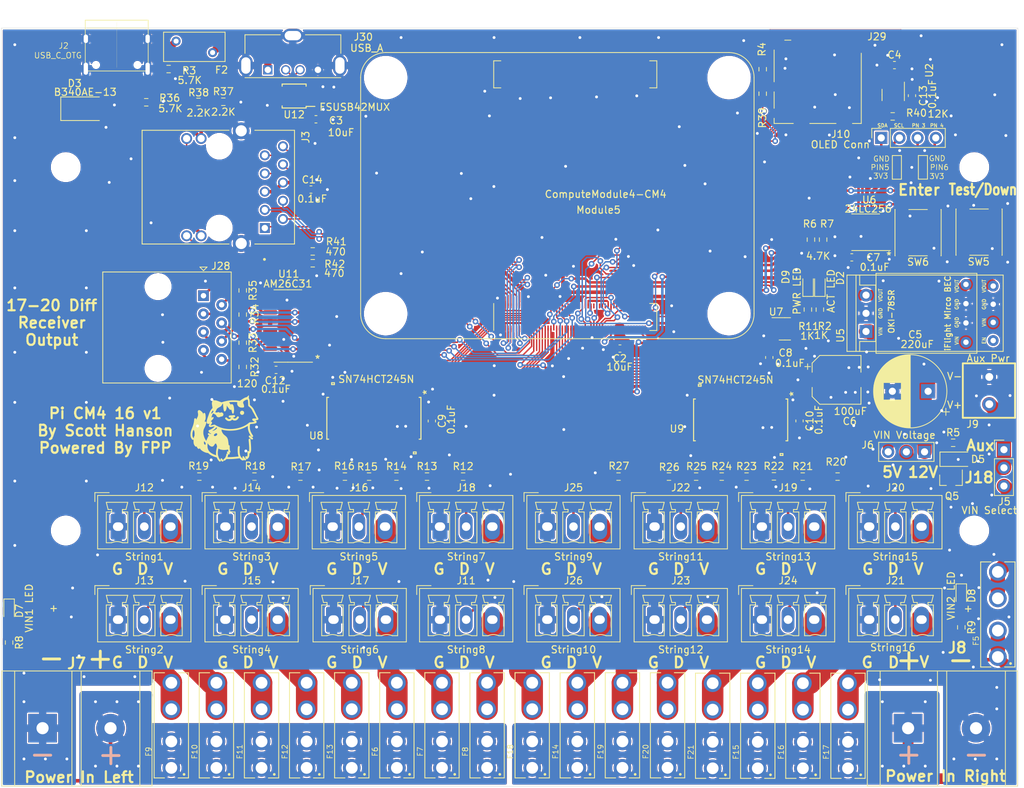
<source format=kicad_pcb>
(kicad_pcb (version 20211014) (generator pcbnew)
  (title_block (title "Pi CM4 16") (date "2022-09-03") (rev "v1") (company "Scott Hanson"))
  (layers (0 "F.Cu" signal) (31 "B.Cu" signal) (34 "B.Paste" user) (35 "F.Paste" user) (36 "B.SilkS" user "B.Silkscreen") (37 "F.SilkS" user "F.Silkscreen") (38 "B.Mask" user) (39 "F.Mask" user) (44 "Edge.Cuts" user))
  (net 0 "")
  (net 1 "GND")
  (net 2 "+5V")
  (net 3 "/VIN")
  (net 4 "VIN1")
  (net 5 "/Output 1-8/VOUT1")
  (net 6 "/Output 1-8/VOUT2")
  (net 7 "/Output 1-8/VOUT3")
  (net 8 "/Output 1-8/VOUT4")
  (net 9 "/Output 1-8/VOUT5")
  (net 10 "/Output 1-8/VOUT6")
  (net 11 "/Output 1-8/VOUT7")
  (net 12 "VIN2")
  (net 13 "/Output 1-8/VOUT8")
  (net 14 "/Output 9-16/VOUT9")
  (net 15 "/Output 9-16/VOUT10")
  (net 16 "/Output 9-16/VOUT11")
  (net 17 "/Output 9-16/VOUT12")
  (net 18 "/Output 9-16/VOUT13")
  (net 19 "/Output 9-16/VOUT14")
  (net 20 "/Output 9-16/VOUT15")
  (net 21 "/Output 9-16/VOUT16")
  (net 22 "/Output 1-8/DOUT1")
  (net 23 "/Output 1-8/DOUT2")
  (net 24 "/Output 1-8/DOUT3")
  (net 25 "/Output 1-8/DOUT4")
  (net 26 "/Output 1-8/DOUT5")
  (net 27 "/Output 1-8/DOUT6")
  (net 28 "/Output 1-8/DOUT7")
  (net 29 "/Output 1-8/DOUT8")
  (net 30 "/Output 9-16/DOUT9")
  (net 31 "/Output 9-16/DOUT10")
  (net 32 "/Output 9-16/DOUT11")
  (net 33 "/Output 9-16/DOUT12")
  (net 34 "/Output 9-16/DOUT13")
  (net 35 "/Output 9-16/DOUT14")
  (net 36 "/Output 9-16/DOUT15")
  (net 37 "/Output 9-16/DOUT16")
  (net 38 "DATA14")
  (net 39 "DATA12")
  (net 40 "DATA15")
  (net 41 "DATA13")
  (net 42 "DATA11")
  (net 43 "DATA10")
  (net 44 "DATA9")
  (net 45 "DATA1")
  (net 46 "DATA2")
  (net 47 "DATA3")
  (net 48 "DATA4")
  (net 49 "DATA5")
  (net 50 "DATA6")
  (net 51 "DATA7")
  (net 52 "DATA8")
  (net 53 "DATA16")
  (net 54 "I2C_SDA")
  (net 55 "I2C_SCL")
  (net 56 "OUT24")
  (net 57 "OUT23")
  (net 58 "OUT22")
  (net 59 "OUT21")
  (net 60 "OUT20")
  (net 61 "OUT19")
  (net 62 "OUT18")
  (net 63 "OUT17")
  (net 64 "/VIN_Fuse")
  (net 65 "BTN1")
  (net 66 "BTN2")
  (net 67 "Net-(C5-Pad1)")
  (net 68 "Net-(D5-Pad2)")
  (net 69 "Net-(D9-Pad1)")
  (net 70 "OUT20-")
  (net 71 "OUT20+")
  (net 72 "OUT18-")
  (net 73 "OUT19+")
  (net 74 "OUT19-")
  (net 75 "OUT18+")
  (net 76 "OUT17-")
  (net 77 "OUT17+")
  (net 78 "Net-(R23-Pad1)")
  (net 79 "Net-(R24-Pad1)")
  (net 80 "Net-(R25-Pad1)")
  (net 81 "Net-(R26-Pad1)")
  (net 82 "Net-(D7-Pad2)")
  (net 83 "Net-(D8-Pad2)")
  (net 84 "Net-(J10-Pad3)")
  (net 85 "Net-(J10-Pad4)")
  (net 86 "SD_PWR")
  (net 87 "Net-(C14-Pad1)")
  (net 88 "Net-(D2-Pad1)")
  (net 89 "/PI IO/USBOG_PWR")
  (net 90 "Net-(R15-Pad1)")
  (net 91 "Net-(R16-Pad1)")
  (net 92 "Net-(R17-Pad1)")
  (net 93 "Net-(R18-Pad1)")
  (net 94 "Net-(R19-Pad1)")
  (net 95 "Net-(R20-Pad1)")
  (net 96 "Net-(R21-Pad1)")
  (net 97 "Net-(R22-Pad1)")
  (net 98 "Net-(J2-PadA5)")
  (net 105 "Net-(J3-PadL4)")
  (net 106 "Net-(J3-PadL2)")
  (net 107 "TRD0_P")
  (net 108 "TRD1_P")
  (net 110 "TRD2_P")
  (net 112 "TRD0_N")
  (net 116 "TRD1_N")
  (net 117 "TRD2_N")
  (net 127 "TRD3_P")
  (net 134 "PWR_ON")
  (net 136 "USBOTG_ID")
  (net 138 "USB2_N")
  (net 139 "USB2_P")
  (net 144 "Net-(R27-Pad1)")
  (net 145 "+3.3V")
  (net 150 "TRD3_N")
  (net 151 "SD_DATA2")
  (net 156 "SD_DATA3")
  (net 157 "SD_CMD")
  (net 210 "Net-(R11-Pad1)")
  (net 211 "Net-(R12-Pad1)")
  (net 212 "Net-(R13-Pad1)")
  (net 213 "Net-(R14-Pad1)")
  (net 215 "SD_CLK")
  (net 216 "SD_DATA0")
  (net 217 "SD_DATA1")
  (net 218 "Net-(J29-Pad9)")
  (net 219 "Net-(J29-Pad10)")
  (net 220 "ETH_LEDG")
  (net 221 "ETH_LEDY")
  (net 222 "Net-(Module5-Pad21)")
  (net 223 "SD_PWR_ON")
  (net 224 "SD_DET")
  (net 226 "Net-(F2-Pad2)")
  (net 227 "Net-(J2-PadB5)")
  (net 228 "/PI IO/USBC_P")
  (net 229 "/PI IO/USBC_N")
  (net 230 "/PI IO/USBA_N")
  (net 231 "/PI IO/USBA_P")
  (net 232 "+12C")
  (footprint "Scotts:PhoenixContact_MCV_3.81mm_3.5mm_1x03_Vertical" (layer "F.Cu") (at 88.2888 129.5746)
    (fp_text reference "J13")
    (fp_text value "String2")
  )
  (footprint "Scotts:PhoenixContact_MCV_3.81mm_3.5mm_1x03_Vertical" (layer "F.Cu") (at 118.2888 116.5746)
    (fp_text reference "J16")
    (fp_text value "String5")
  )
  (footprint "Scotts:PhoenixContact_MCV_3.81mm_3.5mm_1x03_Vertical" (layer "F.Cu") (at 118.403142 129.5746)
    (fp_text reference "J17")
    (fp_text value "String6")
  )
  (footprint "Scotts:PhoenixContact_MCV_3.81mm_3.5mm_1x03_Vertical" (layer "F.Cu") (at 133.2888 116.5746)
    (fp_text reference "J18")
    (fp_text value "String7")
  )
  (footprint "Scotts:PhoenixContact_MCV_3.81mm_3.5mm_1x03_Vertical" (layer "F.Cu") (at 133.2888 129.5746)
    (fp_text reference "J11")
    (fp_text value "String8")
  )
  (footprint "Scotts:PhoenixContact_MCV_3.81mm_3.5mm_1x03_Vertical" (layer "F.Cu") (at 148.2888 116.5746)
    (fp_text reference "J25")
    (fp_text value "String9")
  )
  (footprint "Scotts:PhoenixContact_MCV_3.81mm_3.5mm_1x03_Vertical" (layer "F.Cu") (at 148.2888 129.5746)
    (fp_text reference "J26")
    (fp_text value "String10")
  )
  (footprint "Scotts:PhoenixContact_MCV_3.81mm_3.5mm_1x03_Vertical" (layer "F.Cu") (at 163.2888 116.5746)
    (fp_text reference "J22")
    (fp_text value "String11")
  )
  (footprint "Scotts:PhoenixContact_MCV_3.81mm_3.5mm_1x03_Vertical" (layer "F.Cu") (at 163.2888 129.5746)
    (fp_text reference "J23")
    (fp_text value "String12")
  )
  (footprint "Scotts:PhoenixContact_MCV_3.81mm_3.5mm_1x03_Vertical" (layer "F.Cu") (at 178.2888 116.5746)
    (fp_text reference "J19")
    (fp_text value "String13")
  )
  (footprint "Scotts:PhoenixContact_MCV_3.81mm_3.5mm_1x03_Vertical" (layer "F.Cu") (at 178.2888 129.5746)
    (fp_text reference "J24")
    (fp_text value "String14")
  )
  (footprint "Scotts:PhoenixContact_MCV_3.81mm_3.5mm_1x03_Vertical" (layer "F.Cu") (at 193.2888 116.5746)
    (fp_text reference "J20")
    (fp_text value "String15")
  )
  (footprint "Scotts:PhoenixContact_MCV_3.81mm_3.5mm_1x03_Vertical" (layer "F.Cu") (at 193.2888 129.5746)
    (fp_text reference "J21")
    (fp_text value "String16")
  )
  (footprint "Scotts:FUSE_3544-2" (layer "F.Cu") (at 95.8788 144.3526 90)
    (fp_text reference "F9")
    (fp_text value "3544-2")
  )
  (footprint "Scotts:FUSE_3544-2" (layer "F.Cu") (at 133.718796 144.3486 90)
    (fp_text reference "F7")
    (fp_text value "3544-2")
  )
  (footprint "Scotts:FUSE_3544-2" (layer "F.Cu") (at 102.185466 144.3526 90)
    (fp_text reference "F10")
    (fp_text value "3544-2")
  )
  (footprint "Scotts:FUSE_3544-2" (layer "F.Cu") (at 127.41213 144.3486 90)
    (fp_text reference "F6")
    (fp_text value "3544-2")
  )
  (footprint "Scotts:FUSE_3544-2" (layer "F.Cu") (at 140.025462 144.3486 90)
    (fp_text reference "F8")
    (fp_text value "3544-2")
  )
  (footprint "Scotts:FUSE_3544-2" (layer "F.Cu") (at 146.332128 144.3486 90)
    (fp_text reference "F18")
    (fp_text value "3544-2")
  )
  (footprint "Scotts:FUSE_3544-2" (layer "F.Cu") (at 152.638794 144.3486 90)
    (fp_text reference "F14")
    (fp_text value "3544-2")
  )
  (footprint "Scotts:FUSE_3544-2" (layer "F.Cu") (at 121.105464 144.3486 90)
    (fp_text reference "F13")
    (fp_text value "3544-2")
  )
  (footprint "Scotts:FUSE_3544-2" (layer "F.Cu") (at 108.492132 144.3536 90)
    (fp_text reference "F11")
    (fp_text value "3544-2")
  )
  (footprint "Scotts:FUSE_3544-2" (layer "F.Cu") (at 158.94546 144.3486 90)
    (fp_text reference "F19")
    (fp_text value "3544-2")
  )
  (footprint "Scotts:FUSE_3544-2" (layer "F.Cu") (at 114.798798 144.3536 90)
    (fp_text reference "F12")
    (fp_text value "3544-2")
  )
  (footprint "Scotts:PhoenixContact_MCV_3.81mm_3.5mm_1x03_Vertical" (layer "F.Cu") (at 88.2888 116.5746)
    (fp_text reference "J12")
    (fp_text value "String1")
  )
  (footprint "Scotts:PhoenixContact_MCV_3.81mm_3.5mm_1x03_Vertical" (layer "F.Cu") (at 103.2888 116.5746)
    (fp_text reference "J14")
    (fp_text value "String3")
  )
  (footprint "Scotts:PhoenixContact_MCV_3.81mm_3.5mm_1x03_Vertical" (layer "F.Cu") (at 103.2888 129.5746)
    (fp_text reference "J15")
    (fp_text value "String4")
  )
  (footprint "Scotts:FUSE_3544-2" (layer "F.Cu") (at 165.252126 144.3448 90)
    (fp_text reference "F20")
    (fp_text value "3544-2")
  )
  (footprint "SN74HCT245NSR:SN74HCT245NSR" (layer "F.Cu") (at 124.1988 101.4276 -90)
    (fp_text reference "U8")
    (fp_text value "SN74HCT245N")
  )
  (footprint "LED_SMD:LED_0603_1608Metric_Pad1.05x0.95mm_HandSolder" (layer "F.Cu") (at 73.1988 128.358 -90)
    (fp_text reference "D7")
    (fp_text value "VIN1 LED")
  )
  (footprint "LED_SMD:LED_0603_1608Metric_Pad1.05x0.95mm_HandSolder" (layer "F.Cu") (at 206.3206 126.2346 -90)
    (fp_text reference "D8")
    (fp_text value "VIN2 LED")
  )
  (footprint "Resistor_SMD:R_0603_1608Metric_Pad0.98x0.95mm_HandSolder" (layer "F.Cu") (at 73.1988 132.7776 -90)
    (fp_text reference "R8")
    (fp_text value "2K")
  )
  (footprint "Resistor_SMD:R_0603_1608Metric_Pad0.98x0.95mm_HandSolder" (layer "F.Cu") (at 206.3206 130.6542 -90)
    (fp_text reference "R9")
    (fp_text value "2K")
  )
  (footprint "Connector_PinHeader_2.54mm:PinHeader_1x03_P2.54mm_Vertical" (layer "F.Cu") (at 201.1788 106.1194 -90)
    (fp_text reference "J6")
    (fp_text value "VIN Voltage")
  )
  (footprint "Scotts:FUSE_3544-2" (layer "F.Cu") (at 211.426 128.8526 90)
    (fp_text reference "F5")
    (fp_text value "3544-2")
  )
  (footprint "Connector_PinHeader_2.54mm:PinHeader_1x03_P2.54mm_Vertical" (layer "F.Cu") (at 212.2788 105.813)
    (fp_text reference "J5")
    (fp_text value "VIN Select")
  )
  (footprint "Capacitor_SMD:C_0603_1608Metric_Pad1.08x0.95mm_HandSolder" (layer "F.Cu") (at 132.3014 101.8086 -90)
    (fp_text reference "C9")
    (fp_text value "0.1uF")
  )
  (footprint "Capacitor_SMD:C_0603_1608Metric_Pad1.08x0.95mm_HandSolder" (layer "F.Cu") (at 191.0088 78.9326)
    (fp_text reference "C7")
    (fp_text value "0.1uF")
  )
  (footprint "Resistor_SMD:R_0603_1608Metric_Pad0.98x0.95mm_HandSolder" (layer "F.Cu") (at 186.9988 76.4526 -90)
    (fp_text reference "R7")
    (fp_text value "4.7K")
  )
  (footprint "Package_SO:SOIC-8_3.9x4.9mm_P1.27mm" (layer "F.Cu") (at 192.9488 75.4226 180)
    (fp_text reference "U6")
    (fp_text value "24LC256")
  )
  (footprint "Resistor_SMD:R_0603_1608Metric_Pad0.98x0.95mm_HandSolder" (layer "F.Cu") (at 185.2988 76.4526 -90)
    (fp_text reference "R6")
    (fp_text value "4.7K")
  )
  (footprint "Capacitor_SMD:CP_Elec_6.3x5.4_Nichicon" (layer "F.Cu") (at 188.8788 96.0526)
    (fp_text reference "C6")
    (fp_text value "100uF")
  )
  (footprint "Capacitor_THT:CP_Radial_D10.0mm_P5.00mm" (layer "F.Cu") (at 201.6788 97.6526 180)
    (fp_text reference "C5")
    (fp_text value "220uF")
  )
  (footprint "Capacitor_SMD:C_0603_1608Metric_Pad1.08x0.95mm_HandSolder" (layer "F.Cu") (at 179.4738 92.9276 -90)
    (fp_text reference "C8")
    (fp_text value "0.1uF")
  )
  (footprint "SN74HCT245NSR:SN74HCT245NSR" (layer "F.Cu") (at 175.46976 101.65248 -90)
    (fp_text reference "U9")
    (fp_text value "SN74HCT245N")
  )
  (footprint "Connector_PinSocket_2.54mm:PinSocket_1x04_P2.54mm_Vertical" (layer "F.Cu") (at 195.1288 62.2276 90)
    (fp_text reference "J10")
    (fp_text value "OLED Conn")
  )
  (footprint "Capacitor_SMD:C_0603_1608Metric_Pad1.08x0.95mm_HandSolder" (layer "F.Cu") (at 183.69936 101.7998 -90)
    (fp_text reference "C10")
    (fp_text value "0.1uF")
  )
  (footprint "Scotts:RJ45_Amphenol_54602-x08_Horizontal" (layer "F.Cu") (at 100.3738 84.2901 -90)
    (fp_text reference "J28")
    (fp_text value "Diff Out")
  )
  (footprint "Diode_SMD:D_SOD-123" (layer "F.Cu") (at 205.5788 107.1526)
    (fp_text reference "D5")
    (fp_text value "Zener 10V")
  )
  (footprint "Package_TO_SOT_SMD:SOT-23" (layer "F.Cu") (at 204.8788 110.0526 -90)
    (fp_text reference "Q5")
    (fp_text value "DMP3056L")
  )
  (footprint "Resistor_SMD:R_0603_1608Metric_Pad0.98x0.95mm_HandSolder" (layer "F.Cu") (at 205.1788 104.8526)
    (fp_text reference "R5")
    (fp_text value "100K")
  )
  (footprint "Barrier_Blocks:BARRIER_BLOCK_1ROW_2POS_P9.5MM" (layer "F.Cu") (at 193.1788 152.8526)
    (fp_text reference "J8")
    (fp_text value "Power In Right")
  )
  (footprint "Scotts:FUSE_3544-2" (layer "F.Cu") (at 171.558792 144.4136 90)
    (fp_text reference "F21")
    (fp_text value "3544-2")
  )
  (footprint "Scotts:FUSE_3544-2" (layer "F.Cu") (at 177.865458 144.4136 90)
    (fp_text reference "F15")
    (fp_text value "3544-2")
  )
  (footprint "Scotts:FUSE_3544-2" (layer "F.Cu") (at 184.172124 144.4136 90)
    (fp_text reference "F16")
    (fp_text value "3544-2")
  )
  (footprint "Scotts:FUSE_3544-2" (layer "F.Cu") (at 190.4788 144.4136 90)
    (fp_text reference "F17")
    (fp_text value "3544-2")
  )
  (footprint "Barrier_Blocks:BARRIER_BLOCK_1ROW_2POS_P9.5MM" (layer "F.Cu") (at 72.1788 152.8526)
    (fp_text reference "J7")
    (fp_text value "Power In Left")
  )
  (footprint "Capacitor_SMD:C_0603_1608Metric_Pad1.08x0.95mm_HandSolder" (layer "F.Cu") (at 110.5238 94.6601)
    (fp_text reference "C12")
    (fp_text value "0.1uF")
  )
  (footprint "Resistor_SMD:R_0603_1608Metric_Pad0.98x0.95mm_HandSolder" (layer "F.Cu") (at 105.85788 94.2526 90)
    (fp_text reference "R32")
    (fp_text value "120")
  )
  (footprint "Resistor_SMD:R_0603_1608Metric_Pad0.98x0.95mm_HandSolder" (layer "F.Cu") (at 105.85788 90.8557 -90)
    (fp_text reference "R33")
    (fp_text value "120")
  )
  (footprint "Package_SO:SOIC-16_3.9x9.9mm_P1.27mm" (layer "F.Cu") (at 112.1738 88.5277 180)
    (fp_text reference "U11")
    (fp_text value "AM26C31")
  )
  (footprint "Resistor_SMD:R_0603_1608Metric_Pad0.98x0.95mm_HandSolder" (layer "F.Cu") (at 105.85788 83.5526 -90)
    (fp_text reference "R35")
    (fp_text value "120")
  )
  (footprint "Resistor_SMD:R_0603_1608Metric_Pad0.98x0.95mm_HandSolder" (layer "F.Cu") (at 105.85788 86.9307 90)
    (fp_text reference "R34")
    (fp_text value "120")
  )
  (footprint "MKDS1_2-3.81:PHOENIX_MKDS1_2-3.81" (layer "F.Cu") (at 210.1788 97.5526 90)
    (fp_text reference "J9")
    (fp_text value "Aux Pwr")
  )
  (footprint "Button_Switch_SMD:SW_Push_1P1T_NO_6x6mm_H9.5mm" (layer "F.Cu") (at 200.2738 75.4776 90)
    (fp_text reference "SW6")
    (fp_text value "Enter BTN")
  )
  (footprint "Button_Switch_SMD:SW_Push_1P1T_NO_6x6mm_H9.5mm" (layer "F.Cu") (at 208.7988 75.4026 90)
    (fp_text reference "SW5")
    (fp_text value "Down BTN")
  )
  (footprint "Connector_USB:USB_A_Molex_105057_Vertical" (layer "F.Cu") (at 109.3738 52.7126)
    (fp_text reference "J30")
    (fp_text value "USB_A")
  )
  (footprint "MountingHole:MountingHole_3.7mm" (layer "F.Cu") (at 208.1276 117.1186)
    (fp_text reference "H6")
    (fp_text value "MountingHole")
  )
  (footprint "Capacitor_SMD:C_0603_1608Metric_Pad1.08x0.95mm_HandSolder" (layer "F.Cu") (at 116.0988 59.6276 180)
    (fp_text reference "C3")
    (fp_text value "10uF")
  )
  (footprint "MountingHole:MountingHole_3.7mm" (layer "F.Cu") (at 81.1276 66.3186)
    (fp_text reference "H7")
    (fp_text value "MountingHole")
  )
  (footprint "Resistor_SMD:R_0603_1608Metric_Pad0.98x0.95mm_HandSolder" (layer "F.Cu") (at 103.1488 57.1776)
    (fp_text reference "R37")
    (fp_text value "2.2K")
  )
  (footprint "Connector_Card:microSD_HC_Molex_104031-0811" (layer "F.Cu") (at 186.2238 54.3901)
    (fp_text reference "J29")
    (fp_text value "Micro_SD_Card_Det")
  )
  (footprint "Resistor_SMD:R_0603_1608Metric_Pad0.98x0.95mm_HandSolder" (layer "F.Cu") (at 127.3488 109.5776)
    (fp_text reference "R14")
    (fp_text value "33")
  )
  (footprint "Resistor_SMD:R_0603_1608Metric_Pad0.98x0.95mm_HandSolder" (layer "F.Cu") (at 172.8238 109.5776)
    (fp_text reference "R24")
    (fp_text value "33")
  )
  (footprint "Resistor_SMD:R_0603_1608Metric_Pad0.98x0.95mm_HandSolder" (layer "F.Cu") (at 165.4488 109.5776 180)
    (fp_text reference "R26")
    (fp_text value "33")
  )
  (footprint "LED_SMD:LED_0603_1608Metric_Pad1.05x0.95mm_HandSolder" (layer "F.Cu") (at 186.5488 82.7276 90)
    (fp_text reference "D2")
    (fp_text value "ACT LED")
  )
  (footprint "Resistor_SMD:R_0603_1608Metric_Pad0.98x0.95mm_HandSolder" (layer "F.Cu") (at 131.6238 109.5776)
    (fp_text reference "R13")
    (fp_text value "33")
  )
  (footprint "Capacitor_SMD:C_0603_1608Metric_Pad1.08x0.95mm_HandSolder" (layer "F.Cu") (at 158.5988 91.6776)
    (fp_text reference "C2")
    (fp_text value "10uF")
  )
  (footprint "Fuse:Fuse_BelFuse_0ZRE0005FF_L8.3mm_W3.8mm" (layer "F.Cu") (at 96.5488 48.7026)
    (fp_text reference "F2")
    (fp_text value "500ma")
  )
  (footprint "Scotts:Universal_5V_Horizontal" (layer "F.Cu") (at 192.9993 89.2926 90)
    (fp_text reference "U5")
    (fp_text value "Universe5V")
  )
  (footprint "Resistor_SMD:R_0603_1608Metric_Pad0.98x0.95mm_HandSolder" (layer "F.Cu") (at 115.6488 78.1026 180)
    (fp_text reference "R41")
    (fp_text value "470")
  )
  (footprint "Resistor_SMD:R_0603_1608Metric_Pad0.98x0.95mm_HandSolder" (layer "F.Cu") (at 123.5238 109.5776 180)
    (fp_text reference "R15")
    (fp_text value "33")
  )
  (footprint "Diode_SMD:D_SMA" (layer "F.Cu") (at 83.8238 58.1526)
    (fp_text reference "D3")
    (fp_text value "B340AE-13")
  )
  (footprint "Resistor_SMD:R_0603_1608Metric_Pad0.98x0.95mm_HandSolder" (layer "F.Cu") (at 178.5488 56.0526 90)
    (fp_text reference "R39")
    (fp_text value "NP")
  )
  (footprint "MountingHole:MountingHole_3.7mm" (layer "F.Cu") (at 208.1276 66.3186)
    (fp_text reference "H8")
    (fp_text value "MountingHole")
  )
  (footprint "LED_SMD:LED_0603_1608Metric_Pad1.05x0.95mm_HandSolder" (layer "F.Cu") (at 184.8988 82.7276 90)
    (fp_text reference "D9")
    (fp_text value "PWR LED")
  )
  (footprint "Resistor_SMD:R_0603_1608Metric_Pad0.98x0.95mm_HandSolder" (layer "F.Cu") (at 186.5488 86.2401 90)
    (fp_text reference "R2")
    (fp_text value "1K")
  )
  (footprint "Resistor_SMD:R_0603_1608Metric_Pad0.98x0.95mm_HandSolder" (layer "F.Cu") (at 158.3988 109.5776 180)
    (fp_text reference "R27")
    (fp_text value "33")
  )
  (footprint "Resistor_SMD:R_0603_1608Metric_Pad0.98x0.95mm_HandSolder" (layer "F.Cu") (at 120.1488 109.5776 180)
    (fp_text reference "R16")
    (fp_text value "33")
  )
  (footprint "Resistor_SMD:R_0603_1608Metric_Pad0.98x0.95mm_HandSolder" (layer "F.Cu") (at 169.2488 109.5776 180)
    (fp_text reference "R25")
    (fp_text value "33")
  )
  (footprint "Resistor_SMD:R_0603_1608Metric_Pad0.98x0.95mm_HandSolder" (layer "F.Cu") (at 99.7988 109.5776 180)
    (fp_text reference "R19")
    (fp_text value "33")
  )
  (footprint "Capacitor_SMD:C_0603_1608Metric_Pad1.08x0.95mm_HandSolder" (layer "F.Cu") (at 196.9738 52.0526)
    (fp_text reference "C4")
    (fp_text value "10uF")
  )
  (footprint "ARJM11C7-502-AB-ER2-T:ABRACON_ARJM11C7-502-AB-ER2-T" (layer "F.Cu") (at 102.5988 69.1151 -90)
    (fp_text reference "J3")
    (fp_text value "ARJM11C7-502-AB-ER2-T")
  )
  (footprint "Scotts:SolderJumper-3_P1mm_Bridged12" (layer "F.Cu") (at 197.3088 66.3526 90)
    (fp_text reference "PIN5")
    (fp_text value "PIN_3_JMP")
  )
  (footprint "Resistor_SMD:R_0603_1608Metric_Pad0.98x0.95mm_HandSolder" (layer "F.Cu") (at 136.6738 109.5776)
    (fp_text reference "R12")
    (fp_text value "33")
  )
  (footprint "Resistor_SMD:R_0603_1608Metric_Pad0.98x0.95mm_HandSolder" (layer "F.Cu") (at 189.0238 109.5776)
    (fp_text reference "R20")
    (fp_text value "33")
  )
  (footprint "Resistor_SMD:R_0603_1608Metric_Pad0.98x0.95mm_HandSolder" (layer "F.Cu") (at 184.1488 109.5776)
    (fp_text reference "R21")
    (fp_text value "33")
  )
  (footprint "Resistor_SMD:R_0603_1608Metric_Pad0.98x0.95mm_HandSolder" (layer "F.Cu") (at 95.4988 52.6026 180)
    (fp_text reference "R3")
    (fp_text value "5.7K")
  )
  (footprint "Scotts:chewi_15" (layer "F.Cu") (at 103.0988 101.7026)
    (fp_text reference "G***")
    (fp_text value "LOGO" hide)
  )
  (footprint "Resistor_SMD:R_0603_1608Metric_Pad0.98x0.95mm_HandSolder" (layer "F.Cu") (at 176.2988 109.5776)
    (fp_text reference "R23")
    (fp_text value "33")
  )
  (footprint "Package_SO:MSOP-10_3x3mm_P0.5mm" (layer "F.Cu") (at 113.0488 56.3776 180)
    (fp_text reference "U12")
    (fp_text value "FSUSB42MUX")
  )
  (footprint "MountingHole:MountingHole_3.7mm" (layer "F.Cu") (at 81.1276 117.1186)
    (fp_text reference "H5")
    (fp_text value "MountingHole")
  )
  (footprint "Scotts:SolderJumper-3_P1mm_Bridged23" (layer "F.Cu") (at 200.9488 66.3456 90)
    (fp_text reference "PIN6")
    (fp_text value "PIN_4_JMP")
  )
  (footprint "Capacitor_SMD:C_0603_1608Metric_Pad1.08x0.95mm_HandSolder" (layer "F.Cu") (at 115.3988 69.4526)
    (fp_text reference "C14")
    (fp_text value "0.1uF")
  )
  (footprint "Resistor_SMD:R_0603_1608Metric_Pad0.98x0.95mm_HandSolder" (layer "F.Cu") (at 99.6738 57.2026 180)
    (fp_text reference "R38")
    (fp_text value "2.2K")
  )
  (footprint "USB-C-Power:TYPE-C-31-M-12" (layer "F.Cu") (at 88.2488 48.3776 180)
    (fp_text reference "J2")
    (fp_text value "USB_C_OTG")
  )
  (footprint "Resistor_SMD:R_0603_1608Metric_Pad0.98x0.95mm_HandSolder" (layer "F.Cu") (at 113.9238 109.5776 180)
    (fp_text reference "R17")
    (fp_text value "33")
  )
  (footprint "Capacitor_SMD:C_0603_1608Metric_Pad1.08x0.95mm_HandSolder" (layer "F.Cu") (at 199.4238 56.3276 90)
    (fp_text reference "C13")
    (fp_text value "0.1uF")
  )
  (footprint "Resistor_SMD:R_0603_1608Metric_Pad0.98x0.95mm_HandSolder" (layer "F.Cu") (at 184.8738 86.2276 90)
    (fp_text reference "R11")
    (fp_text value "1K")
  )
  (footprint "Resistor_SMD:R_0603_1608Metric_Pad0.98x0.95mm_HandSolder" (layer "F.Cu") (at 107.4988 109.5776 180)
    (fp_text reference "R18")
    (fp_text value "33")
  )
  (footprint "Resistor_SMD:R_0603_1608Metric_Pad0.98x0.95mm_HandSolder" (layer "F.Cu") (at 92.3738 57.2526 180)
    (fp_text reference "R36")
    (fp_text value "5.7K")
  )
  (footprint "Resistor_SMD:R_0603_1608Metric_Pad0.98x0.95mm_HandSolder" (layer "F.Cu") (at 115.6488 79.7526 180)
    (fp_text reference "R42")
    (fp_text value "470")
  )
  (footprint "Package_TO_SOT_SMD:TSOT-23-5" (layer "F.Cu") (at 196.7988 56.2276 -90)
    (fp_text reference "U2")
    (fp_text value "RT9742AGJ5F")
  )
  (footprint "Resistor_SMD:R_0603_1608Metric_Pad0.98x0.95mm_HandSolder" (layer "F.Cu") (at 196.7238 59.2276 180)
    (fp_text reference "R40")
    (fp_text value "12K")
  )
  (footprint "Resistor_SMD:R_0603_1608Metric_Pad0.98x0.95mm_HandSolder" (layer "F.Cu") (at 178.5488 52.6276 -90)
    (fp_text reference "R4")
    (fp_text value "NP")
  )
  (footprint "Resistor_SMD:R_0603_1608Metric_Pad0.98x0.95mm_HandSolder" (layer "F.Cu") (at 180.1238 109.5526)
    (fp_text reference "R22")
    (fp_text value "33")
  )
  (footprint "Package_TO_SOT_SMD:SOT-23-5" (layer "F.Cu") (at 181.6488 88.9276)
    (fp_text reference "U7")
    (fp_text value "74LVC1G07")
  )
  (footprint "CM4IO:Raspberry-Pi-4-Compute-Module" (layer "F.Cu") (at 173.8488 86.8026 90)
    (fp_text reference "Module5")
    (fp_text value "ComputeModule4-CM4")
  )
  (gr_line (start 214.2288 152.88936) (end 214.2288 46.8776) (layer "Edge.Cuts") (width 0.05))
  (gr_line (start 72.1288 46.8776) (end 72.1288 152.88936) (layer "Edge.Cuts") (width 0.05))
  (gr_line (start 214.2288 46.8776) (end 72.1288 46.8776) (layer "Edge.Cuts") (width 0.05))
  (gr_line (start 214.2288 152.88936) (end 72.1288 152.88936) (layer "Edge.Cuts") (width 0.05))
  (gr_text "-" (at 208.4288 148.3026) (layer "B.SilkS") (effects (font (size 3 3) (thickness 0.4))))
  (gr_text "+" (at 198.9788 148.3026) (layer "B.SilkS") (effects (font (size 3 3) (thickness 0.4)) (justify mirror)))
  (gr_text "-" (at 77.8788 148.3026) (layer "B.SilkS") (effects (font (size 3 3) (thickness 0.4))))
  (gr_text "+" (at 87.4288 148.3526) (layer "B.SilkS") (effects (font (size 3 3) (thickness 0.4)) (justify mirror)))
  (gr_text "G" (at 103.0688 135.5526) (layer "F.SilkS") (effects (font (size 1.5 1.5) (thickness 0.3))))
  (gr_text "D" (at 121.8648 135.5526) (layer "F.SilkS") (effects (font (size 1.5 1.5) (thickness 0.3))))
  (gr_text "V" (at 170.3788 135.5526) (layer "F.SilkS") (effects (font (size 1.5 1.5) (thickness 0.3))))
  (gr_text "D" (at 166.8228 135.5526) (layer "F.SilkS") (effects (font (size 1.5 1.5) (thickness 0.3))))
  (gr_text "V" (at 185.3648 135.5526) (layer "F.SilkS") (effects (font (size 1.5 1.5) (thickness 0.3))))
  (gr_text "G" (at 118.3088 135.5526) (layer "F.SilkS") (effects (font (size 1.5 1.5) (thickness 0.3))))
  (gr_text "G" (at 178.2528 135.5526) (layer "F.SilkS") (effects (font (size 1.5 1.5) (thickness 0.3))))
  (gr_text "V" (at 201.1488 135.5026) (layer "F.SilkS") (effects (font (size 1.5 1.5) (thickness 0.3))))
  (gr_text "D" (at 196.8616 135.5526) (layer "F.SilkS") (effects (font (size 1.5 1.5) (thickness 0.3))))
  (gr_text "G" (at 193.1616 135.5526) (layer "F.SilkS") (effects (font (size 1.5 1.5) (thickness 0.3))))
  (gr_text "D" (at 136.8508 135.5526) (layer "F.SilkS") (effects (font (size 1.5 1.5) (thickness 0.3))))
  (gr_text "D" (at 106.6248 135.5526) (layer "F.SilkS") (effects (font (size 1.5 1.5) (thickness 0.3))))
  (gr_text "D" (at 181.8088 135.5526) (layer "F.SilkS") (effects (font (size 1.5 1.5) (thickness 0.3))))
  (gr_text "V" (at 95.4488 135.5526) (layer "F.SilkS") (effects (font (size 1.5 1.5) (thickness 0.3))))
  (gr_text "V" (at 155.3928 135.5526) (layer "F.SilkS") (effects (font (size 1.5 1.5) (thickness 0.3))))
  (gr_text "G" (at 148.2808 135.5526) (layer "F.SilkS") (effects (font (size 1.5 1.5) (thickness 0.3))))
  (gr_text "G" (at 133.2948 135.5526) (layer "F.SilkS") (effects (font (size 1.5 1.5) (thickness 0.3))))
  (gr_text "V" (at 110.1808 135.5526) (layer "F.SilkS") (effects (font (size 1.5 1.5) (thickness 0.3))))
  (gr_text "G" (at 88.3368 135.5526) (layer "F.SilkS") (effects (font (size 1.5 1.5) (thickness 0.3))))
  (gr_text "D" (at 91.8928 135.5526) (layer "F.SilkS") (effects (font (size 1.5 1.5) (thickness 0.3))))
  (gr_text "V" (at 140.4068 135.5526) (layer "F.SilkS") (effects (font (size 1.5 1.5) (thickness 0.3))))
  (gr_text "V" (at 125.4208 135.5526) (layer "F.SilkS") (effects (font (size 1.5 1.5) (thickness 0.3))))
  (gr_text "D" (at 151.8368 135.5526) (layer "F.SilkS") (effects (font (size 1.5 1.5) (thickness 0.3))))
  (gr_text "G" (at 163.2668 135.5526) (layer "F.SilkS") (effects (font (size 1.5 1.5) (thickness 0.3))))
  (gr_text "12V" (at 200.971 108.9642) (layer "F.SilkS") (effects (font (size 1.5 1.5) (thickness 0.3))))
  (gr_text "5V" (at 196.653 108.9642) (layer "F.SilkS") (effects (font (size 1.5 1.5) (thickness 0.3))))
  (gr_text "D" (at 91.8988 122.5026) (layer "F.SilkS") (effects (font (size 1.5 1.5) (thickness 0.3))))
  (gr_text "G" (at 88.3428 122.5026) (layer "F.SilkS") (effects (font (size 1.5 1.5) (thickness 0.3))))
  (gr_text "V" (at 95.4548 122.5026) (layer "F.SilkS") (effects (font (size 1.5 1.5) (thickness 0.3))))
  (gr_text "${TITLE} ${REVISION}\nBy ${COMPANY}\nPowered By FPP" (at 86.6488 103.1526) (layer "F.SilkS") (effects (font (size 1.5 1.5) (thickness 0.3))))
  (gr_text "17-20 Diff\nReceiver\nOutput" (at 79.1588 88.0626) (layer "F.SilkS") (effects (font (size 1.5 1.5) (thickness 0.3))))
  (gr_text "J18" (at 208.8088 109.7126) (layer "F.SilkS") (effects (font (size 1.5 1.5) (thickness 0.3))))
  (gr_text "PN 3" (at 200.3488 60.5026) (layer "F.SilkS") (effects (font (size 0.5 0.5) (thickness 0.1))))
  (gr_text "SDA" (at 195.2988 60.5026) (layer "F.SilkS") (effects (font (size 0.5 0.5) (thickness 0.1))))
  (gr_text "SCL" (at 197.5988 60.5026) (layer "F.SilkS") (effects (font (size 0.5 0.5) (thickness 0.1))))
  (gr_text "PN 4" (at 202.8988 60.5026) (layer "F.SilkS") (effects (font (size 0.5 0.5) (thickness 0.1))))
  (gr_text "+" (at 198.9988 135.1026) (layer "F.SilkS") (effects (font (size 3 3) (thickness 0.4))))
  (gr_text "Enter" (at 200.3988 69.5026) (layer "F.SilkS") (effects (font (size 1.5 1.5) (thickness 0.3))))
  (gr_text "D" (at 106.6308 122.5026) (layer "F.SilkS") (effects (font (size 1.5 1.5) (thickness 0.3))))
  (gr_text "G" (at 133.3008 122.5026) (layer "F.SilkS") (effects (font (size 1.5 1.5) (thickness 0.3))))
  (gr_text "V" (at 155.3988 122.5026) (layer "F.SilkS") (effects (font (size 1.5 1.5) (thickness 0.3))))
  (gr_text "GND" (at 195.1588 65.1526) (layer "F.SilkS") (effects (font (size 0.75 0.75) (thickness 0.1))))
  (gr_text "G" (at 193.2448 122.5026) (layer "F.SilkS") (effects (font (size 1.5 1.5) (thickness 0.3))))
  (gr_text "V" (at 125.4268 122.5026) (layer "F.SilkS") (effects (font (size 1.5 1.5) (thickness 0.3))))
  (gr_text "V" (at 140.4128 122.5026) (layer "F.SilkS") (effects (font (size 1.5 1.5) (thickness 0.3))))
  (gr_text "V" (at 110.1868 122.5026) (layer "F.SilkS") (effects (font (size 1.5 1.5) (thickness 0.3))))
  (gr_text "+" (at 207.2788 128.0026) (layer "F.SilkS") (effects (font (size 1 1))))
  (gr_text "D" (at 196.8008 122.5026) (layer "F.SilkS") (effects (font (size 1.5 1.5) (thickness 0.3))))
  (gr_text "Test/Down" (at 209.3488 69.4526) (layer "F.SilkS") (effects (font (size 1.5 1.2) (thickness 0.3))))
  (gr_text "3V3" (at 202.8988 67.5956) (layer "F.SilkS") (effects (font (size 0.75 0.75) (thickness 0.1))))
  (gr_text "V+" (at 205.3788 99.5526) (layer "F.SilkS") (effects (font (size 1 1))))
  (gr_text "G" (at 178.2588 122.5026) (layer "F.SilkS") (effects (font (size 1.5 1.5) (thickness 0.3))))
  (gr_text "G" (at 118.3148 122.5026) (layer "F.SilkS") (effects (font (size 1.5 1.5) (thickness 0.3))))
  (gr_text "-" (at 79.1288 134.8526) (layer "F.SilkS") (effects (font (size 3 3) (thickness 0.4))))
  (gr_text "D" (at 166.8288 122.5026) (layer "F.SilkS") (effects (font (size 1.5 1.5) (thickness 0.3))))
  (gr_text "D" (at 136.8568 122.5026) (layer "F.SilkS") (effects (font (size 1.5 1.5) (thickness 0.3))))
  (gr_text "D" (at 121.8708 122.5026) (layer "F.SilkS") (effects (font (size 1.5 1.5) (thickness 0.3))))
  (gr_text "GND" (at 202.9488 65.0956) (layer "F.SilkS") (effects (font (size 0.75 0.75) (thickness 0.1))))
  (gr_text "G" (at 148.2868 122.5026) (layer "F.SilkS") (effects (font (size 1.5 1.5) (thickness 0.3))))
  (gr_text "V" (at 185.3708 122.5026) (layer "F.SilkS") (effects (font (size 1.5 1.5) (thickness 0.3))))
  (gr_text "V" (at 170.3848 122.5026) (layer "F.SilkS") (effects (font (size 1.5 1.5) (thickness 0.3))))
  (gr_text "D" (at 181.8148 122.5026) (layer "F.SilkS") (effects (font (size 1.5 1.5) (thickness 0.3))))
  (gr_text "Aux" (at 208.9688 105.2226) (layer "F.SilkS") (effects (font (size 1.5 1.5) (thickness 0.3))))
  (gr_text "G" (at 163.2728 122.5026) (layer "F.SilkS") (effects (font (size 1.5 1.5) (thickness 0.3))))
  (gr_text "+" (at 79.4288 127.9526) (layer "F.SilkS") (effects (font (size 1 1))))
  (gr_text "V-" (at 205.3788 95.5526) (layer "F.SilkS") (effects (font (size 1 1))))
  (gr_text "G" (at 103.0748 122.5026) (layer "F.SilkS") (effects (font (size 1.5 1.5) (thickness 0.3))))
  (gr_text "D" (at 151.8428 122.5026) (layer "F.SilkS") (effects (font (size 1.5 1.5) (thickness 0.3))))
  (gr_text "-" (at 206.2488 135.1026) (layer "F.SilkS") (effects (font (size 3 3) (thickness 0.4))))
  (gr_text "3V3" (at 195.0588 67.5526) (layer "F.SilkS") (effects (font (size 0.75 0.75) (thickness 0.1))))
  (gr_text "+" (at 85.9488 134.9026) (layer "F.SilkS") (effects (font (size 3 3) (thickness 0.4))))
  (gr_text "V" (at 200.3568 122.5026) (layer "F.SilkS") (effects (font (size 1.5 1.5) (thickness 0.3))))
  (segment (start 142.5488 85.0726) (end 142.5488 85.7226) (width 0.2) (layer "F.Cu") (net 1))
  (segment (start 91.973801 52.5576) (end 91.3983 53.133101) (width 0.5) (layer "F.Cu") (net 1))
  (segment (start 84.578799 52.5576) (end 84.8738 52.852601) (width 0.5) (layer "F.Cu") (net 1))
  (segment (start 91.3983 53.133101) (end 91.3983 53.4281) (width 0.5) (layer "F.Cu") (net 1))
  (segment (start 84.8738 52.852601) (end 84.8738 53.4776) (width 0.5) (layer "F.Cu") (net 1))
  (segment (start 92.5688 52.5576) (end 91.973801 52.5576) (width 0.5) (layer "F.Cu") (net 1))
  (segment (start 83.9288 52.5576) (end 84.578799 52.5576) (width 0.5) (layer "F.Cu") (net 1))
  (via (at 183.69428 104.17216) (size 0.8) (drill 0.4) (layers "F.Cu" "B.Cu") (net 1))
  (via (at 140.9738 69.0276) (size 0.8) (drill 0.4) (layers "F.Cu" "B.Cu") (net 1))
  (via (at 150.9988 66.2026) (size 0.8) (drill 0.4) (layers "F.Cu" "B.Cu") (net 1))
  (via (at 140.3488 59.1526) (size 0.8) (drill 0.4) (layers "F.Cu" "B.Cu") (net 1))
  (via (at 101.5488 98.8026) (size 0.8) (drill 0.4) (layers "F.Cu" "B.Cu") (net 1))
  (via (at 199.3988 66.3526) (size 0.8) (drill 0.4) (layers "F.Cu" "B.Cu") (net 1))
  (via (at 83.9988 92.2026) (size 0.8) (drill 0.4) (layers "F.Cu" "B.Cu") (net 1))
  (via (at 117.6988 69.4526) (size 0.8) (drill 0.4) (layers "F.Cu" "B.Cu") (net 1))
  (via (at 177.7988 61.6026) (size 0.8) (drill 0.4) (layers "F.Cu" "B.Cu") (net 1))
  (via (at 208.4288 98.2946) (size 0.8) (drill 0.4) (layers "F.Cu" "B.Cu") (net 1))
  (via (at 185.0488 70.6526) (size 0.8) (drill 0.4) (layers "F.Cu" "B.Cu") (net 1))
  (via (at 111.5988 90.4026) (size 0.8) (drill 0.4) (layers "F.Cu" "B.Cu") (net 1))
  (via (at 140.9988 48.2026) (size 0.8) (drill 0.4) (layers "F.Cu" "B.Cu") (net 1))
  (via (at 105.5988 57.2276) (size 0.8) (drill 0.4) (layers "F.Cu" "B.Cu") (net 1))
  (via (at 141.1176 126.4772) (size 0.8) (drill 0.4) (layers "F.Cu" "B.Cu") (net 1))
  (via (at 170.8676 126.3772) (size 0.8) (drill 0.4) (layers "F.Cu" "B.Cu") (net 1))
  (via (at 175.0238 58.7526) (size 0.8) (drill 0.4) (layers "F.Cu" "B.Cu") (net 1))
  (via (at 194.5238 52.0526) (size 0.8) (drill 0.4) (layers "F.Cu" "B.Cu") (net 1))
  (via (at 197.0788 111.2526) (size 0.8) (drill 0.4) (layers "F.Cu" "B.Cu") (net 1))
  (via (at 201.1988 64.0026) (size 0.8) (drill 0.4) (layers "F.Cu" "B.Cu") (net 1))
  (via (at 185.7988 92.7526) (size 0.8) (drill 0.4) (layers "F.Cu" "B.Cu") (net 1))
  (via (at 205.4988 61.8026) (size 0.8) (drill 0.4) (layers "F.Cu" "B.Cu") (net 1))
  (via (at 147.6988 76.1526) (size 0.8) (drill 0.4) (layers "F.Cu" "B.Cu") (net 1))
  (via (at 167.6738 66.0776) (size 0.8) (drill 0.4) (layers "F.Cu" "B.Cu") (net 1))
  (via (at 185.1488 111.3026) (size 0.8) (drill 0.4) (layers "F.Cu" "B.Cu") (net 1))
  (via (at 125.8488 107.1526) (size 0.8) (drill 0.4) (layers "F.Cu" "B.Cu") (net 1))
  (via (at 82.975924 134.65533) (size 0.8) (drill 0.4) (layers "F.Cu" "B.Cu") (net 1))
  (via (at 208.2788 149.0526) (size 0.8) (drill 0.4) (layers "F.Cu" "B.Cu") (net 1))
  (via (at 192.0488 94.3026) (size 0.8) (drill 0.4) (layers "F.Cu" "B.Cu") (net 1))
  (via (at 186.1676 125.8272) (size 0.8) (drill 0.4) (layers "F.Cu" "B.Cu") (net 1))
  (via (at 73.9988 49.2026) (size 0.8) (drill 0.4) (layers "F.Cu" "B.Cu") (net 1))
  (via (at 73.9988 62.2026) (size 0.8) (drill 0.4) (layers "F.Cu" "B.Cu") (net 1))
  (via (at 152.9988 48.2026) (size 0.8) (drill 0.4) (layers "F.Cu" "B.Cu") (net 1))
  (via (at 191.2788 102.4526) (size 0.8) (drill 0.4) (layers "F.Cu" "B.Cu") (net 1))
  (via (at 208.7788 125.1026) (size 0.8) (drill 0.4) (layers "F.Cu" "B.Cu") (net 1))
  (via (at 183.4788 96.0526) (size 0.8) (drill 0.4) (layers "F.Cu" "B.Cu") (net 1))
  (via (at 90.2488 65.1526) (size 0.8) (drill 0.4) (layers "F.Cu" "B.Cu") (net 1))
  (via (at 148.8988 56.6276) (size 0.8) (drill 0.4) (layers "F.Cu" "B.Cu") (net 1))
  (via (at 110.0488 109.6026) (size 0.8) (drill 0.4) (layers "F.Cu" "B.Cu") (net 1))
  (via (at 188.6488 78.7026) (size 0.8) (drill 0.4) (layers "F.Cu" "B.Cu") (net 1))
  (via (at 127.6988 124.2526) (size 0.8) (drill 0.4) (layers "F.Cu" "B.Cu") (net 1))
  (via (at 111.5176 126.5772) (size 0.8) (drill 0.4) (layers "F.Cu" "B.Cu") (net 1))
  (via (at 141.0238 94.0776) (size 0.8) (drill 0.4) (layers "F.Cu" "B.Cu") (net 1))
  (via (at 156.2738 91.8276) (size 0.8) (drill 0.4) (layers "F.Cu" "B.Cu") (net 1))
  (via (at 112.7488 94.8526) (size 0.8) (drill 0.4) (layers "F.Cu" "B.Cu") (net 1))
  (via (at 176.095446 78.836337) (size 0.8) (drill 0.4) (layers "F.Cu" "B.Cu") (net 1))
  (via (at 158.0238 76.4026) (size 0.8) (drill 0.4) (layers "F.Cu" "B.Cu") (net 1))
  (via (at 191.4988 97.8026) (size 0.8) (drill 0.4) (layers "F.Cu" "B.Cu") (net 1))
  (via (at 136.4238 67.2026) (size 0.8) (drill 0.4) (layers "F.Cu" "B.Cu") (net 1))
  (via (at 143.7488 124.2526) (size 0.8) (drill 0.4) (layers "F.Cu" "B.Cu") (net 1))
  (via (at 197.5488 90.2526) (size 0.8) (drill 0.4) (layers "F.Cu" "B.Cu") (net 1))
  (via (at 196.2488 79.2026) (size 0.8) (drill 0.4) (layers "F.Cu" "B.Cu") (net 1))
  (via (at 137.0788 102.5526) (size 0.8) (drill 0.4) (layers "F.Cu" "B.Cu") (net 1))
  (via (at 180.3988 111.0026) (size 0.8) (drill 0.4) (layers "F.Cu" "B.Cu") (net 1))
  (via (at 211.9988 49.2026) (size 0.8) (drill 0.4) (layers "F.Cu" "B.Cu") (net 1))
  (via (at 188.6988 56.1776) (size 0.8) (drill 0.4) (layers "F.Cu" "B.Cu") (net 1))
  (via (at 163.8988 75.1026) (size 0.8) (drill 0.4) (layers "F.Cu" "B.Cu") (net 1))
  (via (at 115.6988 111.0526) (size 0.8) (drill 0.4) (layers "F.Cu" "B.Cu") (net 1))
  (via (at 73.9988 83.2026) (size 0.8) (drill 0.4) (layers "F.Cu" "B.Cu") (net 1))
  (via (at 193.2488 97.7526) (size 0.8) (drill 0.4) (layers "F.Cu" "B.Cu") (net 1))
  (via (at 200.6988 47.9526) (size 0.8) (drill 0.4) (layers "F.Cu" "B.Cu") (net 1))
  (via (at 151.4238 93.0776) (size 0.8) (drill 0.4) (layers "F.Cu" "B.Cu") (net 1))
  (via (at 179.4488 95.1026) (size 0.8) (drill 0.4) (layers "F.Cu" "B.Cu") (net 1))
  (via (at 83.9988 75.2026) (size 0.8) (drill 0.4) (layers "F.Cu" "B.Cu") (net 1))
  (via (at 188.5988 50.6276) (size 0.8) (drill 0.4) (layers "F.Cu" "B.Cu") (net 1))
  (via (at 191.9738 65.0276) (size 0.8) (drill 0.4) (layers "F.Cu" "B.Cu") (net 1))
  (via (at 83.9988 99.2026) (size 0.8) (drill 0.4) (layers "F.Cu" "B.Cu") (net 1))
  (via (at 178.6988 89.9026) (size 0.8) (drill 0.4) (layers "F.Cu" "B.Cu") (net 1))
  (via (at 119.0488 111.2026) (size 0.8) (drill 0.4) (layers "F.Cu" "B.Cu") (net 1))
  (via (at 196.0238 50.6776) (size 0.8) (drill 0.4) (layers "F.Cu" "B.Cu") (net 1))
  (via (at 86.7488 60.7526) (size 0.8) (drill 0.4) (layers "F.Cu" "B.Cu") (net 1))
  (via (at 202.9988 56.6026) (size 0.8) (drill 0.4) (layers "F.Cu" "B.Cu") (net 1))
  (via (at 156.0676 126.3772) (size 0.8) (drill 0.4) (layers "F.Cu" "B.Cu") (net 1))
  (via (at 193.5988 67.9026) (size 0.8) (drill 0.4) (layers "F.Cu" "B.Cu") (net 1))
  (via (at 199.2988 68.5026) (size 0.8) (drill 0.4) (layers "F.Cu" "B.Cu") (net 1))
  (via (at 212.9788 129.2026) (size 0.8) (drill 0.4) (layers "F.Cu" "B.Cu") (net 1))
  (via (at 210.2068 102.3586) (size 0.8) (drill 0.4) (layers "F.Cu" "B.Cu") (net 1))
  (via (at 116.1988 68.0776) (size 0.8) (drill 0.4) (layers "F.Cu" "B.Cu") (net 1))
  (via (at 193.472321 62.661889) (size 0.8) (drill 0.4) (layers "F.Cu" "B.Cu") (net 1))
  (via (at 81.8993 129.2026) (size 0.8) (drill 0.4) (layers "F.Cu" "B.Cu") (net 1))
  (via (at 139.6988 55.7026) (size 0.8) (drill 0.4) (layers "F.Cu" "B.Cu") (net 1))
  (via (at 100.0988 95.0026) (size 0.8) (drill 0.4) (layers "F.Cu" "B.Cu") (net 1))
  (via (at 116.2738 70.9026) (size 0.8) (drill 0.4) (layers "F.Cu" "B.Cu") (net 1))
  (via (at 90.7788 137.5526) (size 0.8) (drill 0.4) (layers "F.Cu" "B.Cu") (net 1))
  (via (at 210.6488 77.7026) (size 0.8) (drill 0.4) (layers "F.Cu" "B.Cu") (net 1))
  (via (at 141.4738 84.6276) (size 0.8) (drill 0.4) (layers "F.Cu" "B.Cu") (net 1))
  (via (at 194.8988 137.9826) (size 0.8) (drill 0.4) (layers "F.Cu" "B.Cu") (net 1))
  (via (at 107.7988 102.6526) (size 0.8) (drill 0.4) (layers "F.Cu" "B.Cu") (net 1))
  (via (at 188.0988 98.5026) (size 0.8) (drill 0.4) (layers "F.Cu" "B.Cu") (net 1))
  (via (at 193.2988 110.9026) (size 0.8) (drill 0.4) (layers "F.Cu" "B.Cu") (net 1))
  (via (at 87.9238 57.6276) (size 0.8) (drill 0.4) (layers "F.Cu" "B.Cu") (net 1))
  (via (at 202.8788 104.8526) (size 0.8) (drill 0.4) (layers "F.Cu" "B.Cu") (net 1))
  (via (at 204.8988 59.1526) (size 0.8) (drill 0.4) (layers "F.Cu" "B.Cu") (net 1))
  (via (at 121.0988 107.2026) (size 0.8) (drill 0.4) (layers "F.Cu" "B.Cu") (net 1))
  (via (at 196.7788 107.9526) (size 0.8) (drill 0.4) (layers "F.Cu" "B.Cu") (net 1))
  (via (at 128.6438 102.5452) (size 0.8) (drill 0.4) (layers "F.Cu" "B.Cu") (net 1))
  (via (at 140.9988 98.2026) (size 0.8) (drill 0.4) (layers "F.Cu" "B.Cu") (net 1))
  (via (at 195.3988 82.2026) (size 0.8) (drill 0.4) (layers "F.Cu" "B.Cu") (net 1))
  (via (at 210.9988 56.2026) (size 0.8) (drill 0.4) (layers "F.Cu" "B.Cu") (net 1))
  (via (at 203.8788 103.3526) (size 0.8) (drill 0.4) (layers "F.Cu" "B.Cu") (net 1))
  (via (at 160.518422 80.072222) (size 0.8) (drill 0.4) (layers "F.Cu" "B.Cu") (net 1))
  (via (at 145.7988 84.4276) (size 0.8) (drill 0.4) (layers "F.Cu" "B.Cu") (net 1))
  (via (at 94.7488 57.1276) (size 0.8) (drill 0.4) (layers "F.Cu" "B.Cu") (net 1))
  (via (at 116.4488 105.8526) (size 0.8) (drill 0.4) (layers "F.Cu" "B.Cu") (net 1))
  (via (at 202.0788 111.2526) (size 0.8) (drill 0.4) (layers "F.Cu" "B.Cu") (net 1))
  (via (at 159.780034 78.808862) (size 0.8) (drill 0.4) (layers "F.Cu" "B.Cu") (net 1))
  (via (at 165.8238 85.7026) (size 0.8) (drill 0.4) (layers "F.Cu" "B.Cu") (net 1))
  (via (at 205.8888 107.1846) (size 0.8) (drill 0.4) (layers "F.Cu" "B.Cu") (net 1))
  (via (at 95.6488 98.6026) (size 0.8) (drill 0.4) (layers "F.Cu" "B.Cu") (net 1))
  (via (at 112.993422 92.757978) (size 0.8) (drill 0.4) (layers "F.Cu" "B.Cu") (net 1))
  (via (at 96.4488 53.9526) (size 0.8) (drill 0.4) (layers "F.Cu" "B.Cu") (net 1))
  (via (at 124.5738 67.1526) (size 0.8) (drill 0.4) (layers "F.Cu" "B.Cu") (net 1))
  (via (at 124.0488 111.1526) (size 0.8) (drill 0.4) (layers "F.Cu" "B.Cu") (net 1))
  (via (at 112.0488 84.9026) (size 0.8) (drill 0.4) (layers "F.Cu" "B.Cu") (net 1))
  (via (at 97.7988 124.2026) (size 0.8) (drill 0.4) (layers "F.Cu" "B.Cu") (net 1))
  (via (at 118.4738 59.6776) (size 0.8) (drill 0.4) (layers "F.Cu" "B.Cu") (net 1))
  (via (at 193.4288 99.3026) (size 0.8) (drill 0.4) (layers "F.Cu" "B.Cu") (net 1))
  (via (at 190.1788 106.8526) (size 0.8) (drill 0.4) (layers "F.Cu" "B.Cu") (net 1))
  (via (at 160.9488 56.3526) (size 0.8) (drill 0.4) (layers "F.Cu" "B.Cu") (net 1))
  (via (at 97.7988 52.6526) (size 0.8) (drill 0.4) (layers "F.Cu" "B.Cu") (net 1))
  (via (at 120.1488 95.0026) (size 0.8) (drill 0.4) (layers "F.Cu" "B.Cu") (net 1))
  (via (at 202.4988 77.6526) (size 0.8) (drill 0.4) (layers "F.Cu" "B.Cu") (net 1))
  (via (at 129.3988 106.8026) (size 0.8) (drill 0.4) (layers "F.Cu" "B.Cu") (net 1))
  (via (at 94.6988 90.8026) (size 0.8) (drill 0.4) (layers "F.Cu" "B.Cu") (net 1))
  (via (at 205.2788 149.0526) (size 0.8) (drill 0.4) (layers "F.Cu" "B.Cu") (net 1))
  (via (at 150.7488 103.0026) (size 0.8) (drill 0.4) (layers "F.Cu" "B.Cu") (net 1))
  (via (at 114.8988 102.4026) (size 0.8) (drill 0.4) (layers "F.Cu" "B.Cu") (net 1))
  (via (at 93.0488 74.1026) (size 0.8) (drill 0.4) (layers "F.Cu" "B.Cu") (net 1))
  (via (at 208.7288 129.4526) (size 0.8) (drill 0.4) (layers "F.Cu" "B.Cu") (net 1))
  (via (at 131.8988 111.2026) (size 0.8) (drill 0.4) (layers "F.Cu" "B.Cu") (net 1))
  (via (at 211.2788 142.0526) (size 0.8) (drill 0.4) (layers "F.Cu" "B.Cu") (net 1))
  (via (at 183.2488 80.6526) (size 0.8) (drill 0.4) (layers "F.Cu" "B.Cu") (net 1))
  (via (at 210.2068 106.4226) (size 0.8) (drill 0.4) (layers "F.Cu" "B.Cu") (net 1))
  (via (at 73.9988 110.2026) (size 0.8) (drill 0.4) (layers "F.Cu" "B.Cu") (net 1))
  (via (at 153.3738 91.6276) (size 0.8) (drill 0.4) (layers "F.Cu" "B.Cu") (net 1))
  (via (at 181.7988 61.8026) (size 0.8) (drill 0.4) (layers "F.Cu" "B.Cu") (net 1))
  (via (at 73.9988 75.2026) (size 0.8) (drill 0.4) (layers "F.Cu" "B.Cu") (net 1))
  (via (at 110.0988 124.3026) (size 0.8) (drill 0.4) (layers "F.Cu" "B.Cu") (net 1))
  (via (at 212.7988 71.4026) (size 0.8) (drill 0.4) (layers "F.Cu" "B.Cu") (net 1))
  (via (at 75.2788 137.0526) (size 0.8) (drill 0.4) (layers "F.Cu" "B.Cu") (net 1))
  (via (at 73.9988 92.2026) (size 0.8) (drill 0.4) (layers "F.Cu" "B.Cu") (net 1))
  (via (at 81.2788 149.0526) (size 0.8) (drill 0.4) (layers "F.Cu" "B.Cu") (net 1))
  (via (at 169.7488 111.1526) (size 0.8) (drill 0.4) (layers "F.Cu" "B.Cu") (net 1))
  (via (at 75.2788 141.0526) (size 0.8) (drill 0.4) (layers "F.Cu" "B.Cu") (net 1))
  (via (at 157.6488 92.8776) (size 0.8) (drill 0.4) (layers "F.Cu" "B.Cu") (net 1))
  (via (at 94.6488 110.1026) (size 0.8) (drill 0.4) (layers "F.Cu" "B.Cu") (net 1))
  (via (at 207.9988 136.2026) (size 0.8) (drill 0.4) (layers "F.Cu" "B.Cu") (net 1))
  (via (at 127.4754 102.5706) (size 0.8) (drill 0.4) (layers "F.Cu" "B.Cu") (net 1))
  (via (at 190.4988 80.3526) (size 0.8) (drill 0.4) (layers "F.Cu" "B.Cu") (net 1))
  (via (at 107.9988 94.9526) (size 0.8) (drill 0.4) (layers "F.Cu" "B.Cu") (net 1))
  (via (at 201.9988 138.0526) (size 0.8) (drill 0.4) (layers "F.Cu" "B.Cu") (net 1))
  (via (at 178.810847 65.589581) (size 0.8) (drill 0.4) (layers "F.Cu" "B.Cu") (net 1))
  (via (at 193.3988 78.8526) (size 0.8) (drill 0.4) (layers "F.Cu" "B.Cu") (net 1))
  (via (at 127.9988 111.2526) (size 0.8) (drill 0.4) (layers "F.Cu" "B.Cu") (net 1))
  (via (at 152.0988 80.1776) (size 0.8) (drill 0.4) (layers "F.Cu" "B.Cu") (net 1))
  (via (at 190.1488 97.8026) (size 0.8) (drill 0.4) (layers "F.Cu" "B.Cu") (net 1))
  (via (at 181.6738 52.5026) (size 0.8) (drill 0.4) (layers "F.Cu" "B.Cu") (net 1))
  (via (at 210.8788 120.4526) (size 0.8) (drill 0.4) (layers "F.Cu" "B.Cu") (net 1))
  (via (at 190.6738 58.0026) (size 0.8) (drill 0.4) (layers "F.Cu" "B.Cu") (net 1))
  (via (at 197.6988 64.0026) (size 0.8) (drill 0.4) (layers "F.Cu" "B.Cu") (net 1))
  (via (at 143.2988 109.2526) (size 0.8) (drill 0.4) (layers "F.Cu" "B.Cu") (net 1))
  (via (at 190.7488 67.7026) (size 0.8) (drill 0.4) (layers "F.Cu" "B.Cu") (net 1))
  (via (at 166.889142 60.664857) (size 0.8) (drill 0.4) (layers "F.Cu" "B.Cu") (net 1))
  (via (at 73.9988 68.2026) (size 0.8) (drill 0.4) (layers "F.Cu" "B.Cu") (net 1))
  (via (at 204.3488 79.5526) (size 0.8) (drill 0.4) (layers "F.Cu" "B.Cu") (net 1))
  (via (at 179.81316 102.70912) (size 0.8) (drill 0.4) (layers "F.Cu" "B.Cu") (net 1))
  (via (at 131.8488 99.1526) (size 0.8) (drill 0.4) (layers "F.Cu" "B.Cu") (net 1))
  (via (at 192.2988 76.0026) (size 0.8) (drill 0.4) (layers "F.Cu" "B.Cu") (net 1))
  (via (at 203.1988 82.2526) (size 0.8) (drill 0.4) (layers "F.Cu" "B.Cu") (net 1))
  (via (at 212.7988 79.6026) (size 0.8) (drill 0.4) (layers "F.Cu" "B.Cu") (net 1))
  (via (at 106.2988 106.0026) (size 0.8) (drill 0.4) (layers "F.Cu" "B.Cu") (net 1))
  (via (at 167.65672 102.60244) (size 0.8) (drill 0.4) (layers "F.Cu" "B.Cu") (net 1))
  (via (at 111.4988 95.9026) (size 0.8) (drill 0.4) (layers "F.Cu" "B.Cu") (net 1))
  (via (at 117.1238 58.2526) (size 0.8) (drill 0.4) (layers "F.Cu" "B.Cu") (net 1))
  (via (at 206.346 123.3644) (size 0.8) (drill 0.4) (layers "F.Cu" "B.Cu") (net 1))
  (via (at 167.9988 98.2026) (size 0.8) (drill 0.4) (layers "F.Cu" "B.Cu") (net 1))
  (via (at 155.3238 56.5026) (size 0.8) (drill 0.4) (layers "F.Cu" "B.Cu") (net 1))
  (via (at 99.5488 102.5026) (size 0.8) (drill 0.4) (layers "F.Cu" "B.Cu") (net 1))
  (via (at 141.8988 89.7776) (size 0.8) (drill 0.4) (layers "F.Cu" "B.Cu") (net 1))
  (via (at 127.9988 81.2026) (size 0.8) (drill 0.4) (layers "F.Cu" "B.Cu") (net 1))
  (via (at 132.3988 97.3526) (size 0.8) (drill 0.4) (layers "F.Cu" "B.Cu") (net 1))
  (via (at 108.3488 82.5026) (size 0.8) (drill 0.4) (layers "F.Cu" "B.Cu") (net 1))
  (via (at 78.2788 149.0526) (size 0.8) (drill 0.4) (layers "F.Cu" "B.Cu") (net 1))
  (via (at 194.2488 49.2776) (size 0.8) (drill 0.4) (layers "F.Cu" "B.Cu") (net 1))
  (via (at 211.2788 139.0526) (size 0.8) (drill 0.4) (layers "F.Cu" "B.Cu") (net 1))
  (via (at 213.1288 98.2526) (size 0.8) (drill 0.4) (layers "F.Cu" "B.Cu") (net 1))
  (via (at 82.0788 125.1526) (size 0.8) (drill 0.4) (layers "F.Cu" "B.Cu") (net 1))
  (via (at 187.8738 61.8276) (size 0.8) (drill 0.4) (layers "F.Cu" "B.Cu") (net 1))
  (via (at 155.1488 109.0526) (size 0.8) (drill 0.4) (layers "F.Cu" "B.Cu") (net 1))
  (via (at 148.2238 81.4276) (size 0.8) (drill 0.4) (layers "F.Cu" "B.Cu") (net 1))
  (via (at 203.9788 125.1526) (size 0.8) (drill 0.4) (layers "F.Cu" "B.Cu") (net 1))
  (via (at 137.7488 70.7276) (size 0.8) (drill 0.4) (layers "F.Cu" "B.Cu") (net 1))
  (via (at 193.0788 92.1526) (size 0.8) (drill 0.4) (layers "F.Cu" "B.Cu") (net 1))
  (via (at 109.2988 57.6776) (size 0.8) (drill 0.4) (layers "F.Cu" "B.Cu") (net 1))
  (via (at 83.6788 137.5526) (size 0.8) (drill 0.4) (layers "F.Cu" "B.Cu") (net 1))
  (via (at 121.2988 111.1526) (size 0.8) (drill 0.4) (layers "F.Cu" "B.Cu") (net 1))
  (via (at 163.9988 48.2026) (size 0.8) (drill 0.4) (layers "F.Cu" "B.Cu") (net 1))
  (via (at 187.7288 90.6031) (size 1) (drill 0.4) (layers "F.Cu" "B.Cu") (net 1))
  (via (at 140.1488 124.0526) (size 0.8) (drill 0.4) (layers "F.Cu" "B.Cu") (net 1))
  (via (at 117.0988 98.0526) (size 0.8) (drill 0.4) (layers "F.Cu" "B.Cu") (net 1))
  (via (at 75.2788 149.0526) (size 0.8) (drill 0.4) (layers "F.Cu" "B.Cu") (net 1))
  (via (at 94.6488 86.9526) (size 0.8) (drill 0.4) (layers "F.Cu" "B.Cu") (net 1))
  (via (at 100.6488 82.2526) (size 0.8) (drill 0.4) (layers "F.Cu" "B.Cu") (net 1))
  (via (at 73.9988 119.2026) (size 0.8) (drill 0.4) (layers "F.Cu" "B.Cu") (net 1))
  (via (at 199.4488 54.0526) (size 0.8) (drill 0.4) (layers "F.Cu" "B.Cu") (net 1))
  (via (at 180.1988 106.9026) (size 0.8) (drill 0.4) (layers "F.Cu" "B.Cu") (net 1))
  (via (at 193.9788 105.7526) (size 0.8) (drill 0.4) (layers "F.Cu" "B.Cu") (net 1))
  (via (at 199.1488 73.1526) (size 0.8) (drill 0.4) (layers "F.Cu" "B.Cu") (net 1))
  (via (at 117.0738 55.0776) (size 0.8) (drill 0.4) (layers "F.Cu" "B.Cu") (net 1))
  (via (at 87.1988 68.4526) (size 0.8) (drill 0.4) (layers "F.Cu" "B.Cu") (net 1))
  (via (at 208.6828 107.4386) (size 0.8) (drill 0.4) (layers "F.Cu" "B.Cu") (net 1))
  (via (at 123.0738 59.2026) (size 0.8) (drill 0.4) (layers "F.Cu" "B.Cu") (net 1))
  (via (at 210.5788 112.1526) (size 0.8) (drill 0.4) (layers "F.Cu" "B.Cu") (net 1))
  (via (at 150.2238 84.4026) (size 0.8) (drill 0.4) (layers "F.Cu" "B.Cu") (net 1))
  (via (at 130.967683 78.183007) (size 0.8) (drill 0.4) (layers "F.Cu" "B.Cu") (net 1))
  (via (at 111.4988 99.0526) (size 0.8) (drill 0.4) (layers "F.Cu" "B.Cu") (net 1))
  (via (at 97.3488 111.0526) (size 0.8) (drill 0.4) (layers "F.Cu" "B.Cu") (net 1))
  (via (at 183.9988 78.3526) (size 0.8) (drill 0.4) (layers "F.Cu" "B.Cu") (net 1))
  (via (at 212.5488 61.9026) (size 0.8) (drill 0.4) (layers "F.Cu" "B.Cu") (net 1))
  (via (at 182.7788 98.8526) (size 0.8) (drill 0.4) (layers "F.Cu" "B.Cu") (net 1))
  (via (at 127.9988 48.2026) (size 0.8) (drill 0.4) (layers "F.Cu" "B.Cu") (net 1))
  (via (at 204.8788 113.8526) (size 0.8) (drill 0.4) (layers "F.Cu" "B.Cu") (net 1))
  (via (at 181.7988 51.1776) (size 0.8) (drill 0.4) (layers "F.Cu" "B.Cu") (net 1))
  (via (at 171.1988 78.0526) (size 0.8) (drill 0.4) (layers "F.Cu" "B.Cu") (net 1))
  (via (at 203.5788 100.3526) (size 0.8) (drill 0.4) (layers "F.Cu" "B.Cu") (net 1))
  (via (at 190.5988 94.3526) (size 0.8) (drill 0.4) (layers "F.Cu" "B.Cu") (net 1))
  (via (at 178.58888 102.7396) (size 0.8) (drill 0.4) (layers "F.Cu" "B.Cu") (net 1))
  (via (at 170.4988 68.6526) (size 0.8) (drill 0.4) (layers "F.Cu" "B.Cu") (net 1))
  (via (at 208.0488 71.6526) (size 0.8) (drill 0.4) (layers "F.Cu" "B.Cu") (net 1))
  (via (at 180.6988 93.8526) (size 0.8) (drill 0.4) (layers "F.Cu" "B.Cu") (net 1))
  (via (at 201.4738 57.1776) (size 0.8) (drill 0.4) (layers "F.Cu" "B.Cu") (net 1))
  (via (at 112.2988 111.0526) (size 0.8) (drill 0.4) (layers "F.Cu" "B.Cu") (net 1))
  (via (at 107.4988 98.8526) (size 0.8) (drill 0.4) (layers "F.Cu" "B.Cu") (net 1))
  (via (at 85.5676 120.5272) (size 0.8) (drill 0.4) (layers "F.Cu" "B.Cu") (net 1))
  (via (at 115.9738 63.0026) (size 0.8) (drill 0.4) (layers "F.Cu" "B.Cu") (net 1))
  (via (at 193.2988 94.2526) (size 0.8) (drill 0.4) (layers "F.Cu" "B.Cu") (net 1))
  (via (at 154.6988 90.1526) (size 0.8) (drill 0.4) (layers "F.Cu" "B.Cu") (net 1))
  (via (at 188.6488 76.0526) (size 0.8) (drill 0.4) (layers "F.Cu" "B.Cu") (net 1))
  (via (at 118.4488 95.7026) (size 0.8) (drill 0.4) (layers "F.Cu" "B.Cu") (net 1))
  (via (at 178.2488 93.8026) (size 0.8) (drill 0.4) (layers "F.Cu" "B.Cu") (net 1))
  (via (at 201.9988 51.2526) (size 0.8) (drill 0.4) (layers "F.Cu" "B.Cu") (net 1))
  (via (at 140.4488 110.8526) (size 0.8) (drill 0.4) (layers "F.Cu" "B.Cu") (net 1))
  (via (at 101.6488 111.0526) (size 0.8) (drill 0.4) (layers "F.Cu" "B.Cu") (net 1))
  (via (at 207.8788 113.3526) (size 0.8) (drill 0.4) (layers "F.Cu" "B.Cu") (net 1))
  (via (at 201.0988 93.8526) (size 0.8) (drill 0.4) (layers "F.Cu" "B.Cu") (net 1))
  (via (at 179.809146 76.44092) (size 0.8) (drill 0.4) (layers "F.Cu" "B.Cu") (net 1))
  (via (at 211.2788 149.0526) (size 0.8) (drill 0.4) (layers "F.Cu" "B.Cu") (net 1))
  (via (at 83.9988 83.2026) (size 0.8) (drill 0.4) (layers "F.Cu" "B.Cu") (net 1))
  (via (at 118.5988 55.1276) (size 0.8) (drill 0.4) (layers "F.Cu" "B.Cu") (net 1))
  (via (at 144.6488 56.7276) (size 0.8) (drill 0.4) (layers "F.Cu" "B.Cu") (net 1))
  (via (at 104.6988 97.0026) (size 0.8) (drill 0.4) (layers "F.Cu" "B.Cu") (net 1))
  (via (at 175.8988 48.6276) (size 0.8) (drill 0.4) (layers "F.Cu" "B.Cu") (net 1))
  (via (at 122.7676 133.4772) (size 0.8) (drill 0.4) (layers "F.Cu" "B.Cu") (net 1))
  (via (at 174.8488 111.0526) (size 0.8) (drill 0.4) (layers "F.Cu" "B.Cu") (net 1))
  (via (at 166.1238 89.3276) (size 0.8) (drill 0.4) (layers "F.Cu" "B.Cu") (net 1))
  (via (at 195.3988 72.4526) (size 0.8) (drill 0.4) (layers "F.Cu" "B.Cu") (net 1))
  (via (at 149.1488 94.1026) (size 0.8) (drill 0.4) (layers "F.Cu" "B.Cu") (net 1))
  (via (at 73.9988 99.2026) (size 0.8) (drill 0.4) (layers "F.Cu" "B.Cu") (net 1))
  (via (at 118.9988 87.2026) (size 0.8) (drill 0.4) (layers "F.Cu" "B.Cu") (net 1))
  (via (at 104.7988 111.2026) (size 0.8) (drill 0.4) (layers "F.Cu" "B.Cu") (net 1))
  (via (at 134.7488 106.5526) (size 0.8) (drill 0.4) (layers "F.Cu" "B.Cu") (net 1))
  (via (at 101.4488 107.2526) (size 0.8) (drill 0.4) (layers "F.Cu" "B.Cu") (net 1))
  (via (at 199.4238 52.5776) (size 0.8) (drill 0.4) (layers "F.Cu" "B.Cu") (net 1))
  (via (at 150.7238 95.6026) (size 0.8) (drill 0.4) (layers "F.Cu" "B.Cu") (net 1))
  (via (at 117.9988 91.2026) (size 0.8) (drill 0.4) (layers "F.Cu" "B.Cu") (net 1))
  (via (at 83.9988 110.2026) (size 0.8) (drill 0.4) (layers "F.Cu" "B.Cu") (net 1))
  (via (at 185.8238 57.9276) (size 0.8) (drill 0.4) (layers "F.Cu" "B.Cu") (net 1))
  (via (at 203.7788 134.1526) (size 0.8) (drill 0.4) (layers "F.Cu" "B.Cu") (net 1))
  (via (at 168.4988 106.6526) (size 0.8) (drill 0.4) (layers "F.Cu" "B.Cu") (net 1))
  (via (at 204.4488 71.7526) (size 0.8) (drill 0.4) (layers "F.Cu" "B.Cu") (net 1))
  (via (at 198.3788 103.6526) (size 0.8) (drill 0.4) (layers "F.Cu" "B.Cu") (net 1))
  (via (at 185.32496 102.83104) (size 0.8) (drill 0.4) (layers "F.Cu" "B.Cu") (net 1))
  (via (at 184.59979 91.656841) (size 0.8) (drill 0.4) (layers "F.Cu" "B.Cu") (net 1))
  (via (at 204.6788 119.8526) (size 0.8) (drill 0.4) (layers "F.Cu" "B.Cu") (net 1))
  (via (at 116.1988 81.5026) (size 0.8) (drill 0.4) (layers "F.Cu" "B.Cu") (net 1))
  (via (at 116.5488 108.6526) (size 0.8) (drill 0.4) (layers "F.Cu" "B.Cu") (net 1))
  (segment (start 183.9776 100.8002) (end 182.2578 100.8002) (width 1.5) (layer "F.Cu") (net 2))
  (segment (start 89.2488 73.6426) (end 97.8288 82.2226) (width 1.5) (layer "F.Cu") (net 2))
  (segment (start 192.0368 100.8002) (end 185.8512 100.8002) (width 1.5) (layer "F.Cu") (net 2))
  (segment (start 196.0988 104.8622) (end 196.0988 106.1194) (width 1.5) (layer "F.Cu") (net 2))
  (segment (start 81.8238 59.5776) (end 89.2488 67.0026) (width 1.5) (layer "F.Cu") (net 2))
  (segment (start 96.5488 48.7026) (end 94.9738 50.2776) (width 1) (layer "F.Cu") (net 2))
  (segment (start 181.18476 103.523482) (end 181.17968 103.518402) (width 0.5) (layer "F.Cu") (net 2))
  (segment (start 182.2412 100.7836) (end 182.2578 100.8002) (width 1.5) (layer "F.Cu") (net 2))
  (segment (start 109.6988 92.9727) (end 109.6988 94.6226) (width 1.5) (layer "F.Cu") (net 2))
  (segment (start 97.8288 97.9826) (end 100.6298 100.7836) (width 1.5) (layer "F.Cu") (net 2))
  (segment (start 192.9993 84.2126) (end 205.46736 84.2126) (width 1.5) (layer "F.Cu") (net 2))
  (segment (start 158.1488 88.8026) (end 159.3488 88.8026) (width 0.2) (layer "F.Cu") (net 2))
  (segment (start 182.2528 92.1266) (end 160.5728 92.1266) (width 1.5) (layer "F.Cu") (net 2))
  (segment (start 81.6238 50.2776) (end 81.6238 57.9526) (width 1) (layer "F.Cu") (net 2))
  (segment (start 181.7012 100.8002) (end 182.2578 100.8002) (width 0.5) (layer "F.Cu") (net 2))
  (segment (start 109.6988 94.6226) (end 109.6613 94.6601) (width 1.5) (layer "F.Cu") (net 2))
  (segment (start 181.18476 105.03068) (end 181.18476 103.523482) (width 0.5) (layer "F.Cu") (net 2))
  (segment (start 181.18476 98.27428) (end 181.18476 100.28856) (width 0.5) (layer "F.Cu") (net 2))
  (segment (start 186.1788 96.0526) (end 186.1788 100.4726) (width 1.5) (layer "F.Cu") (net 2))
  (segment (start 97.8288 82.2226) (end 97.8288 97.9826) (width 1.5) (layer "F.Cu") (net 2))
  (segment (start 205.46736 84.2126) (end 206.9693 82.71066) (width 1.5) (layer "F.Cu") (net 2))
  (segment (start 183.9381 100.8002) (end 183.4098 100.8002) (width 0.5) (layer "F.Cu") (net 2))
  (segment (start 81.8238 58.1526) (end 81.8238 59.5776) (width 1.5) (layer "F.Cu") (net 2))
  (segment (start 189.3738 92.8576) (end 186.1788 96.0526) (width 1.5) (layer "F.Cu") (net 2))
  (segment (start 181.6964 100.8002) (end 182.2578 100.8002) (width 0.5) (layer "F.Cu") (net 2))
  (segment (start 165.2298 100.7836) (end 182.2412 100.7836) (width 1.5) (layer "F.Cu") (net 2))
  (segment (start 129.9138 98.0494) (end 129.9138 100.3768) (width 0.5) (layer "F.Cu") (net 2))
  (segment (start 100.6298 100.7836) (end 109.2978 100.7836) (width 1.5) (layer "F.Cu") (net 2))
  (segment (start 185.8512 100.8002) (end 183.9776 100.8002) (width 1.5) (layer "F.Cu") (net 2))
  (segment (start 81.6238 57.9526) (end 81.8238 58.1526) (width 1) (layer "F.Cu") (net 2))
  (segment (start 157.7488 88.8026) (end 158.1488 88.8026) (width 0.2) (layer "F.Cu") (net 2))
  (segment (start 181.17968 103.518402) (end 181.17968 101.32172) (width 0.5) (layer "F.Cu") (net 2))
  (segment (start 158.5488 90.1026) (end 158.5488 88.8026) (width 1.5) (layer "F.Cu") (net 2))
  (segment (start 181.17968 101.32172) (end 181.7012 100.8002) (width 0.5) (layer "F.Cu") (net 2))
  (segment (start 109.6613 94.6601) (end 109.6613 100.4201) (width 1.5) (layer "F.Cu") (net 2))
  (segment (start 189.3738 86.1026) (end 189.3738 92.8576) (width 1.5) (layer "F.Cu") (net 2))
  (segment (start 89.2488 67.0026) (end 89.2488 73.6426) (width 1.5) (layer "F.Cu") (net 2))
  (segment (start 94.9738 50.2776) (end 81.6238 50.2776) (width 1) (layer "F.Cu") (net 2))
  (segment (start 182.2578 100.8002) (end 183.4098 100.8002) (width 1.5) (layer "F.Cu") (net 2))
  (segment (start 192.0368 100.8002) (end 196.0988 104.8622) (width 1.5) (layer "F.Cu") (net 2))
  (segment (start 129.9138 104.8058) (end 129.9138 101.1876) (width 0.5) (layer "F.Cu") (net 2))
  (segment (start 186.1788 96.0526) (end 182.2528 92.1266) (width 1.5) (layer "F.Cu") (net 2))
  (segment (start 186.1788 100.4726) (end 185.8512 100.8002) (width 1.5) (layer "F.Cu") (net 2))
  (segment (start 109.6613 100.4201) (end 109.2978 100.7836) (width 1.5) (layer "F.Cu") (net 2))
  (segment (start 192.9993 84.2126) (end 191.2638 84.2126) (width 1.5) (layer "F.Cu") (net 2))
  (segment (start 181.18476 100.28856) (end 181.6964 100.8002) (width 0.5) (layer "F.Cu") (net 2))
  (segment (start 191.2638 84.2126) (end 189.3738 86.1026) (width 1.5) (layer "F.Cu") (net 2))
  (segment (start 109.2978 100.7836) (end 165.2298 100.7836) (width 1.5) (layer "F.Cu") (net 2))
  (segment (start 210.54736 82.71066) (end 210.7793 82.9426) (width 1.5) (layer "F.Cu") (net 2))
  (segment (start 206.9693 82.71066) (end 210.54736 82.71066) (width 1.5) (layer "F.Cu") (net 2))
  (segment (start 183.9381 100.8002) (end 183.9776 100.8002) (width 1.5) (layer "F.Cu") (net 2))
  (segment (start 160.5728 92.1266) (end 158.5488 90.1026) (width 1.5) (layer "F.Cu") (net 2))
  (segment (start 212.2788 108.353) (end 210.7784 108.353) (width 2) (layer "F.Cu") (net 3))
  (segment (start 210.229259 99.45816) (end 212.2788 101.507701) (width 2) (layer "F.Cu") (net 3))
  (segment (start 210.7784 108.353) (end 208.0788 111.0526) (width 2) (layer "F.Cu") (net 3))
  (segment (start 212.2788 101.507701) (end 212.2788 108.353) (width 2) (layer "F.Cu") (net 3))
  (segment (start 208.0788 111.0526) (end 204.8788 111.0526) (width 2) (layer "F.Cu") (net 3))
  (segment (start 87.3788 149.5026) (end 84.7788 152.1026) (width 0.5) (layer "F.Cu") (net 4))
  (segment (start 72.6988 152.1026) (end 72.6988 134.1901) (width 0.5) (layer "F.Cu") (net 4))
  (segment (start 87.3788 144.7526) (end 87.3788 149.5026) (width 0.5) (layer "F.Cu") (net 4))
  (segment (start 84.7788 152.1026) (end 72.6988 152.1026) (width 0.5) (layer "F.Cu") (net 4))
  (segment (start 72.6988 134.1901) (end 73.1988 133.6901) (width 0.5) (layer "F.Cu") (net 4))
  (via (at 85.2788 150.0526) (size 0.8) (drill 0.4) (layers "F.Cu" "B.Cu") (net 4))
  (via (at 85.2788 141.0526) (size 0.8) (drill 0.4) (layers "F.Cu" "B.Cu") (net 4))
  (via (at 91.2788 150.0526) (size 0.8) (drill 0.4) (layers "F.Cu" "B.Cu") (net 4))
  (via (at 88.2788 141.0526) (size 0.8) (drill 0.4) (layers "F.Cu" "B.Cu") (net 4))
  (via (at 91.2788 141.0526) (size 0.8) (drill 0.4) (layers "F.Cu" "B.Cu") (net 4))
  (via (at 88.2788 150.0526) (size 0.8) (drill 0.4) (layers "F.Cu" "B.Cu") (net 4))
  (segment (start 95.7588 119.7902) (end 95.7588 116.5746) (width 3) (layer "F.Cu") (net 5))
  (segment (start 92.0288 134.4526) (end 86.1666 134.4526) (width 3) (layer "F.Cu") (net 5))
  (segment (start 84.2988 132.5848) (end 84.2988 126.4012) (width 3) (layer "F.Cu") (net 5))
  (segment (start 88.1 122.6) (end 92.949 122.6) (width 3) (layer "F.Cu") (net 5))
  (segment (start 95.8788 138.4026) (end 95.8788 138.3026) (width 3) (layer "F.Cu") (net 5))
  (segment (start 84.2988 126.4012) (end 85.46 125.24) (width 3) (layer "F.Cu") (net 5))
  (segment (start 92.949 122.6) (end 95.7588 119.7902) (width 3) (layer "F.Cu") (net 5))
  (segment (start 86.1666 134.4526) (end 84.2988 132.5848) (width 3) (layer "F.Cu") (net 5))
  (segment (start 95.8788 138.4026) (end 95.8788 142.1026) (width 3) (layer "F.Cu") (net 5))
  (segment (start 88.1 122.6) (end 85.46 125.24) (width 2.999999) (layer "F.Cu") (net 5))
  (segment (start 95.8788 138.3026) (end 92.0288 134.4526) (width 3) (layer "F.Cu") (net 5))
  (segment (start 101.399758 138.4026) (end 102.185466 138.4026) (width 3) (layer "F.Cu") (net 6))
  (segment (start 95.7588 132.761642) (end 101.399758 138.4026) (width 3) (layer "F.Cu") (net 6))
  (segment (start 95.7588 129.5746) (end 95.7588 132.761642) (width 3) (layer "F.Cu") (net 6))
  (segment (start 102.185466 138.4026) (end 102.185466 142.1026) (width 3) (layer "F.Cu") (net 6))
  (segment (start 99.6988 126.4274) (end 99.6988 131.7526) (width 3) (layer "F.Cu") (net 7))
  (segment (start 107.5126 122.8136) (end 103.3126 122.8136) (width 3) (layer "F.Cu") (net 7))
  (segment (start 111.1 119.2262) (end 107.5126 122.8136) (width 3) (layer "F.Cu") (net 7))
  (segment (start 102.8488 134.9026) (end 104.991132 134.9026) (width 3) (layer "F.Cu") (net 7))
  (segment (start 111.1 116.6) (end 111.1 119.2262) (width 3) (layer "F.Cu") (net 7))
  (segment (start 99.6988 131.7526) (end 102.8488 134.9026) (width 3) (layer "F.Cu") (net 7))
  (segment (start 104.991132 134.9026) (end 108.492132 138.4036) (width 3) (layer "F.Cu") (net 7))
  (segment (start 103.3126 122.8136) (end 99.6988 126.4274) (width 3) (layer "F.Cu") (net 7))
  (segment (start 108.492132 138.4036) (end 108.492132 142.1036) (width 3) (layer "F.Cu") (net 7))
  (segment (start 110.7488 134.3226) (end 114.798798 138.372598) (width 3) (layer "F.Cu") (net 8))
  (segment (start 110.7588 129.5746) (end 110.7488 129.5846) (width 3) (layer "F.Cu") (net 8))
  (segment (start 114.798798 138.4036) (end 114.798798 142.1036) (width 3) (layer "F.Cu") (net 8))
  (segment (start 114.798798 138.372598) (end 114.798798 138.4036) (width 3) (layer "F.Cu") (net 8))
  (segment (start 110.7488 129.5846) (end 110.7488 134.3226) (width 3) (layer "F.Cu") (net 8))
  (segment (start 121.105464 138.3986) (end 114.6488 131.941936) (width 3) (layer "F.Cu") (net 9))
  (segment (start 114.6488 126.3012) (end 118.35 122.6) (width 3) (layer "F.Cu") (net 9))
  (segment (start 114.6488 131.941936) (end 114.6488 126.3012) (width 3) (layer "F.Cu") (net 9))
  (segment (start 125.7588 119.3674) (end 125.7588 116.5746) (width 3) (layer "F.Cu") (net 9))
  (segment (start 122.5262 122.6) (end 125.7588 119.3674) (width 3) (layer "F.Cu") (net 9))
  (segment (start 118.35 122.6) (end 122.5262 122.6) (width 3) (layer "F.Cu") (net 9))
  (segment (start 121.105464 138.3986) (end 121.105464 142.0986) (width 3) (layer "F.Cu") (net 9))
  (segment (start 127.41213 142.0986) (end 127.41213 138.3986) (width 3) (layer "F.Cu") (net 10))
  (segment (start 127.41213 138.3986) (end 126.214342 137.200812) (width 3) (layer "F.Cu") (net 10))
  (segment (start 126.214342 137.200812) (end 126.214342 129.6) (width 3) (layer "F.Cu") (net 10))
  (segment (start 133.718796 138.3986) (end 133.718796 142.0986) (width 3) (layer "F.Cu") (net 11))
  (segment (start 129.7488 125.9512) (end 129.7488 134.2026) (width 3) (layer "F.Cu") (net 11))
  (segment (start 137.7262 122.35) (end 133.35 122.35) (width 3) (layer "F.Cu") (net 11))
  (segment (start 129.7488 134.2026) (end 133.718796 138.172596) (width 3) (layer "F.Cu") (net 11))
  (segment (start 133.35 122.35) (end 129.7488 125.9512) (width 3) (layer "F.Cu") (net 11))
  (segment (start 140.7588 119.3174) (end 137.7262 122.35) (width 3) (layer "F.Cu") (net 11))
  (segment (start 140.7588 116.5746) (end 140.7588 119.3174) (width 3) (layer "F.Cu") (net 11))
  (segment (start 133.718796 138.172596) (end 133.718796 138.3986) (width 3) (layer "F.Cu") (net 11))
  (segment (start 198.8788 150.4526) (end 198.8788 144.7526) (width 1.5) (layer "F.Cu") (net 12))
  (segment (start 206.3206 131.6792) (end 206.3206 132.5921) (width 0.5) (layer "F.Cu") (net 12))
  (segment (start 213.15379 136.53039) (end 213.15379 151.81435) (width 1.5) (layer "F.Cu") (net 12))
  (segment (start 211.426 134.8026) (end 213.15379 136.53039) (width 1.5) (layer "F.Cu") (net 12))
  (segment (start 213.15379 151.81435) (end 198.8788 151.81435) (width 1.5) (layer "F.Cu") (net 12))
  (segment (start 208.9103 135.1818) (end 211.426 135.1818) (width 0.5) (layer "F.Cu") (net 12))
  (segment (start 211.426 131.1026) (end 211.426 134.8026) (width 2) (layer "F.Cu") (net 12))
  (segment (start 198.8788 151.81435) (end 198.8788 150.4526) (width 1.5) (layer "F.Cu") (net 12))
  (segment (start 206.3206 132.5921) (end 208.9103 135.1818) (width 0.5) (layer "F.Cu") (net 12))
  (via (at 195.2788 150.0526) (size 0.8) (drill 0.4) (layers "F.Cu" "B.Cu") (net 12))
  (via (at 195.2788 141.0526) (size 0.8) (drill 0.4) (layers "F.Cu" "B.Cu") (net 12))
  (via (at 201.2788 141.0526) (size 0.8) (drill 0.4) (layers "F.Cu" "B.Cu") (net 12))
  (via (at 201.2788 150.0526) (size 0.8) (drill 0.4) (layers "F.Cu" "B.Cu") (net 12))
  (via (at 198.2788 150.0526) (size 0.8) (drill 0.4) (layers "F.Cu" "B.Cu") (net 12))
  (segment (start 140.7488 129.5846) (end 140.7488 137.675262) (width 3) (layer "F.Cu") (net 13))
  (segment (start 140.7488 137.675262) (end 140.025462 138.3986) (width 3) (layer "F.Cu") (net 13))
  (segment (start 140.025462 138.3986) (end 140.025462 142.0986) (width 3) (layer "F.Cu") (net 13))
  (segment (start 140.7588 129.5746) (end 140.7488 129.5846) (width 3) (layer "F.Cu") (net 13))
  (segment (start 152.7262 122.35) (end 155.7588 119.3174) (width 3) (layer "F.Cu") (net 14))
  (segment (start 144.5988 127.3274) (end 149.5762 122.35) (width 3) (layer "F.Cu") (net 14))
  (segment (start 146.332128 138.3986) (end 144.5988 136.665272) (width 3) (layer "F.Cu") (net 14))
  (segment (start 146.332128 138.3986) (end 146.332128 142.0986) (width 3) (layer "F.Cu") (net 14))
  (segment (start 149.5762 122.35) (end 152.7262 122.35) (width 3) (layer "F.Cu") (net 14))
  (segment (start 155.7588 119.3174) (end 155.7588 116.5746) (width 3) (layer "F.Cu") (net 14))
  (segment (start 144.5988 136.665272) (end 144.5988 127.3274) (width 3) (layer "F.Cu") (net 14))
  (segment (start 152.638794 138.3986) (end 155.7488 135.288594) (width 3) (layer "F.Cu") (net 15))
  (segment (start 152.638794 142.0986) (end 152.638794 138.3986) (width 3) (layer "F.Cu") (net 15))
  (segment (start 155.7488 135.288594) (end 155.7488 129.5846) (width 3) (layer "F.Cu") (net 15))
  (segment (start 155.7488 129.5846) (end 155.7588 129.5746) (width 3) (layer "F.Cu") (net 15))
  (segment (start 159.4988 137.84526) (end 159.4988 127.1624) (width 3) (layer "F.Cu") (net 16))
  (segment (start 158.94546 138.3986) (end 159.4988 137.84526) (width 3) (layer "F.Cu") (net 16))
  (segment (start 164.3112 122.35) (end 168.0262 122.35) (width 3) (layer "F.Cu") (net 16))
  (segment (start 158.94546 138.3986) (end 158.94546 142.0986) (width 3) (layer "F.Cu") (net 16))
  (segment (start 170.7588 119.6174) (end 170.7588 116.5746) (width 3) (layer "F.Cu") (net 16))
  (segment (start 159.4988 127.1624) (end 164.3112 122.35) (width 3) (layer "F.Cu") (net 16))
  (segment (start 168.0262 122.35) (end 170.7588 119.6174) (width 3) (layer "F.Cu") (net 16))
  (segment (start 165.252126 138.3948) (end 165.252126 137.279274) (width 3) (layer "F.Cu") (net 17))
  (segment (start 165.252126 138.3948) (end 165.252126 142.0948) (width 3) (layer "F.Cu") (net 17))
  (segment (start 165.252126 137.279274) (end 170.7588 131.7726) (width 3) (layer "F.Cu") (net 17))
  (segment (start 170.7588 131.7726) (end 170.7588 129.5746) (width 3) (layer "F.Cu") (net 17))
  (segment (start 174.5988 126.8624) (end 179.1112 122.35) (width 3) (layer "F.Cu") (net 18))
  (segment (start 181.851233 122.35) (end 185.7588 118.442433) (width 3) (layer "F.Cu") (net 18))
  (segment (start 185.7588 118.442433) (end 185.7588 116.5746) (width 3) (layer "F.Cu") (net 18))
  (segment (start 179.1112 122.35) (end 181.851233 122.35) (width 3) (layer "F.Cu") (net 18))
  (segment (start 174.5988 135.423592) (end 174.5988 126.8624) (width 3) (layer "F.Cu") (net 18))
  (segment (start 171.558792 138.4636) (end 174.5988 135.423592) (width 3) (layer "F.Cu") (net 18))
  (segment (start 171.558792 142.1636) (end 171.558792 138.4636) (width 3) (layer "F.Cu") (net 18))
  (segment (start 181.776458 134.5526) (end 183.4788 134.5526) (width 3) (layer "F.Cu") (net 19))
  (segment (start 177.865458 138.4636) (end 181.776458 134.5526) (width 3) (layer "F.Cu") (net 19))
  (segment (start 183.4788 134.5526) (end 185.7588 132.2726) (width 3) (layer "F.Cu") (net 19))
  (segment (start 185.7588 132.2726) (end 185.7588 129.5746) (width 3) (layer "F.Cu") (net 19))
  (segment (start 177.865458 142.1636) (end 177.865458 138.4636) (width 3) (layer "F.Cu") (net 19))
  (segment (start 200.7588 118.442432) (end 197.101232 122.1) (width 2.999999) (layer "F.Cu") (net 20))
  (segment (start 200.7588 116.5746) (end 200.7588 118.442432) (width 2.999999) (layer "F.Cu") (net 20))
  (segment (start 189.5488 126.9124) (end 194.3612 122.1) (width 3) (layer "F.Cu") (net 20))
  (segment (start 184.172124 138.4636) (end 185.1678 138.4636) (width 3) (layer "F.Cu") (net 20))
  (segment (start 185.1678 138.4636) (end 189.5488 134.0826) (width 3) (layer "F.Cu") (net 20))
  (segment (start 184.172124 138.4636) (end 184.172124 142.1636) (width 3) (layer "F.Cu") (net 20))
  (segment (start 189.5488 134.0826) (end 189.5488 126.9124) (width 3) (layer "F.Cu") (net 20))
  (segment (start 194.3612 122.1) (end 197.101232 122.1) (width 3) (layer "F.Cu") (net 20))
  (segment (start 200.7588 132.8726) (end 200.7588 129.5746) (width 3) (layer "F.Cu") (net 21))
  (segment (start 190.4788 138.4636) (end 193.9898 134.9526) (width 3) (layer "F.Cu") (net 21))
  (segment (start 198.6788 134.9526) (end 200.7588 132.8726) (width 3) (layer "F.Cu") (net 21))
  (segment (start 193.9898 134.9526) (end 198.6788 134.9526) (width 3) (layer "F.Cu") (net 21))
  (segment (start 190.4788 138.4636) (end 190.4788 142.1636) (width 3) (layer "F.Cu") (net 21))
  (segment (start 98.8613 109.6026) (end 98.8863 109.5776) (width 0.35) (layer "F.Cu") (net 22))
  (segment (start 92.0988 114.3526) (end 96.8488 109.6026) (width 0.35) (layer "F.Cu") (net 22))
  (segment (start 96.8488 109.6026) (end 98.8613 109.6026) (width 0.35) (layer "F.Cu") (net 22))
  (segment (start 92.0988 116.5746) (end 92.0988 114.3526) (width 0.35) (layer "F.Cu") (net 22))
  (segment (start 100.025 114.4514) (end 100.025 120.4512) (width 0.35) (layer "F.Cu") (net 23))
  (segment (start 106.5863 109.5776) (end 106.5613 109.6026) (width 0.35) (layer "F.Cu") (net 23))
  (segment (start 104.8738 109.6026) (end 100.025 114.4514) (width 0.35) (layer "F.Cu") (net 23))
  (segment (start 106.5613 109.6026) (end 104.8738 109.6026) (width 0.35) (layer "F.Cu") (net 23))
  (segment (start 100.025 120.4512) (end 92.0988 128.3774) (width 0.35) (layer "F.Cu") (net 23))
  (segment (start 92.0988 128.3774) (end 92.0988 129.5746) (width 0.35) (layer "F.Cu") (net 23))
  (segment (start 111.9238 109.5776) (end 107.6 113.9014) (width 0.35) (layer "F.Cu") (net 24))
  (segment (start 113.0113 109.5776) (end 111.9238 109.5776) (width 0.35) (layer "F.Cu") (net 24))
  (segment (start 107.6 113.9014) (end 107.6 116.6) (width 0.35) (layer "F.Cu") (net 24))
  (segment (start 107.6 128.7) (end 107.6 129.6) (width 0.35) (layer "F.Cu") (net 25))
  (segment (start 114.7126 121.5874) (end 107.6 128.7) (width 0.35) (layer "F.Cu") (net 25))
  (segment (start 114.7253 113.6136) (end 114.7126 113.6136) (width 0.35) (layer "F.Cu") (net 25))
  (segment (start 118.7613 109.5776) (end 114.7253 113.6136) (width 0.35) (layer "F.Cu") (net 25))
  (segment (start 119.2363 109.5776) (end 118.7613 109.5776) (width 0.35) (layer "F.Cu") (net 25))
  (segment (start 114.7126 113.6136) (end 114.7126 121.5874) (width 0.35) (layer "F.Cu") (net 25))
  (segment (start 122.6 116.0734) (end 122.0988 116.5746) (width 0.35) (layer "F.Cu") (net 26))
  (segment (start 122.6113 109.5776) (end 122.6 109.5889) (width 0.35) (layer "F.Cu") (net 26))
  (segment (start 122.6 109.5889) (end 122.6 116.0734) (width 0.35) (layer "F.Cu") (net 26))
  (segment (start 129.9126 111.2289) (end 129.9126 120.4136) (width 0.35) (layer "F.Cu") (net 27))
  (segment (start 122.714342 127.611858) (end 122.714342 129.6) (width 0.35) (layer "F.Cu") (net 27))
  (segment (start 128.2613 109.5776) (end 129.9126 111.2289) (width 0.35) (layer "F.Cu") (net 27))
  (segment (start 129.9126 120.4136) (end 122.714342 127.611858) (width 0.35) (layer "F.Cu") (net 27))
  (segment (start 137.0988 113.9488) (end 137.0988 116.5746) (width 0.35) (layer "F.Cu") (net 28))
  (segment (start 132.7276 109.5776) (end 137.0988 113.9488) (width 0.35) (layer "F.Cu") (net 28))
  (segment (start 132.5363 109.5776) (end 132.7276 109.5776) (width 0.35) (layer "F.Cu") (net 28))
  (segment (start 144.6126 113.1136) (end 144.6126 121.6874) (width 0.35) (layer "F.Cu") (net 29))
  (segment (start 137.5863 109.5776) (end 141.0766 109.5776) (width 0.35) (layer "F.Cu") (net 29))
  (segment (start 137.0988 129.2012) (end 137.0988 129.5746) (width 0.35) (layer "F.Cu") (net 29))
  (segment (start 144.6126 121.6874) (end 137.0988 129.2012) (width 0.35) (layer "F.Cu") (net 29))
  (segment (start 141.0766 109.5776) (end 144.6126 113.1136) (width 0.35) (layer "F.Cu") (net 29))
  (segment (start 152.0988 113.9776) (end 152.0988 116.5746) (width 0.35) (layer "F.Cu") (net 30))
  (segment (start 156.4988 109.5776) (end 152.0988 113.9776) (width 0.35) (layer "F.Cu") (net 30))
  (segment (start 157.4863 109.5776) (end 156.4988 109.5776) (width 0.35) (layer "F.Cu") (net 30))
  (segment (start 159.4476 121.4524) (end 152.0988 128.8012) (width 0.35) (layer "F.Cu") (net 31))
  (segment (start 152.0988 128.8012) (end 152.0988 129.5746) (width 0.35) (layer "F.Cu") (net 31))
  (segment (start 159.4476 114.2038) (end 159.4476 121.4524) (width 0.35) (layer "F.Cu") (net 31))
  (segment (start 164.5363 109.5776) (end 164.0738 109.5776) (width 0.35) (layer "F.Cu") (net 31))
  (segment (start 164.0738 109.5776) (end 159.4476 114.2038) (width 0.35) (layer "F.Cu") (net 31))
  (segment (start 168.3363 109.5776) (end 168.3363 113.3401) (width 0.35) (layer "F.Cu") (net 32))
  (segment (start 168.3363 113.3401) (end 167.0988 114.5776) (width 0.35) (layer "F.Cu") (net 32))
  (segment (start 167.0988 114.5776) (end 167.0988 116.5746) (width 0.35) (layer "F.Cu") (net 32))
  (segment (start 173.7363 113.3373) (end 173.7363 109.5776) (width 0.35) (layer "F.Cu") (net 33))
  (segment (start 174.7626 114.3636) (end 173.7363 113.3373) (width 0.35) (layer "F.Cu") (net 33))
  (segment (start 174.7626 120.813328) (end 174.7626 114.3636) (width 0.35) (layer "F.Cu") (net 33))
  (segment (start 167.0988 128.477128) (end 174.7626 120.813328) (width 0.35) (layer "F.Cu") (net 33))
  (segment (start 167.0988 129.5746) (end 167.0988 128.477128) (width 0.35) (layer "F.Cu") (net 33))
  (segment (start 182.0988 114.4651) (end 177.2113 109.5776) (width 0.35) (layer "F.Cu") (net 34))
  (segment (start 182.0988 116.5746) (end 182.0988 114.4651) (width 0.35) (layer "F.Cu") (net 34))
  (segment (start 188.9126 121.1374) (end 188.9126 115.2936) (width 0.35) (layer "F.Cu") (net 35))
  (segment (start 188.9126 115.2936) (end 186.1216 112.5026) (width 0.35) (layer "F.Cu") (net 35))
  (segment (start 184.0738 112.5026) (end 181.1238 109.5526) (width 0.35) (layer "F.Cu") (net 35))
  (segment (start 181.1238 109.5526) (end 181.0363 109.5526) (width 0.35) (layer "F.Cu") (net 35))
  (segment (start 186.1216 112.5026) (end 184.0738 112.5026) (width 0.35) (layer "F.Cu") (net 35))
  (segment (start 182.0988 129.5746) (end 182.0988 127.9512) (width 0.35) (layer "F.Cu") (net 35))
  (segment (start 182.0988 127.9512) (end 188.9126 121.1374) (width 0.35) (layer "F.Cu") (net 35))
  (segment (start 197.0988 116.5746) (end 197.0988 114.4728) (width 0.35) (layer "F.Cu") (net 36))
  (segment (start 187.5473 112.0636) (end 185.0613 109.5776) (width 0.35) (layer "F.Cu") (net 36))
  (segment (start 197.0988 114.4728) (end 194.6896 112.0636) (width 0.35) (layer "F.Cu") (net 36))
  (segment (start 194.6896 112.0636) (end 187.5473 112.0636) (width 0.35) (layer "F.Cu") (net 36))
  (segment (start 196.6668 112.6456) (end 201.012 112.6456) (width 0.35) (layer "F.Cu") (net 37))
  (segment (start 189.9363 109.5776) (end 193.5988 109.5776) (width 0.35) (layer "F.Cu") (net 37))
  (segment (start 203.5266 115.1602) (end 203.5266 120.2402) (width 0.35) (layer "F.Cu") (net 37))
  (segment (start 203.5266 120.2402) (end 197.0988 126.668) (width 0.35) (layer "F.Cu") (net 37))
  (segment (start 193.5988 109.5776) (end 196.6668 112.6456) (width 0.35) (layer "F.Cu") (net 37))
  (segment (start 201.012 112.6456) (end 203.5266 115.1602) (width 0.35) (layer "F.Cu") (net 37))
  (segment (start 197.0988 126.668) (end 197.0988 129.5746) (width 0.35) (layer "F.Cu") (net 37))
  (segment (start 154.724743 94.452101) (end 174.352681 94.452101) (width 0.2) (layer "F.Cu") (net 38))
  (segment (start 174.352681 94.452101) (end 177.37476 97.47418) (width 0.2) (layer "F.Cu") (net 38))
  (segment (start 152.1488 88.8026) (end 152.1488 91.876158) (width 0.2) (layer "F.Cu") (net 38))
  (segment (start 177.37476 97.47418) (end 177.37476 98.27428) (width 0.2) (layer "F.Cu") (net 38))
  (segment (start 152.1488 91.876158) (end 154.724743 94.452101) (width 0.2) (layer "F.Cu") (net 38))
  (segment (start 172.611683 95.251103) (end 174.83476 97.47418) (width 0.2) (layer "F.Cu") (net 39))
  (segment (start 151.3488 88.8026) (end 151.3488 91.923274) (width 0.2) (layer "F.Cu") (net 39))
  (segment (start 151.3488 91.923274) (end 154.676629 95.251103) (width 0.2) (layer "F.Cu") (net 39))
  (segment (start 174.83476 97.47418) (end 174.83476 98.27428) (width 0.2) (layer "F.Cu") (net 39))
  (segment (start 154.676629 95.251103) (end 172.611683 95.251103) (width 0.2) (layer "F.Cu") (net 39))
  (segment (start 154.748301 94.052101) (end 152.5488 91.8526) (width 0.2) (layer "F.Cu") (net 40))
  (segment (start 152.5488 91.8526) (end 152.5488 88.8026) (width 0.2) (layer "F.Cu") (net 40))
  (segment (start 178.64476 98.27428) (end 178.64476 97.47418) (width 0.2) (layer "F.Cu") (net 40))
  (segment (start 175.222681 94.052101) (end 154.748301 94.052101) (width 0.2) (layer "F.Cu") (net 40))
  (segment (start 178.64476 97.47418) (end 175.222681 94.052101) (width 0.2) (layer "F.Cu") (net 40))
  (segment (start 173.482182 94.851602) (end 154.700686 94.851602) (width 0.2) (layer "F.Cu") (net 41))
  (segment (start 176.10476 97.47418) (end 173.482182 94.851602) (width 0.2) (layer "F.Cu") (net 41))
  (segment (start 151.7488 91.899716) (end 151.7488 88.8026) (width 0.2) (layer "F.Cu") (net 41))
  (segment (start 154.700686 94.851602) (end 151.7488 91.899716) (width 0.2) (layer "F.Cu") (net 41))
  (segment (start 176.10476 98.27428) (end 176.10476 97.47418) (width 0.2) (layer "F.Cu") (net 41))
  (segment (start 171.741184 95.650604) (end 152.896804 95.650604) (width 0.2) (layer "F.Cu") (net 42))
  (segment (start 173.56476 97.47418) (end 171.741184 95.650604) (width 0.2) (layer "F.Cu") (net 42))
  (segment (start 150.5488 93.3026) (end 150.5488 88.8026) (width 0.2) (layer "F.Cu") (net 42))
  (segment (start 173.56476 98.27428) (end 173.56476 97.47418) (width 0.2) (layer "F.Cu") (net 42))
  (segment (start 152.896804 95.650604) (end 150.5488 93.3026) (width 0.2) (layer "F.Cu") (net 42))
  (segment (start 150.1488 88.8026) (end 150.1488 93.326158) (width 0.2) (layer "F.Cu") (net 43))
  (segment (start 150.1488 93.326158) (end 152.872747 96.050105) (width 0.2) (layer "F.Cu") (net 43))
  (segment (start 152.872747 96.050105) (end 170.870685 96.050105) (width 0.2) (layer "F.Cu") (net 43))
  (segment (start 172.29476 97.47418) (end 172.29476 98.27428) (width 0.2) (layer "F.Cu") (net 43))
  (segment (start 170.870685 96.050105) (end 172.29476 97.47418) (width 0.2) (layer "F.Cu") (net 43))
  (segment (start 152.84869 96.449606) (end 149.7488 93.349716) (width 0.2) (layer "F.Cu") (net 44))
  (segment (start 170.000186 96.449606) (end 152.84869 96.449606) (width 0.2) (layer "F.Cu") (net 44))
  (segment (start 171.02476 98.27428) (end 171.02476 97.47418) (width 0.2) (layer "F.Cu") (net 44))
  (segment (start 149.7488 93.349716) (end 149.7488 88.8026) (width 0.2) (layer "F.Cu") (net 44))
  (segment (start 171.02476 97.47418) (end 170.000186 96.449606) (width 0.2) (layer "F.Cu") (net 44))
  (segment (start 119.7538 98.0494) (end 119.7538 97.2493) (width 0.2) (layer "F.Cu") (net 45))
  (segment (start 146.4438 86.7776) (end 146.9488 86.2726) (width 0.2) (layer "F.Cu") (net 45))
  (segment (start 141.448066 86.7776) (end 146.4438 86.7776) (width 0.2) (layer "F.Cu") (net 45))
  (segment (start 134.873066 93.3526) (end 141.448066 86.7776) (width 0.2) (layer "F.Cu") (net 45))
  (segment (start 119.7538 97.2493) (end 123.6505 93.3526) (width 0.2) (layer "F.Cu") (net 45))
  (segment (start 123.6505 93.3526) (end 134.873066 93.3526) (width 0.2) (layer "F.Cu") (net 45))
  (segment (start 146.9488 86.2726) (end 146.9488 85.7226) (width 0.2) (layer "F.Cu") (net 45))
  (segment (start 124.520999 93.752101) (end 121.0238 97.2493) (width 0.2) (layer "F.Cu") (net 46))
  (segment (start 134.897123 93.752101) (end 124.520999 93.752101) (width 0.2) (layer "F.Cu") (net 46))
  (segment (start 147.3488 85.7226) (end 147.3488 86.296158) (width 0.2) (layer "F.Cu") (net 46))
  (segment (start 146.567857 87.077101) (end 141.572123 87.077101) (width 0.2) (layer "F.Cu") (net 46))
  (segment (start 147.3488 86.296158) (end 146.567857 87.077101) (width 0.2) (layer "F.Cu") (net 46))
  (segment (start 141.572123 87.077101) (end 134.897123 93.752101) (width 0.2) (layer "F.Cu") (net 46))
  (segment (start 121.0238 97.2493) (end 121.0238 98.0494) (width 0.2) (layer "F.Cu") (net 46))
  (segment (start 146.824798 87.376602) (end 147.7488 86.4526) (width 0.2) (layer "F.Cu") (net 47))
  (segment (start 122.2938 98.0494) (end 122.2938 97.2493) (width 0.2) (layer "F.Cu") (net 47))
  (segment (start 147.7488 86.4526) (end 147.7488 85.7226) (width 0.2) (layer "F.Cu") (net 47))
  (segment (start 134.92118 94.151602) (end 141.69618 87.376602) (width 0.2) (layer "F.Cu") (net 47))
  (segment (start 122.2938 97.2493) (end 125.391498 94.151602) (width 0.2) (layer "F.Cu") (net 47))
  (segment (start 141.69618 87.376602) (end 146.824798 87.376602) (width 0.2) (layer "F.Cu") (net 47))
  (segment (start 125.391498 94.151602) (end 134.92118 94.151602) (width 0.2) (layer "F.Cu") (net 47))
  (segment (start 123.5638 97.2493) (end 123.5638 98.0494) (width 0.2) (layer "F.Cu") (net 48))
  (segment (start 147.025297 87.676103) (end 141.820237 87.676103) (width 0.2) (layer "F.Cu") (net 48))
  (segment (start 126.261997 94.551103) (end 123.5638 97.2493) (width 0.2) (layer "F.Cu") (net 48))
  (segment (start 141.820237 87.676103) (end 134.945237 94.551103) (width 0.2) (layer "F.Cu") (net 48))
  (segment (start 148.1488 85.7226) (end 148.1488 86.5526) (width 0.2) (layer "F.Cu") (net 48))
  (segment (start 134.945237 94.551103) (end 126.261997 94.551103) (width 0.2) (layer "F.Cu") (net 48))
  (segment (start 148.1488 86.5526) (end 147.025297 87.676103) (width 0.2) (layer "F.Cu") (net 48))
  (segment (start 124.8338 97.2493) (end 124.8338 98.0494) (width 0.2) (layer "F.Cu") (net 49))
  (segment (start 144.496622 94.9526) (end 127.1305 94.9526) (width 0.2) (layer "F.Cu") (net 49))
  (segment (start 147.3488 92.100422) (end 144.496622 94.9526) (width 0.2) (layer "F.Cu") (net 49))
  (segment (start 127.1305 94.9526) (end 124.8338 97.2493) (width 0.2) (layer "F.Cu") (net 49))
  (segment (start 147.3488 88.8026) (end 147.3488 92.100422) (width 0.2) (layer "F.Cu") (net 49))
  (segment (start 144.620679 95.252101) (end 147.7488 92.12398) (width 0.2) (layer "F.Cu") (net 50))
  (segment (start 126.1038 98.0494) (end 126.1038 97.2493) (width 0.2) (layer "F.Cu") (net 50))
  (segment (start 128.100999 95.252101) (end 144.620679 95.252101) (width 0.2) (layer "F.Cu") (net 50))
  (segment (start 126.1038 97.2493) (end 128.100999 95.252101) (width 0.2) (layer "F.Cu") (net 50))
  (segment (start 147.7488 92.12398) (end 147.7488 88.8026) (width 0.2) (layer "F.Cu") (net 50))
  (segment (start 144.544736 95.751602) (end 128.871498 95.751602) (width 0.2) (layer "F.Cu") (net 51))
  (segment (start 148.1488 92.147538) (end 144.544736 95.751602) (width 0.2) (layer "F.Cu") (net 51))
  (segment (start 127.3738 97.2493) (end 127.3738 98.0494) (width 0.2) (layer "F.Cu") (net 51))
  (segment (start 148.1488 88.8026) (end 148.1488 92.147538) (width 0.2) (layer "F.Cu") (net 51))
  (segment (start 128.871498 95.751602) (end 127.3738 97.2493) (width 0.2) (layer "F.Cu") (net 51))
  (segment (start 148.5488 92.19754) (end 148.5488 88.8026) (width 0.2) (layer "F.Cu") (net 52))
  (segment (start 128.6438 97.2493) (end 129.741997 96.151103) (width 0.2) (layer "F.Cu") (net 52))
  (segment (start 129.741997 96.151103) (end 144.595237 96.151103) (width 0.2) (layer "F.Cu") (net 52))
  (segment (start 144.595237 96.151103) (end 148.5488 92.19754) (width 0.2) (layer "F.Cu") (net 52))
  (segment (start 128.6438 98.0494) (end 128.6438 97.2493) (width 0.2) (layer "F.Cu") (net 52))
  (segment (start 153.3488 88.8026) (end 153.3488 90.5026) (width 0.2) (layer "F.Cu") (net 53))
  (segment (start 153.3488 90.5026) (end 156.4988 93.6526) (width 0.2) (layer "F.Cu") (net 53))
  (segment (start 179.91476 97.47418) (end 179.91476 98.27428) (width 0.2) (layer "F.Cu") (net 53))
  (segment (start 176.09318 93.6526) (end 179.91476 97.47418) (width 0.2) (layer "F.Cu") (net 53))
  (segment (start 156.4988 93.6526) (end 176.09318 93.6526) (width 0.2) (layer "F.Cu") (net 53))
  (segment (start 167.8728 82.4286) (end 170.2988 80.0026) (width 0.35) (layer "F.Cu") (net 54))
  (segment (start 170.2988 80.0026) (end 179.8988 80.0026) (width 0.35) (layer "F.Cu") (net 54))
  (segment (start 195.1288 63.990488) (end 195.1288 62.2276) (width 0.35) (layer "F.Cu") (net 54))
  (segment (start 149.3488 83.2526) (end 149.3488 85.7226) (width 0.2) (layer "F.Cu") (net 54))
  (segment (start 191.4838 73.5176) (end 191.949299 73.052101) (width 0.35) (layer "F.Cu") (net 54))
  (segment (start 190.4738 73.5176) (end 187.3213 73.5176) (width 0.35) (layer "F.Cu") (net 54))
  (segment (start 149.7988 82.8026) (end 149.3488 83.2526) (width 0.2) (layer "F.Cu") (net 54))
  (segment (start 191.949299 67.169989) (end 195.1288 63.990488) (width 0.35) (layer "F.Cu") (net 54))
  (segment (start 190.4738 73.5176) (end 191.4838 73.5176) (width 0.35) (layer "F.Cu") (net 54))
  (segment (start 154.2728 82.4286) (end 167.8728 82.4286) (width 0.35) (layer "F.Cu") (net 54))
  (segment (start 187.3213 73.5176) (end 185.2988 75.5401) (width 0.35) (layer "F.Cu") (net 54))
  (segment (start 151.7988 81.9026) (end 153.7468 81.9026) (width 0.35) (layer "F.Cu") (net 54))
  (segment (start 184.3613 75.5401) (end 185.2988 75.5401) (width 0.35) (layer "F.Cu") (net 54))
  (segment (start 153.7468 81.9026) (end 154.2728 82.4286) (width 0.35) (layer "F.Cu") (net 54))
  (segment (start 191.949299 73.052101) (end 191.949299 67.169989) (width 0.35) (layer "F.Cu") (net 54))
  (segment (start 179.8988 80.0026) (end 184.3613 75.5401) (width 0.35) (layer "F.Cu") (net 54))
  (via (at 149.7988 82.8026) (size 0.8) (drill 0.4) (layers "F.Cu" "B.Cu") (net 54))
  (via (at 151.7988 81.9026) (size 0.8) (drill 0.4) (layers "F.Cu" "B.Cu") (net 54))
  (segment (start 150.6988 81.9026) (end 151.7988 81.9026) (width 0.2) (layer "B.Cu") (net 54))
  (segment (start 149.7988 82.8026) (end 150.6988 81.9026) (width 0.2) (layer "B.Cu") (net 54))
  (segment (start 149.3488 88.8026) (end 149.3488 87.9026) (width 0.2) (layer "F.Cu") (net 55))
  (segment (start 168.075412 83.0031) (end 152.144841 83.0031) (width 0.35) (layer "F.Cu") (net 55))
  (segment (start 190.4738 74.7876) (end 187.7513 74.7876) (width 0.35) (layer "F.Cu") (net 55))
  (segment (start 187.7513 74.7876) (end 186.9988 75.5401) (width 0.35) (layer "F.Cu") (net 55))
  (segment (start 186.9988 75.5401) (end 186.0863 76.4526) (width 0.35) (layer "F.Cu") (net 55))
  (segment (start 170.275912 80.8026) (end 168.075412 83.0031) (width 0.35) (layer "F.Cu") (net 55))
  (segment (start 197.6688 62.2276) (end 192.4988 67.3976) (width 0.35) (layer "F.Cu") (net 55))
  (segment (start 179.9488 80.8026) (end 170.275912 80.8026) (width 0.35) (layer "F.Cu") (net 55))
  (segment (start 186.0863 76.4526) (end 184.2988 76.4526) (width 0.35) (layer "F.Cu") (net 55))
  (segment (start 192.4988 67.3976) (end 192.4988 73.8626) (width 0.35) (layer "F.Cu") (net 55))
  (segment (start 184.2988 76.4526) (end 179.9488 80.8026) (width 0.35) (layer "F.Cu") (net 55))
  (segment (start 192.4988 73.8626) (end 191.5738 74.7876) (width 0.35) (layer "F.Cu") (net 55))
  (segment (start 191.5738 74.7876) (end 190.4738 74.7876) (width 0.35) (layer "F.Cu") (net 55))
  (via (at 152.144841 83.0031) (size 0.8) (drill 0.4) (layers "F.Cu" "B.Cu") (net 55))
  (via (at 149.3488 87.9026) (size 0.8) (drill 0.4) (layers "F.Cu" "B.Cu") (net 55))
  (segment (start 149.3488 87.1526) (end 152.144841 84.356559) (width 0.2) (layer "B.Cu") (net 55))
  (segment (start 149.3488 87.9026) (end 149.3488 87.1526) (width 0.2) (layer "B.Cu") (net 55))
  (segment (start 152.144841 84.356559) (end 152.144841 83.0031) (width 0.2) (layer "B.Cu") (net 55))
  (segment (start 113.2988 94.0526) (end 118.472358 94.0526) (width 0.2) (layer "F.Cu") (net 60))
  (segment (start 150.9488 85.7226) (end 150.9488 86.420732) (width 0.2) (layer "F.Cu") (net 60))
  (segment (start 150.9488 86.420732) (end 151.923409 87.395341) (width 0.2) (layer "F.Cu") (net 60))
  (segment (start 109.6988 91.7027) (end 110.9489 91.7027) (width 0.2) (layer "F.Cu") (net 60))
  (segment (start 118.472358 94.0526) (end 119.960728 92.56423) (width 0.2) (layer "F.Cu") (net 60))
  (segment (start 119.960728 92.56423) (end 134.025541 92.56423) (width 0.2) (layer "F.Cu") (net 60))
  (segment (start 110.9489 91.7027) (end 113.2988 94.0526) (width 0.2) (layer "F.Cu") (net 60))
  (via (at 134.025541 92.56423) (size 0.8) (drill 0.4) (layers "F.Cu" "B.Cu") (net 60))
  (via (at 151.923409 87.395341) (size 0.8) (drill 0.4) (layers "F.Cu" "B.Cu") (net 60))
  (segment (start 134.025541 92.56423) (end 134.712414 93.251103) (width 0.2) (layer "B.Cu") (net 60))
  (segment (start 148.600297 93.251103) (end 151.923409 89.927991) (width 0.2) (layer "B.Cu") (net 60))
  (segment (start 151.923409 89.927991) (end 151.923409 87.395341) (width 0.2) (layer "B.Cu") (net 60))
  (segment (start 134.712414 93.251103) (end 148.600297 93.251103) (width 0.2) (layer "B.Cu") (net 60))
  (segment (start 114.6488 92.9727) (end 119.1287 92.9727) (width 0.2) (layer "F.Cu") (net 61))
  (segment (start 120.1988 91.9026) (end 134.631284 91.9026) (width 0.2) (layer "F.Cu") (net 61))
  (segment (start 134.631284 91.9026) (end 134.713942 91.985258) (width 0.2) (layer "F.Cu") (net 61))
  (segment (start 150.1488 85.7226) (end 150.1488 86.8526) (width 0.2) (layer "F.Cu") (net 61))
  (segment (start 150.1488 86.8526) (end 151.1488 87.8526) (width 0.2) (layer "F.Cu") (net 61))
  (segment (start 119.1287 92.9727) (end 120.1988 91.9026) (width 0.2) (layer "F.Cu") (net 61))
  (via (at 151.1488 87.8526) (size 0.8) (drill 0.4) (layers "F.Cu" "B.Cu") (net 61))
  (via (at 134.713942 91.985258) (size 0.8) (drill 0.4) (layers "F.Cu" "B.Cu") (net 61))
  (segment (start 147.596914 92.951602) (end 151.1488 89.399716) (width 0.2) (layer "B.Cu") (net 61))
  (segment (start 134.713942 91.985258) (end 135.680286 92.951602) (width 0.2) (layer "B.Cu") (net 61))
  (segment (start 151.1488 89.399716) (end 151.1488 87.8526) (width 0.2) (layer "B.Cu") (net 61))
  (segment (start 135.680286 92.951602) (end 147.596914 92.951602) (width 0.2) (layer "B.Cu") (net 61))
  (segment (start 119.8983 91.3021) (end 135.2988 91.3021) (width 0.2) (layer "F.Cu") (net 62))
  (segment (start 115.9989 85.3527) (end 116.499299 85.853099) (width 0.2) (layer "F.Cu") (net 62))
  (segment (start 149.7488 87.3026) (end 150.2488 87.8026) (width 0.2) (layer "F.Cu") (net 62))
  (segment (start 114.6488 85.3527) (end 115.9989 85.3527) (width 0.2) (layer "F.Cu") (net 62))
  (segment (start 116.499299 87.903099) (end 119.8983 91.3021) (width 0.2) (layer "F.Cu") (net 62))
  (segment (start 135.2988 91.3021) (end 135.3988 91.4021) (width 0.2) (layer "F.Cu") (net 62))
  (segment (start 116.499299 85.853099) (end 116.499299 87.903099) (width 0.2) (layer "F.Cu") (net 62))
  (segment (start 149.7488 85.7226) (end 149.7488 87.3026) (width 0.2) (layer "F.Cu") (net 62))
  (via (at 150.2488 87.8026) (size 0.8) (drill 0.4) (layers "F.Cu" "B.Cu") (net 62))
  (via (at 135.3988 91.4021) (size 0.8) (drill 0.4) (layers "F.Cu" "B.Cu") (net 62))
  (segment (start 136.648801 92.652101) (end 147.472857 92.652101) (width 0.2) (layer "B.Cu") (net 62))
  (segment (start 147.472857 92.652101) (end 150.2488 89.876158) (width 0.2) (layer "B.Cu") (net 62))
  (segment (start 150.2488 89.876158) (end 150.2488 87.8026) (width 0.2) (layer "B.Cu") (net 62))
  (segment (start 135.3988 91.4021) (end 136.648801 92.652101) (width 0.2) (layer "B.Cu") (net 62))
  (segment (start 120.1988 90.8026) (end 116.7988 87.4026) (width 0.2) (layer "F.Cu") (net 63))
  (segment (start 136.1988 90.4526) (end 135.8488 90.8026) (width 0.2) (layer "F.Cu") (net 63))
  (segment (start 111.1289 82.6526) (end 109.6988 84.0827) (width 0.2) (layer "F.Cu") (net 63))
  (segment (start 116.7988 83.9026) (end 115.5488 82.6526) (width 0.2) (layer "F.Cu") (net 63))
  (segment (start 116.7988 87.4026) (end 116.7988 83.9026) (width 0.2) (layer "F.Cu") (net 63))
  (segment (start 148.9488 85.7226) (end 148.9488 86.7526) (width 0.2) (layer "F.Cu") (net 63))
  (segment (start 135.8488 90.8026) (end 120.1988 90.8026) (width 0.2) (layer "F.Cu") (net 63))
  (segment (start 148.9488 86.7526) (end 148.7988 86.9026) (width 0.2) (layer "F.Cu") (net 63))
  (segment (start 115.5488 82.6526) (end 111.1289 82.6526) (width 0.2) (layer "F.Cu") (net 63))
  (via (at 148.7988 86.9026) (size 0.8) (drill 0.4) (layers "F.Cu" "B.Cu") (net 63))
  (via (at 136.1988 90.4526) (size 0.8) (drill 0.4) (layers "F.Cu" "B.Cu") (net 63))
  (segment (start 144.050978 92.3526) (end 148.7988 87.604778) (width 0.2) (layer "B.Cu") (net 63))
  (segment (start 148.7988 87.604778) (end 148.7988 86.9026) (width 0.2) (layer "B.Cu") (net 63))
  (segment (start 136.1988 90.4526) (end 138.0988 92.3526) (width 0.2) (layer "B.Cu") (net 63))
  (segment (start 138.0988 92.3526) (end 144.050978 92.3526) (width 0.2) (layer "B.Cu") (net 63))
  (segment (start 211.426 122.9026) (end 211.426 126.6026) (width 2) (layer "F.Cu") (net 64))
  (segment (start 212.86959 111.48379) (end 212.2788 110.893) (width 2) (layer "F.Cu") (net 64))
  (segment (start 211.426 122.9026) (end 212.86959 121.45901) (width 2) (layer "F.Cu") (net 64))
  (segment (start 212.86959 121.45901) (end 212.86959 111.48379) (width 2) (layer "F.Cu") (net 64))
  (segment (start 198.0238 71.5026) (end 196.3388 71.5026) (width 0.35) (layer "F.Cu") (net 65))
  (segment (start 159.2738 87.2026) (end 166.9988 87.2026) (width 0.2) (layer "F.Cu") (net 65))
  (segment (start 198.0238 79.4526) (end 198.0238 71.5026) (width 0.35) (layer "F.Cu") (net 65))
  (segment (start 153.9738 84.5526) (end 157.3488 84.5526) (width 0.2) (layer "F.Cu") (net 65))
  (segment (start 171.3738 82.8276) (end 179.4238 82.8276) (width 0.2) (layer "F.Cu") (net 65))
  (segment (start 190.9988 72.0526) (end 186.8488 72.0526) (width 0.35) (layer "F.Cu") (net 65))
  (segment (start 196.3388 71.5026) (end 196.2888 71.5526) (width 0.35) (layer "F.Cu") (net 65))
  (segment (start 166.9988 87.2026) (end 171.3738 82.8276) (width 0.2) (layer "F.Cu") (net 65))
  (segment (start 186.8488 72.0526) (end 180.595955 78.305445) (width 0.35) (layer "F.Cu") (net 65))
  (segment (start 153.7488 85.7226) (end 153.7488 84.7776) (width 0.2) (layer "F.Cu") (net 65))
  (segment (start 179.4238 82.8276) (end 180.0988 83.5026) (width 0.2) (layer "F.Cu") (net 65))
  (segment (start 180.595955 78.305445) (end 179.775086 78.305445) (width 0.35) (layer "F.Cu") (net 65))
  (segment (start 153.7488 84.7776) (end 153.9738 84.5526) (width 0.2) (layer "F.Cu") (net 65))
  (via (at 196.2888 71.5526) (size 0.8) (drill 0.4) (layers "F.Cu" "B.Cu") (net 65))
  (via (at 180.0988 83.5026) (size 0.8) (drill 0.4) (layers "F.Cu" "B.Cu") (net 65))
  (via (at 179.775086 78.305445) (size 0.8) (drill 0.4) (layers "F.Cu" "B.Cu") (net 65))
  (via (at 159.2738 87.2026) (size 0.8) (drill 0.4) (layers "F.Cu" "B.Cu") (net 65))
  (via (at 157.3488 84.5526) (size 0.8) (drill 0.4) (layers "F.Cu" "B.Cu") (net 65))
  (via (at 190.9988 72.0526) (size 0.8) (drill 0.4) (layers "F.Cu" "B.Cu") (net 65))
  (segment (start 179.775086 78.305445) (end 179.775086 83.178886) (width 0.35) (layer "B.Cu") (net 65))
  (segment (start 191.5488 71.5026) (end 190.9988 72.0526) (width 0.35) (layer "B.Cu") (net 65))
  (segment (start 196.2388 71.5026) (end 191.5488 71.5026) (width 0.35) (layer "B.Cu") (net 65))
  (segment (start 159.2738 87.2026) (end 157.3488 85.2776) (width 0.2) (layer "B.Cu") (net 65))
  (segment (start 196.2888 71.5526) (end 196.2388 71.5026) (width 0.35) (layer "B.Cu") (net 65))
  (segment (start 179.775086 83.178886) (end 180.0988 83.5026) (width 0.35) (layer "B.Cu") (net 65))
  (segment (start 157.3488 85.2776) (end 157.3488 84.5526) (width 0.2) (layer "B.Cu") (net 65))
  (segment (start 206.5488 79.3776) (end 206.5488 71.4276) (width 0.35) (layer "F.Cu") (net 66))
  (segment (start 188.4488 69.6026) (end 190.8988 69.6026) (width 0.35) (layer "F.Cu") (net 66))
  (segment (start 180.408798 77.642602) (end 188.4488 69.6026) (width 0.35) (layer "F.Cu") (net 66))
  (segment (start 153.3488 85.7226) (end 153.3488 86.132926) (width 0.2) (layer "F.Cu") (net 66))
  (segment (start 180.095895 77.530945) (end 180.207552 77.642602) (width 0.35) (layer "F.Cu") (net 66))
  (segment (start 178.9738 77.6526) (end 178.983798 77.642602) (width 0.35) (layer "F.Cu") (net 66))
  (segment (start 180.207552 77.642602) (end 180.408798 77.642602) (width 0.35) (layer "F.Cu") (net 66))
  (segment (start 204.7238 69.6026) (end 196.3988 69.6026) (width 0.35) (layer "F.Cu") (net 66))
  (segment (start 162.638845 88.140564) (end 166.660836 88.140564) (width 0.35) (layer "F.Cu") (net 66))
  (segment (start 153.3488 86.132926) (end 152.713897 86.767829) (width 0.2) (layer "F.Cu") (net 66))
  (segment (start 179.454277 77.530945) (end 180.095895 77.530945) (width 0.35) (layer "F.Cu") (net 66))
  (segment (start 167.124299 87.677101) (end 167.195345 87.677101) (width 0.35) (layer "F.Cu") (net 66))
  (segment (start 206.5488 71.4276) (end 204.7238 69.6026) (width 0.35) (layer "F.Cu") (net 66))
  (segment (start 179.34262 77.642602) (end 179.454277 77.530945) (width 0.35) (layer "F.Cu") (net 66))
  (segment (start 178.983798 77.642602) (end 179.34262 77.642602) (width 0.35) (layer "F.Cu") (net 66))
  (segment (start 166.660836 88.140564) (end 167.124299 87.677101) (width 0.35) (layer "F.Cu") (net 66))
  (segment (start 171.345346 83.5271) (end 179.064921 83.5271) (width 0.35) (layer "F.Cu") (net 66))
  (segment (start 167.195345 87.677101) (end 171.345346 83.5271) (width 0.35) (layer "F.Cu") (net 66))
  (via (at 178.9738 77.6526) (size 0.8) (drill 0.4) (layers "F.Cu" "B.Cu") (net 66))
  (via (at 190.8988 69.6026) (size 0.8) (drill 0.4) (layers "F.Cu" "B.Cu") (net 66))
  (via (at 162.638845 88.140564) (size 0.8) (drill 0.4) (layers "F.Cu" "B.Cu") (net 66))
  (via (at 152.713897 86.767829) (size 0.8) (drill 0.4) (layers "F.Cu" "B.Cu") (net 66))
  (via (at 196.3988 69.6026) (size 0.8) (drill 0.4) (layers "F.Cu" "B.Cu") (net 66))
  (via (at 179.064921 83.5271) (size 0.8) (drill 0.4) (layers "F.Cu" "B.Cu") (net 66))
  (segment (start 162.638845 88.140564) (end 162.603655 88.175754) (width 0.2) (layer "B.Cu") (net 66))
  (segment (start 162.603655 88.175754) (end 152.963631 88.175754) (width 0.2) (layer "B.Cu") (net 66))
  (segment (start 196.3988 69.6026) (end 190.8988 69.6026) (width 0.35) (layer "B.Cu") (net 66))
  (segment (start 152.588877 86.892849) (end 152.713897 86.767829) (width 0.2) (layer "B.Cu") (net 66))
  (segment (start 178.9738 77.6526) (end 178.9738 83.435979) (width 0.35) (layer "B.Cu") (net 66))
  (segment (start 152.963631 88.175754) (end 152.588877 87.801) (width 0.2) (layer "B.Cu") (net 66))
  (segment (start 178.9738 83.435979) (end 179.064921 83.5271) (width 0.35) (layer "B.Cu") (net 66))
  (segment (start 152.588877 87.801) (end 152.588877 86.892849) (width 0.2) (layer "B.Cu") (net 66))
  (segment (start 193.5188 89.2926) (end 201.6788 97.4526) (width 2) (layer "F.Cu") (net 67))
  (segment (start 201.6788 96.08504) (end 206.9693 90.79454) (width 2) (layer "F.Cu") (net 67))
  (segment (start 201.6788 97.4526) (end 201.6788 97.6526) (width 2) (layer "F.Cu") (net 67))
  (segment (start 201.1788 106.1194) (end 201.1788 98.1526) (width 2) (layer "F.Cu") (net 67))
  (segment (start 207.772672 90.79454) (end 210.544612 88.0226) (width 2) (layer "F.Cu") (net 67))
  (segment (start 201.1788 98.1526) (end 201.6788 97.6526) (width 2) (layer "F.Cu") (net 67))
  (segment (start 206.9693 90.79454) (end 207.772672 90.79454) (width 2) (layer "F.Cu") (net 67))
  (segment (start 210.544612 88.0226) (end 210.7793 88.0226) (width 2) (layer "F.Cu") (net 67))
  (segment (start 201.6788 97.6526) (end 201.6788 96.08504) (width 2) (layer "F.Cu") (net 67))
  (segment (start 192.9993 89.2926) (end 193.5188 89.2926) (width 2) (layer "F.Cu") (net 67))
  (segment (start 207.2288 108.2326) (end 207.2288 107.1526) (width 1) (layer "F.Cu") (net 68))
  (segment (start 205.8288 109.0526) (end 206.4088 109.0526) (width 1) (layer "F.Cu") (net 68))
  (segment (start 206.4288 104.8526) (end 206.2038 104.8526) (width 1) (layer "F.Cu") (net 68))
  (segment (start 207.2288 107.1526) (end 207.2288 105.6526) (width 1) (layer "F.Cu") (net 68))
  (segment (start 207.2288 105.6526) (end 206.4288 104.8526) (width 1) (layer "F.Cu") (net 68))
  (segment (start 206.4088 109.0526) (end 207.2288 108.2326) (width 1) (layer "F.Cu") (net 68))
  (segment (start 184.8988 85.2901) (end 184.8738 85.3151) (width 0.5) (layer "F.Cu") (net 69))
  (segment (start 184.8988 83.6026) (end 184.8988 85.2901) (width 0.5) (layer "F.Cu") (net 69))
  (segment (start 105.84538 93.3526) (end 105.85788 93.3401) (width 0.35) (layer "F.Cu") (net 70))
  (segment (start 107.5488 90.865238) (end 107.5488 91.64918) (width 0.35) (layer "F.Cu") (net 70))
  (segment (start 107.5488 91.64918) (end 105.85788 93.3401) (width 0.35) (layer "F.Cu") (net 70))
  (segment (start 103.0863 93.3526) (end 105.84538 93.3526) (width 0.35) (layer "F.Cu") (net 70))
  (segment (start 109.251338 89.1627) (end 107.5488 90.865238) (width 0.35) (layer "F.Cu") (net 70))
  (segment (start 109.6988 89.1627) (end 109.251338 89.1627) (width 0.35) (layer "F.Cu") (net 70))
  (segment (start 102.9138 93.1801) (end 103.0863 93.3526) (width 0.35) (layer "F.Cu") (net 70))
  (segment (start 109.6988 90.4327) (end 108.7687 90.4327) (width 0.35) (layer "F.Cu") (net 71))
  (segment (start 102.94228 95.1651) (end 105.85788 95.1651) (width 0.35) (layer "F.Cu") (net 71))
  (segment (start 108.098301 91.103099) (end 108.098301 92.924679) (width 0.35) (layer "F.Cu") (net 71))
  (segment (start 100.3738 92.59662) (end 102.94228 95.1651) (width 0.35) (layer "F.Cu") (net 71))
  (segment (start 100.3738 91.9101) (end 100.3738 92.59662) (width 0.35) (layer "F.Cu") (net 71))
  (segment (start 108.7687 90.4327) (end 108.098301 91.103099) (width 0.35) (layer "F.Cu") (net 71))
  (segment (start 108.098301 92.924679) (end 105.85788 95.1651) (width 0.35) (layer "F.Cu") (net 71))
  (segment (start 105.85788 87.8432) (end 105.7107 87.8432) (width 0.35) (layer "F.Cu") (net 72))
  (segment (start 105.89228 87.8776) (end 105.85788 87.8432) (width 0.35) (layer "F.Cu") (net 72))
  (segment (start 114.6488 87.8927) (end 113.2087 87.8927) (width 0.35) (layer "F.Cu") (net 72))
  (segment (start 105.7107 87.8432) (end 102.9138 90.6401) (width 0.35) (layer "F.Cu") (net 72))
  (segment (start 113.2087 87.8927) (end 113.1488 87.9526) (width 0.35) (layer "F.Cu") (net 72))
  (segment (start 107.1988 87.8776) (end 105.89228 87.8776) (width 0.35) (layer "F.Cu") (net 72))
  (via (at 107.1988 87.8776) (size 0.8) (drill 0.4) (layers "F.Cu" "B.Cu") (net 72))
  (via (at 113.1488 87.9526) (size 0.8) (drill 0.4) (layers "F.Cu" "B.Cu") (net 72))
  (segment (start 113.1488 87.9526) (end 107.2738 87.9526) (width 0.35) (layer "B.Cu") (net 72))
  (segment (start 107.2738 87.9526) (end 107.1988 87.8776) (width 0.35) (layer "B.Cu") (net 72))
  (segment (start 107.332464 90.293616) (end 107.332464 89.986264) (width 0.35) (layer "F.Cu") (net 73))
  (segment (start 102.450909 91.7682) (end 105.85788 91.7682) (width 0.35) (layer "F.Cu") (net 73))
  (segment (start 100.3738 89.691091) (end 102.450909 91.7682) (width 0.35) (layer "F.Cu") (net 73))
  (segment (start 114.5989 91.7526) (end 114.6488 91.7027) (width 0.35) (layer "F.Cu") (net 73))
  (segment (start 112.8988 91.7526) (end 114.5989 91.7526) (width 0.35) (layer "F.Cu") (net 73))
  (segment (start 105.85788 91.7682) (end 107.332464 90.293616) (width 0.35) (layer "F.Cu") (net 73))
  (segment (start 100.3738 89.3701) (end 100.3738 89.691091) (width 0.35) (layer "F.Cu") (net 73))
  (via (at 112.8988 91.7526) (size 0.8) (drill 0.4) (layers "F.Cu" "B.Cu") (net 73))
  (via (at 107.332464 89.986264) (size 0.8) (drill 0.4) (layers "F.Cu" "B.Cu") (net 73))
  (segment (start 112.8988 91.7526) (end 109.0988 91.7526) (width 0.35) (layer "B.Cu") (net 73))
  (segment (start 109.0988 91.7526) (end 107.332464 89.986264) (width 0.35) (layer "B.Cu") (net 73))
  (segment (start 106.84848 88.9526) (end 105.85788 89.9432) (width 0.35) (layer "F.Cu") (net 74))
  (segment (start 107.3238 88.9526) (end 106.84848 88.9526) (width 0.35) (layer "F.Cu") (net 74))
  (segment (start 105.85788 89.9432) (end 104.7082 89.9432) (width 0.35) (layer "F.Cu") (net 74))
  (segment (start 114.6488 90.4327) (end 113.3789 90.4327) (width 0.35) (layer "F.Cu") (net 74))
  (segment (start 104.7082 89.9432) (end 104.6738 89.9776) (width 0.35) (layer "F.Cu") (net 74))
  (segment (start 113.3789 90.4327) (end 113.1238 90.1776) (width 0.35) (layer "F.Cu") (net 74))
  (via (at 107.3238 88.9526) (size 0.8) (drill 0.4) (layers "F.Cu" "B.Cu") (net 74))
  (via (at 104.6738 89.9776) (size 0.8) (drill 0.4) (layers "F.Cu" "B.Cu") (net 74))
  (via (at 113.1238 90.1776) (size 0.8) (drill 0.4) (layers "F.Cu" "B.Cu") (net 74))
  (segment (start 104.6738 89.8601) (end 102.9138 88.1001) (width 0.35) (layer "B.Cu") (net 74))
  (segment (start 113.1238 90.1776) (end 111.8988 88.9526) (width 0.35) (layer "B.Cu") (net 74))
  (segment (start 104.6738 89.9776) (end 104.6738 89.8601) (width 0.35) (layer "B.Cu") (net 74))
  (segment (start 111.8988 88.9526) (end 107.3238 88.9526) (width 0.35) (layer "B.Cu") (net 74))
  (segment (start 113.1488 86.6526) (end 114.6189 86.6526) (width 0.35) (layer "F.Cu") (net 75))
  (segment (start 114.6189 86.6526) (end 114.6488 86.6227) (width 0.35) (layer "F.Cu") (net 75))
  (segment (start 105.85788 86.0182) (end 106.8644 86.0182) (width 0.35) (layer "F.Cu") (net 75))
  (segment (start 105.85788 86.0182) (end 105.04598 86.8301) (width 0.35) (layer "F.Cu") (net 75))
  (segment (start 105.04598 86.8301) (end 100.3738 86.8301) (width 0.35) (layer "F.Cu") (net 75))
  (segment (start 106.8644 86.0182) (end 107.1988 86.3526) (width 0.35) (layer "F.Cu") (net 75))
  (via (at 107.1988 86.3526) (size 0.8) (drill 0.4) (layers "F.Cu" "B.Cu") (net 75))
  (via (at 113.1488 86.6526) (size 0.8) (drill 0.4) (layers "F.Cu" "B.Cu") (net 75))
  (segment (start 107.1988 86.3526) (end 107.4988 86.6526) (width 0.35) (layer "B.Cu") (net 75))
  (segment (start 107.4988 86.6526) (end 113.1488 86.6526) (width 0.35) (layer "B.Cu") (net 75))
  (segment (start 108.63738 86.6227) (end 109.6988 86.6227) (width 0.35) (layer "F.Cu") (net 76))
  (segment (start 105.85788 84.4651) (end 106.47978 84.4651) (width 0.35) (layer "F.Cu") (net 76))
  (segment (start 104.0088 84.4651) (end 102.9138 85.5601) (width 0.35) (layer "F.Cu") (net 76))
  (segment (start 105.85788 84.4651) (end 104.0088 84.4651) (width 0.35) (layer "F.Cu") (net 76))
  (segment (start 106.47978 84.4651) (end 108.63738 86.6227) (width 0.35) (layer "F.Cu") (net 76))
  (segment (start 105.84538 82.6526) (end 102.0113 82.6526) (width 0.35) (layer "F.Cu") (net 77))
  (segment (start 109.251338 85.3527) (end 106.538738 82.6401) (width 0.35) (layer "F.Cu") (net 77))
  (segment (start 109.6988 85.3527) (end 109.251338 85.3527) (width 0.35) (layer "F.Cu") (net 77))
  (segment (start 105.85788 82.6401) (end 105.84538 82.6526) (width 0.35) (layer "F.Cu") (net 77))
  (segment (start 106.538738 82.6401) (end 105.85788 82.6401) (width 0.35) (layer "F.Cu") (net 77))
  (segment (start 102.0113 82.6526) (end 100.3738 84.2901) (width 0.35) (layer "F.Cu") (net 77))
  (segment (start 174.83476 109.02606) (end 174.83476 105.03068) (width 0.35) (layer "F.Cu") (net 78))
  (segment (start 175.3863 109.5776) (end 174.83476 109.02606) (width 0.35) (layer "F.Cu") (net 78))
  (segment (start 173.56476 105.03068) (end 173.56476 107.92414) (width 0.35) (layer "F.Cu") (net 79))
  (segment (start 173.56476 107.92414) (end 171.9113 109.5776) (width 0.35) (layer "F.Cu") (net 79))
  (segment (start 172.29476 105.03068) (end 172.29476 107.48164) (width 0.35) (layer "F.Cu") (net 80))
  (segment (start 170.1988 109.5776) (end 170.1613 109.5776) (width 0.35) (layer "F.Cu") (net 80))
  (segment (start 172.29476 107.48164) (end 170.1988 109.5776) (width 0.35) (layer "F.Cu") (net 80))
  (segment (start 171.02476 106.45164) (end 169.5238 107.9526) (width 0.35) (layer "F.Cu") (net 81))
  (segment (start 171.02476 105.03068) (end 171.02476 106.45164) (width 0.35) (layer "F.Cu") (net 81))
  (segment (start 169.5238 107.9526) (end 167.9988 107.9526) (width 0.35) (layer "F.Cu") (net 81))
  (segment (start 167.9988 107.9526) (end 166.3738 109.5776) (width 0.35) (layer "F.Cu") (net 81))
  (segment (start 166.3738 109.5776) (end 166.3613 109.5776) (width 0.35) (layer "F.Cu") (net 81))
  (segment (start 73.1988 131.7526) (end 73.1988 129.383) (width 0.35) (layer "F.Cu") (net 82))
  (segment (start 206.3206 129.6292) (end 206.3206 127.2596) (width 0.35) (layer "F.Cu") (net 83))
  (segment (start 200.2088 63.9096) (end 200.2088 62.2276) (width 0.35) (layer "F.Cu") (net 84))
  (segment (start 197.7658 66.3526) (end 200.2088 63.9096) (width 0.35) (layer "F.Cu") (net 84))
  (segment (start 197.3088 66.3526) (end 197.7658 66.3526) (width 0.35) (layer "F.Cu") (net 84))
  (segment (start 202.5988 62.7206) (end 202.5988 65.4456) (width 0.35) (layer "F.Cu") (net 85))
  (segment (start 201.6988 66.3456) (end 200.9488 66.3456) (width 0.35) (layer "F.Cu") (net 85))
  (segment (start 202.5988 65.4456) (end 201.6988 66.3456) (width 0.35) (layer "F.Cu") (net 85))
  (segment (start 197.0488 47.9026) (end 197.7738 48.6276) (width 0.5) (layer "F.Cu") (net 86))
  (segment (start 197.7988 52.0901) (end 197.8363 52.0526) (width 0.5) (layer "F.Cu") (net 86))
  (segment (start 197.7738 48.6276) (end 197.7738 51.9901) (width 0.5) (layer "F.Cu") (net 86))
  (segment (start 197.7988 55.0401) (end 197.7988 52.0901) (width 0.5) (layer "F.Cu") (net 86))
  (segment (start 186.8813 47.9026) (end 197.0488 47.9026) (width 0.5) (layer "F.Cu") (net 86))
  (segment (start 197.7488 55.0901) (end 197.7988 55.0401) (width 0.5) (layer "F.Cu") (net 86))
  (segment (start 197.7738 51.9901) (end 197.8363 52.0526) (width 0.5) (layer "F.Cu") (net 86))
  (segment (start 186.4188 48.3651) (end 186.8813 47.9026) (width 0.5) (layer "F.Cu") (net 86))
  (segment (start 186.4188 48.9401) (end 186.4188 48.3651) (width 0.5) (layer "F.Cu") (net 86))
  (segment (start 111.4888 68.4801) (end 113.5638 68.4801) (width 0.5) (layer "F.Cu") (net 87))
  (segment (start 110.2188 69.7501) (end 111.4888 68.4801) (width 0.5) (layer "F.Cu") (net 87))
  (segment (start 108.9488 69.7501) (end 110.2188 69.7501) (width 0.5) (layer "F.Cu") (net 87))
  (segment (start 113.5638 68.4801) (end 114.5363 69.4526) (width 0.5) (layer "F.Cu") (net 87))
  (segment (start 186.5488 85.3151) (end 186.5488 83.6026) (width 0.2) (layer "F.Cu") (net 88))
  (segment (start 97.3113 58.6526) (end 98.7613 57.2026) (width 0.35) (layer "F.Cu") (net 89))
  (segment (start 86.3238 58.6526) (end 97.3113 58.6526) (width 0.35) (layer "F.Cu") (net 89))
  (segment (start 89.6988 51.7776) (end 86.7988 51.7776) (width 0.35) (layer "F.Cu") (net 89))
  (segment (start 90.5488 53.4776) (end 90.5488 52.6276) (width 0.35) (layer "F.Cu") (net 89))
  (segment (start 85.8238 58.1526) (end 85.8488 58.1276) (width 0.5) (layer "F.Cu") (net 89))
  (segment (start 90.5488 52.6276) (end 89.6988 51.7776) (width 0.35) (layer "F.Cu") (net 89))
  (segment (start 85.8238 58.1526) (end 86.3238 58.6526) (width 0.35) (layer "F.Cu") (net 89))
  (segment (start 86.7988 51.7776) (end 85.6738 52.9026) (width 0.35) (layer "F.Cu") (net 89))
  (segment (start 85.6738 52.9026) (end 85.6738 53.4776) (width 0.35) (layer "F.Cu") (net 89))
  (segment (start 85.8488 58.1276) (end 85.8488 53.5776) (width 0.5) (layer "F.Cu") (net 89))
  (segment (start 123.5638 104.8058) (end 123.5638 108.7051) (width 0.35) (layer "F.Cu") (net 90))
  (segment (start 123.5638 108.7051) (end 124.4363 109.5776) (width 0.35) (layer "F.Cu") (net 90))
  (segment (start 122.2938 108.3451) (end 121.0613 109.5776) (width 0.35) (layer "F.Cu") (net 91))
  (segment (start 122.2938 104.8058) (end 122.2938 108.3451) (width 0.35) (layer "F.Cu") (net 91))
  (segment (start 114.8363 109.5776) (end 117.0909 109.5776) (width 0.35) (layer "F.Cu") (net 92))
  (segment (start 121.0238 105.6447) (end 121.0238 104.8058) (width 0.35) (layer "F.Cu") (net 92))
  (segment (start 117.0909 109.5776) (end 121.0238 105.6447) (width 0.35) (layer "F.Cu") (net 92))
  (segment (start 119.7538 104.8058) (end 119.7538 105.6059) (width 0.35) (layer "F.Cu") (net 93))
  (segment (start 110.2363 107.7526) (end 108.4113 109.5776) (width 0.35) (layer "F.Cu") (net 93))
  (segment (start 117.6071 107.7526) (end 110.2363 107.7526) (width 0.35) (layer "F.Cu") (net 93))
  (segment (start 119.7538 105.6059) (end 117.6071 107.7526) (width 0.35) (layer "F.Cu") (net 93))
  (segment (start 118.4838 104.8058) (end 105.4831 104.8058) (width 0.35) (layer "F.Cu") (net 94))
  (segment (start 105.4831 104.8058) (end 100.7113 109.5776) (width 0.35) (layer "F.Cu") (net 94))
  (segment (start 178.64476 105.03068) (end 178.64476 106.74856) (width 0.35) (layer "F.Cu") (net 95))
  (segment (start 186.3863 107.8526) (end 188.1113 109.5776) (width 0.35) (layer "F.Cu") (net 95))
  (segment (start 178.64476 106.74856) (end 179.7488 107.8526) (width 0.35) (layer "F.Cu") (net 95))
  (segment (start 179.7488 107.8526) (end 186.3863 107.8526) (width 0.35) (layer "F.Cu") (net 95))
  (segment (start 182.060801 108.402101) (end 179.316681 108.402101) (width 0.35) (layer "F.Cu") (net 96))
  (segment (start 177.37476 106.46018) (end 177.37476 105.03068) (width 0.35) (layer "F.Cu") (net 96))
  (segment (start 183.2363 109.5776) (end 182.060801 108.402101) (width 0.35) (layer "F.Cu") (net 96))
  (segment (start 179.316681 108.402101) (end 177.37476 106.46018) (width 0.35) (layer "F.Cu") (net 96))
  (segment (start 176.10476 106.44606) (end 176.10476 105.03068) (width 0.35) (layer "F.Cu") (net 97))
  (segment (start 179.2113 109.5526) (end 176.10476 106.44606) (width 0.35) (layer "F.Cu") (net 97))
  (segment (start 93.9738 55.0026) (end 94.5863 54.3901) (width 0.35) (layer "F.Cu") (net 98))
  (segment (start 89.4988 53.4776) (end 89.4988 54.3776) (width 0.35) (layer "F.Cu") (net 98))
  (segment (start 94.5863 54.3901) (end 94.5863 52.6026) (width 0.35) (layer "F.Cu") (net 98))
  (segment (start 90.1238 55.0026) (end 93.9738 55.0026) (width 0.35) (layer "F.Cu") (net 98))
  (segment (start 89.4988 54.3776) (end 90.1238 55.0026) (width 0.35) (layer "F.Cu") (net 98))
  (segment (start 101.8563 79.7526) (end 114.7363 79.7526) (width 0.2) (layer "F.Cu") (net 105))
  (segment (start 98.0188 75.9151) (end 101.8563 79.7526) (width 0.2) (layer "F.Cu") (net 105))
  (segment (start 109.7488 78.1026) (end 98.0188 66.3726) (width 0.2) (layer "F.Cu") (net 106))
  (segment (start 114.7363 78.1026) (end 109.7488 78.1026) (width 0.2) (layer "F.Cu") (net 106))
  (segment (start 98.0188 66.3726) (end 98.0188 62.3151) (width 0.2) (layer "F.Cu") (net 106))
  (segment (start 108.9488 74.8301) (end 109.1258 74.6531) (width 0.2) (layer "F.Cu") (net 107))
  (segment (start 134.447124 74.6531) (end 144.1488 84.354776) (width 0.2) (layer "F.Cu") (net 107))
  (segment (start 109.1258 74.6531) (end 134.447124 74.6531) (width 0.2) (layer "F.Cu") (net 107))
  (segment (start 144.1488 84.354776) (end 144.1488 85.7226) (width 0.2) (layer "F.Cu") (net 107))
  (segment (start 142.9488 85.7226) (end 142.9488 84.285444) (width 0.2) (layer "F.Cu") (net 108))
  (segment (start 134.715956 76.0526) (end 116.8488 76.0526) (width 0.2) (layer "F.Cu") (net 108))
  (segment (start 116.8488 76.0526) (end 116.5488 76.3526) (width 0.2) (layer "F.Cu") (net 108))
  (segment (start 142.9488 84.285444) (end 134.715956 76.0526) (width 0.2) (layer "F.Cu") (net 108))
  (via (at 116.5488 76.3526) (size 0.8) (drill 0.4) (layers "F.Cu" "B.Cu") (net 108))
  (segment (start 116.5488 76.3526) (end 116.2488 76.0526) (width 0.2) (layer "B.Cu") (net 108))
  (segment (start 116.2488 76.0526) (end 115.3941 76.0526) (width 0.2) (layer "B.Cu") (net 108))
  (segment (start 115.3941 76.0526) (end 111.9026 72.5611) (width 0.2) (layer "B.Cu") (net 108))
  (segment (start 111.205957 72.2901) (end 108.9488 72.2901) (width 0.2) (layer "B.Cu") (net 108))
  (segment (start 111.476957 72.5611) (end 111.205957 72.2901) (width 0.2) (layer "B.Cu") (net 108))
  (segment (start 111.9026 72.5611) (end 111.476957 72.5611) (width 0.2) (layer "B.Cu") (net 108))
  (segment (start 134.676312 72.4276) (end 144.676312 82.4276) (width 0.2) (layer "F.Cu") (net 110))
  (segment (start 145.284676 90.266724) (end 144.860412 90.266724) (width 0.2) (layer "F.Cu") (net 110))
  (segment (start 122.576312 72.4276) (end 134.676312 72.4276) (width 0.2) (layer "F.Cu") (net 110))
  (segment (start 144.860412 90.266724) (end 144.5238 89.930112) (width 0.2) (layer "F.Cu") (net 110))
  (segment (start 144.676312 82.4276) (end 145.3488 82.4276) (width 0.2) (layer "F.Cu") (net 110))
  (segment (start 144.5238 89.930112) (end 144.5238 89.352601) (width 0.2) (layer "F.Cu") (net 110))
  (segment (start 145.3488 82.4276) (end 145.6488 82.7276) (width 0.2) (layer "F.Cu") (net 110))
  (segment (start 144.5238 89.352601) (end 144.5488 89.327601) (width 0.2) (layer "F.Cu") (net 110))
  (segment (start 108.9488 67.2101) (end 117.358812 67.2101) (width 0.2) (layer "F.Cu") (net 110))
  (segment (start 144.5488 89.327601) (end 144.5488 88.8026) (width 0.2) (layer "F.Cu") (net 110))
  (segment (start 117.358812 67.2101) (end 122.576312 72.4276) (width 0.2) (layer "F.Cu") (net 110))
  (via (at 145.6488 82.7276) (size 0.8) (drill 0.4) (layers "F.Cu" "B.Cu") (net 110))
  (via (at 145.284676 90.266724) (size 0.8) (drill 0.4) (layers "F.Cu" "B.Cu") (net 110))
  (segment (start 144.4738 83.447575) (end 144.4738 89.880112) (width 0.2) (layer "B.Cu") (net 110))
  (segment (start 145.193775 82.7276) (end 144.4738 83.447575) (width 0.2) (layer "B.Cu") (net 110))
  (segment (start 144.860412 90.266724) (end 145.284676 90.266724) (width 0.2) (layer "B.Cu") (net 110))
  (segment (start 145.6488 82.7276) (end 145.193775 82.7276) (width 0.2) (layer "B.Cu") (net 110))
  (segment (start 144.4738 89.880112) (end 144.860412 90.266724) (width 0.2) (layer "B.Cu") (net 110))
  (segment (start 144.5738 85.130184) (end 144.5488 85.155184) (width 0.2) (layer "F.Cu") (net 112))
  (segment (start 111.4888 73.5601) (end 134.2745 73.5601) (width 0.2) (layer "F.Cu") (net 112))
  (segment (start 144.5738 83.8594) (end 144.5738 85.130184) (width 0.2) (layer "F.Cu") (net 112))
  (segment (start 144.5488 85.155184) (end 144.5488 85.7226) (width 0.2) (layer "F.Cu") (net 112))
  (segment (start 134.2745 73.5601) (end 144.5738 83.8594) (width 0.2) (layer "F.Cu") (net 112))
  (segment (start 143.3488 84.119756) (end 134.881644 75.6526) (width 0.2) (layer "F.Cu") (net 116))
  (segment (start 134.881644 75.6526) (end 116.8488 75.6526) (width 0.2) (layer "F.Cu") (net 116))
  (segment (start 143.3488 85.7226) (end 143.3488 84.119756) (width 0.2) (layer "F.Cu") (net 116))
  (segment (start 116.8488 75.6526) (end 116.5488 75.3526) (width 0.2) (layer "F.Cu") (net 116))
  (via (at 116.5488 75.3526) (size 0.8) (drill 0.4) (layers "F.Cu" "B.Cu") (net 116))
  (segment (start 115.559758 75.6526) (end 112.068277 72.161119) (width 0.2) (layer "B.Cu") (net 116))
  (segment (start 112.068277 72.161119) (end 111.642662 72.161119) (width 0.2) (layer "B.Cu") (net 116))
  (segment (start 111.642662 72.161119) (end 111.4888 72.007257) (width 0.2) (layer "B.Cu") (net 116))
  (segment (start 111.4888 72.007257) (end 111.4888 71.0201) (width 0.2) (layer "B.Cu") (net 116))
  (segment (start 116.5488 75.3526) (end 116.2488 75.6526) (width 0.2) (layer "B.Cu") (net 116))
  (segment (start 116.2488 75.6526) (end 115.559758 75.6526) (width 0.2) (layer "B.Cu") (net 116))
  (segment (start 144.1738 89.352601) (end 144.1488 89.327601) (width 0.2) (layer "F.Cu") (net 117))
  (segment (start 144.612924 90.938476) (end 144.612924 90.514212) (width 0.2) (layer "F.Cu") (net 117))
  (segment (start 144.612924 90.514212) (end 144.1738 90.075088) (width 0.2) (layer "F.Cu") (net 117))
  (segment (start 144.821288 82.0776) (end 145.3488 82.0776) (width 0.2) (layer "F.Cu") (net 117))
  (segment (start 144.1488 89.327601) (end 144.1488 88.8026) (width 0.2) (layer "F.Cu") (net 117))
  (segment (start 117.503788 66.8601) (end 122.721288 72.0776) (width 0.2) (layer "F.Cu") (net 117))
  (segment (start 122.721288 72.0776) (end 134.821288 72.0776) (width 0.2) (layer "F.Cu") (net 117))
  (segment (start 134.821288 72.0776) (end 144.821288 82.0776) (width 0.2) (layer "F.Cu") (net 117))
  (segment (start 145.3488 82.0776) (end 145.6488 81.7776) (width 0.2) (layer "F.Cu") (net 117))
  (segment (start 112.4088 66.8601) (end 117.503788 66.8601) (width 0.2) (layer "F.Cu") (net 117))
  (segment (start 144.1738 90.075088) (end 144.1738 89.352601) (width 0.2) (layer "F.Cu") (net 117))
  (segment (start 111.4888 65.9401) (end 112.4088 66.8601) (width 0.2) (layer "F.Cu") (net 117))
  (via (at 145.6488 81.7776) (size 0.8) (drill 0.4) (layers "F.Cu" "B.Cu") (net 117))
  (via (at 144.612924 90.938476) (size 0.8) (drill 0.4) (layers "F.Cu" "B.Cu") (net 117))
  (segment (start 144.1238 90.025088) (end 144.612924 90.514212) (width 0.2) (layer "B.Cu") (net 117))
  (segment (start 145.6488 81.7776) (end 144.1238 83.3026) (width 0.2) (layer "B.Cu") (net 117))
  (segment (start 144.612924 90.514212) (end 144.612924 90.938476) (width 0.2) (layer "B.Cu") (net 117))
  (segment (start 144.1238 83.3026) (end 144.1238 90.025088) (width 0.2) (layer "B.Cu") (net 117))
  (segment (start 142.984676 91.164212) (end 143.3238 90.825088) (width 0.2) (layer "F.Cu") (net 127))
  (segment (start 143.3238 90.825088) (end 143.3238 89.352601) (width 0.2) (layer "F.Cu") (net 127))
  (segment (start 122.815956 70.9026) (end 134.565956 70.9026) (width 0.2) (layer "F.Cu") (net 127))
  (segment (start 143.3488 89.327601) (end 143.3488 88.8026) (width 0.2) (layer "F.Cu") (net 127))
  (segment (start 134.565956 70.9026) (end 143.665956 80.0026) (width 0.2) (layer "F.Cu") (net 127))
  (segment (start 143.3238 89.352601) (end 143.3488 89.327601) (width 0.2) (layer "F.Cu") (net 127))
  (segment (start 116.583456 64.6701) (end 122.815956 70.9026) (width 0.2) (layer "F.Cu") (net 127))
  (segment (start 144.1988 80.0026) (end 144.4988 80.3026) (width 0.2) (layer "F.Cu") (net 127))
  (segment (start 142.984676 91.588476) (end 142.984676 91.164212) (width 0.2) (layer "F.Cu") (net 127))
  (segment (start 143.665956 80.0026) (end 144.1988 80.0026) (width 0.2) (layer "F.Cu") (net 127))
  (segment (start 108.9488 64.6701) (end 116.583456 64.6701) (width 0.2) (layer "F.Cu") (net 127))
  (via (at 142.984676 91.588476) (size 0.8) (drill 0.4) (layers "F.Cu" "B.Cu") (net 127))
  (via (at 144.4988 80.3026) (size 0.8) (drill 0.4) (layers "F.Cu" "B.Cu") (net 127))
  (segment (start 144.064486 80.3026) (end 143.2488 81.118286) (width 0.2) (layer "B.Cu") (net 127))
  (segment (start 144.4988 80.3026) (end 144.064486 80.3026) (width 0.2) (layer "B.Cu") (net 127))
  (segment (start 143.2488 81.118286) (end 143.2488 90.900088) (width 0.2) (layer "B.Cu") (net 127))
  (segment (start 142.984676 91.164212) (end 142.984676 91.588476) (width 0.2) (layer "B.Cu") (net 127))
  (segment (start 143.2488 90.900088) (end 142.984676 91.164212) (width 0.2) (layer "B.Cu") (net 127))
  (segment (start 177.8738 88.9276) (end 180.5113 88.9276) (width 0.2) (layer "F.Cu") (net 134))
  (segment (start 161.3488 89.3526) (end 162.424299 90.428099) (width 0.2) (layer "F.Cu") (net 134))
  (segment (start 161.3488 88.8026) (end 161.3488 89.3526) (width 0.2) (layer "F.Cu") (net 134))
  (segment (start 162.424299 90.428099) (end 176.373301 90.428099) (width 0.2) (layer "F.Cu") (net 134))
  (segment (start 176.373301 90.428099) (end 177.8738 88.9276) (width 0.2) (layer "F.Cu") (net 134))
  (segment (start 112.1988 58.5026) (end 103.5613 58.5026) (width 0.2) (layer "F.Cu") (net 136))
  (segment (start 115.2488 56.8776) (end 113.8238 56.8776) (width 0.2) (layer "F.Cu") (net 136))
  (segment (start 113.8238 56.8776) (end 112.1988 58.5026) (width 0.2) (layer "F.Cu") (net 136))
  (segment (start 102.2113 57.2026) (end 102.2363 57.1776) (width 0.35) (layer "F.Cu") (net 136))
  (segment (start 142.5488 55.1526) (end 142.5488 54.8826) (width 0.2) (layer "F.Cu") (net 136))
  (segment (start 114.4488 54.2526) (end 119.1238 54.2526) (width 0.2) (layer "F.Cu") (net 136))
  (segment (start 115.2488 56.8776) (end 113.7988 56.8776) (width 0.2) (layer "F.Cu") (net 136))
  (segment (start 140.5488 57.1526) (end 142.5488 55.1526) (width 0.2) (layer "F.Cu") (net 136))
  (segment (start 119.1238 54.2526) (end 122.0238 57.1526) (width 0.2) (layer "F.Cu") (net 136))
  (segment (start 100.5863 57.2026) (end 102.2113 57.2026) (width 0.35) (layer "F.Cu") (net 136))
  (segment (start 122.0238 57.1526) (end 140.5488 57.1526) (width 0.2) (layer "F.Cu") (net 136))
  (segment (start 113.7988 54.9026) (end 114.4488 54.2526) (width 0.2) (layer "F.Cu") (net 136))
  (segment (start 103.5613 58.5026) (end 102.2363 57.1776) (width 0.2) (layer "F.Cu") (net 136))
  (segment (start 113.7988 56.8776) (end 113.7988 54.9026) (width 0.2) (layer "F.Cu") (net 136))
  (segment (start 115.2488 55.8776) (end 116.298801 55.8776) (width 0.2) (layer "F.Cu") (net 138))
  (segment (start 119.896288 55.9526) (end 121.471288 57.5276) (width 0.2) (layer "F.Cu") (net 138))
  (segment (start 116.298801 55.8776) (end 116.373801 55.9526) (width 0.2) (layer "F.Cu") (net 138))
  (segment (start 142.9738 56.130112) (end 142.9738 55.432601) (width 0.2) (layer "F.Cu") (net 138))
  (segment (start 121.471288 57.5276) (end 141.576312 57.5276) (width 0.2) (layer "F.Cu") (net 138))
  (segment (start 142.9738 55.432601) (end 142.9488 55.407601) (width 0.2) (layer "F.Cu") (net 138))
  (segment (start 116.373801 55.9526) (end 119.896288 55.9526) (width 0.2) (layer "F.Cu") (net 138))
  (segment (start 142.9488 55.407601) (end 142.9488 54.8826) (width 0.2) (layer "F.Cu") (net 138))
  (segment (start 141.576312 57.5276) (end 142.9738 56.130112) (width 0.2) (layer "F.Cu") (net 138))
  (segment (start 143.3488 55.407601) (end 143.3488 54.8826) (width 0.2) (layer "F.Cu") (net 139))
  (segment (start 115.2488 56.3776) (end 116.298801 56.3776) (width 0.2) (layer "F.Cu") (net 139))
  (segment (start 116.298801 56.3776) (end 116.373801 56.3026) (width 0.2) (layer "F.Cu") (net 139))
  (segment (start 116.373801 56.3026) (end 119.751312 56.3026) (width 0.2) (layer "F.Cu") (net 139))
  (segment (start 141.721288 57.8776) (end 143.3238 56.275088) (width 0.2) (layer "F.Cu") (net 139))
  (segment (start 119.751312 56.3026) (end 121.326312 57.8776) (width 0.2) (layer "F.Cu") (net 139))
  (segment (start 143.3238 55.432601) (end 143.3488 55.407601) (width 0.2) (layer "F.Cu") (net 139))
  (segment (start 143.3238 56.275088) (end 143.3238 55.432601) (width 0.2) (layer "F.Cu") (net 139))
  (segment (start 121.326312 57.8776) (end 141.721288 57.8776) (width 0.2) (layer "F.Cu") (net 139))
  (segment (start 163.92072 105.03068) (end 159.3738 109.5776) (width 0.35) (layer "F.Cu") (net 144))
  (segment (start 169.75476 105.03068) (end 163.92072 105.03068) (width 0.35) (layer "F.Cu") (net 144))
  (segment (start 159.3738 109.5776) (end 159.3113 109.5776) (width 0.35) (layer "F.Cu") (net 144))
  (segment (start 170.2488 81.8026) (end 167.6388 84.4126) (width 0.5) (layer "F.Cu") (net 145))
  (segment (start 190.4738 77.3276) (end 185.3363 77.3276) (width 0.5) (layer "F.Cu") (net 145))
  (segment (start 197.6363 59.2276) (end 197.5988 59.1901) (width 0.5) (layer "F.Cu") (net 145))
  (segment (start 115.2363 59.6276) (end 115.2363 57.3901) (width 0.5) (layer "F.Cu") (net 145))
  (segment (start 203.3988 59.3026) (end 204.2488 60.1526) (width 0.5) (layer "F.Cu") (net 145))
  (segment (start 183.248301 87.515599) (end 183.248301 82.053099) (width 0.5) (layer "F.Cu") (net 145))
  (segment (start 200.6238 49.9776) (end 200.6238 55.9901) (width 0.35) (layer "F.Cu") (net 145))
  (segment (start 115.2363 57.3901) (end 115.2488 57.3776) (width 0.5) (layer "F.Cu") (net 145))
  (segment (start 158.3888 84.4126) (end 159.1488 85.1726) (width 0.5) (layer "F.Cu") (net 145))
  (segment (start 182.6238 81.7776) (end 182.5988 81.8026) (width 0.5) (layer "F.Cu") (net 145))
  (segment (start 185.3363 77.3276) (end 185.2988 77.3651) (width 0.5) (layer "F.Cu") (net 145))
  (segment (start 197.5988 59.1901) (end 197.5988 57.5151) (width 0.5) (layer "F.Cu") (net 145))
  (segment (start 100.0488 75.7026) (end 95.2488 70.9026) (width 0.5) (layer "F.Cu") (net 145))
  (segment (start 159.3488 85.7226) (end 158.9488 85.7226) (width 0.2) (layer "F.Cu") (net 145))
  (segment (start 190.1463 77.6551) (end 190.4738 77.3276) (width 0.5) (layer "F.Cu") (net 145))
  (segment (start 95.2488 62.4026) (end 96.9488 60.7026) (width 0.5) (layer "F.Cu") (net 145))
  (segment (start 101.63005 59.5026) (end 100.0488 61.08385) (width 0.5) (layer "F.Cu") (net 145))
  (segment (start 150.6238 81.5276) (end 150.6238 82.9026) (width 0.5) (layer "F.Cu") (net 145))
  (segment (start 183.248301 82.053099) (end 183.3988 81.9026) (width 0.5) (layer "F.Cu") (net 145))
  (segment (start 200.9418 67.4956) (end 200.9488 67.4886) (width 0.5) (layer "F.Cu") (net 145))
  (segment (start 204.2488 60.1526) (end 204.2488 63.9026) (width 0.5) (layer "F.Cu") (net 145))
  (segment (start 98.4363 60.7026) (end 100.0488 62.3151) (width 0.5) (layer "F.Cu") (net 145))
  (segment (start 157.7793 83.8031) (end 158.3888 84.4126) (width 0.5) (layer "F.Cu") (net 145))
  (segment (start 193.8488 76.1026) (end 193.8488 69.7526) (width 0.5) (layer "F.Cu") (net 145))
  (segment (start 192.6238 77.3276) (end 193.8488 76.1026) (width 0.5) (layer "F.Cu") (net 145))
  (segment (start 190.1463 78.9326) (end 190.1463 77.6551) (width 0.5) (layer "F.Cu") (net 145))
  (segment (start 204.2488 63.9026) (end 203.2488 64.9026) (width 0.5) (layer "F.Cu") (net 145))
  (segment (start 159.1488 85.1726) (end 159.1488 85.5226) (width 0.5) (layer "F.Cu") (net 145))
  (segment (start 201.9488 67.4886) (end 200.9488 67.4886) (width 0.5) (layer "F.Cu") (net 145))
  (segment (start 115.2363 59.6276) (end 115.2363 60.2901) (width 0.5) (layer "F.Cu") (net 145))
  (segment (start 150.6238 82.9026) (end 151.5243 83.8031) (width 0.5) (layer "F.Cu") (net 145))
  (segment (start 197.8738 47.2276) (end 200.6238 49.9776) (width 0.35) (layer "F.Cu") (net 145))
  (segment (start 190.4738 77.3276) (end 192.6238 77.3276) (width 0.5) (layer "F.Cu") (net 145))
  (segment (start 115.2363 60.2901) (end 123.8988 68.9526) (width 0.5) (layer "F.Cu") (net 145))
  (segment (start 151.5243 83.8031) (end 157.7793 83.8031) (width 0.5) (layer "F.Cu") (net 145))
  (segment (start 115.1113 59.5026) (end 101.63005 59.5026) (width 0.5) (layer "F.Cu") (net 145))
  (segment (start 182.7863 87.9776) (end 183.248301 87.515599) (width 0.5) (layer "F.Cu") (net 145))
  (segment (start 167.6388 84.4126) (end 158.3888 84.4126) (width 0.5) (layer "F.Cu") (net 145))
  (segment (start 197.7488 57.3651) (end 197.9238 57.1901) (width 0.5) (layer "F.Cu") (net 145))
  (segment (start 100.0488 61.08385) (end 100.0488 62.3151) (width 0.5) (layer "F.Cu") (net 145))
  (segment (start 157.7488 85.0526) (end 158.3888 84.4126) (width 0.2) (layer "F.Cu") (net 145))
  (segment (start 197.6363 59.2276) (end 197.7113 59.3026) (width 0.5) (layer "F.Cu") (net 145))
  (segment (start 187.3013 81.7776) (end 182.6238 81.7776) (width 0.5) (layer "F.Cu") (net 145))
  (segment (start 193.8488 69.7526) (end 196.1058 67.4956) (width 0.5) (layer "F.Cu") (net 145))
  (segment (start 138.0488 68.9526) (end 150.6238 81.5276) (width 0.5) (layer "F.Cu") (net 145))
  (segment (start 178.5488 51.7151) (end 178.5488 48.2526) (width 0.35) (layer "F.Cu") (net 145))
  (segment (start 183.2738 81.7776) (end 182.6238 81.7776) (width 0.5) (layer "F.Cu") (net 145))
  (segment (start 196.1058 67.4956) (end 197.3088 67.4956) (width 0.5) (layer "F.Cu") (net 145))
  (segment (start 197.3088 67.4956) (end 200.9418 67.4956) (width 0.5) (layer "F.Cu") (net 145))
  (segment (start 197.9238 57.1901) (end 199.4238 57.1901) (width 0.5) (layer "F.Cu") (net 145))
  (segment (start 183.3988 81.9026) (end 183.2738 81.7776) (width 0.5) (layer "F.Cu") (net 145))
  (segment (start 157.7488 85.7226) (end 157.7488 85.0526) (width 0.2) (layer "F.Cu") (net 145))
  (segment (start 123.8988 68.9526) (end 138.0488 68.9526) (width 0.5) (layer "F.Cu") (net 145))
  (segment (start 115.2363 59.6276) (end 115.1113 59.5026) (width 0.5) (layer "F.Cu") (net 145))
  (segment (start 182.5988 81.8026) (end 170.2488 81.8026) (width 0.5) (layer "F.Cu") (net 145))
  (segment (start 95.2488 70.9026) (end 95.2488 62.4026) (width 0.5) (layer "F.Cu") (net 145))
  (segment (start 203.2488 66.1886) (end 201.9488 67.4886) (width 0.5) (layer "F.Cu") (net 145))
  (segment (start 100.0488 75.9151) (end 100.0488 75.7026) (width 0.5) (layer "F.Cu") (net 145))
  (segment (start 197.5988 57.5151) (end 197.7488 57.3651) (width 0.5) (layer "F.Cu") (net 145))
  (segment (start 179.5738 47.2276) (end 197.8738 47.2276) (width 0.35) (layer "F.Cu") (net 145))
  (segment (start 178.5488 48.2526) (end 179.5738 47.2276) (width 0.35) (layer "F.Cu") (net 145))
  (segment (start 190.1463 78.9326) (end 187.3013 81.7776) (width 0.5) (layer "F.Cu") (net 145))
  (segment (start 203.2488 64.9026) (end 203.2488 66.1886) (width 0.5) (layer "F.Cu") (net 145))
  (segment (start 200.6238 55.9901) (end 199.4238 57.1901) (width 0.35) (layer "F.Cu") (net 145))
  (segment (start 197.7113 59.3026) (end 203.3988 59.3026) (width 0.5) (layer "F.Cu") (net 145))
  (segment (start 96.9488 60.7026) (end 98.4363 60.7026) (width 0.5) (layer "F.Cu") (net 145))
  (segment (start 144.1988 79.6026) (end 144.4988 79.3026) (width 0.2) (layer "F.Cu") (net 150))
  (segment (start 142.737188 90.916724) (end 142.9738 90.680112) (width 0.2) (layer "F.Cu") (net 150))
  (segment (start 116.749144 64.2701) (end 122.981644 70.5026) (width 0.2) (layer "F.Cu") (net 150))
  (segment (start 134.731644 70.5026) (end 143.831644 79.6026) (width 0.2) (layer "F.Cu") (net 150))
  (segment (start 111.4888 63.4001) (end 112.3588 64.2701) (width 0.2) (layer "F.Cu") (net 150))
  (segment (start 142.9738 89.352601) (end 142.9488 89.327601) (width 0.2) (layer "F.Cu") (net 150))
  (segment (start 142.312924 90.916724) (end 142.737188 90.916724) (width 0.2) (layer "F.Cu") (net 150))
  (segment (start 112.3588 64.2701) (end 116.749144 64.2701) (width 0.2) (layer "F.Cu") (net 150))
  (segment (start 142.9488 89.327601) (end 142.9488 88.8026) (width 0.2) (layer "F.Cu") (net 150))
  (segment (start 142.9738 90.680112) (end 142.9738 89.352601) (width 0.2) (layer "F.Cu") (net 150))
  (segment (start 143.831644 79.6026) (end 144.1988 79.6026) (width 0.2) (layer "F.Cu") (net 150))
  (segment (start 122.981644 70.5026) (end 134.731644 70.5026) (width 0.2) (layer "F.Cu") (net 150))
  (via (at 142.312924 90.916724) (size 0.8) (drill 0.4) (layers "F.Cu" "B.Cu") (net 150))
  (via (at 144.4988 79.3026) (size 0.8) (drill 0.4) (layers "F.Cu" "B.Cu") (net 150))
  (segment (start 142.737188 90.916724) (end 142.312924 90.916724) (width 0.2) (layer "B.Cu") (net 150))
  (segment (start 142.8488 90.805112) (end 142.737188 90.916724) (width 0.2) (layer "B.Cu") (net 150))
  (segment (start 142.8488 80.9526) (end 142.8488 90.805112) (width 0.2) (layer "B.Cu") (net 150))
  (segment (start 144.4988 79.3026) (end 142.8488 80.9526) (width 0.2) (layer "B.Cu") (net 150))
  (segment (start 158.7988 77.3776) (end 158.1738 78.0026) (width 0.2) (layer "F.Cu") (net 151))
  (segment (start 183.1188 57.610484) (end 163.351684 77.3776) (width 0.2) (layer "F.Cu") (net 151))
  (segment (start 157.771623 87.7776) (end 158.249856 87.299367) (width 0.2) (layer "F.Cu") (net 151))
  (segment (start 156.697358 87.7776) (end 157.771623 87.7776) (width 0.2) (layer "F.Cu") (net 151))
  (segment (start 156.1488 88.326158) (end 156.697358 87.7776) (width 0.2) (layer "F.Cu") (net 151))
  (segment (start 163.351684 77.3776) (end 158.7988 77.3776) (width 0.2) (layer "F.Cu") (net 151))
  (segment (start 156.1488 88.8026) (end 156.1488 88.326158) (width 0.2) (layer "F.Cu") (net 151))
  (segment (start 183.1188 48.9401) (end 183.1188 57.610484) (width 0.2) (layer "F.Cu") (net 151))
  (via (at 158.249856 87.299367) (size 0.8) (drill 0.4) (layers "F.Cu" "B.Cu") (net 151))
  (via (at 158.1738 78.0026) (size 0.8) (drill 0.4) (layers "F.Cu" "B.Cu") (net 151))
  (segment (start 158.1738 80.2776) (end 158.1738 78.0026) (width 0.2) (layer "B.Cu") (net 151))
  (segment (start 158.249856 87.299367) (end 156.2738 85.323311) (width 0.2) (layer "B.Cu") (net 151))
  (segment (start 156.2738 82.1776) (end 158.1738 80.2776) (width 0.2) (layer "B.Cu") (net 151))
  (segment (start 156.2738 85.323311) (end 156.2738 82.1776) (width 0.2) (layer "B.Cu") (net 151))
  (segment (start 158.572152 78.6021) (end 155.8493 78.6021) (width 0.2) (layer "F.Cu") (net 156))
  (segment (start 184.2188 56.934042) (end 163.475741 77.677101) (width 0.2) (layer "F.Cu") (net 156))
  (segment (start 163.475741 77.677101) (end 159.497151 77.677101) (width 0.2) (layer "F.Cu") (net 156))
  (segment (start 154.5488 88.03762) (end 154.087434 87.576254) (width 0.2) (layer "F.Cu") (net 156))
  (segment (start 155.8493 78.6021) (end 154.6238 79.8276) (width 0.2) (layer "F.Cu") (net 156))
  (segment (start 159.497151 77.677101) (end 158.572152 78.6021) (width 0.2) (layer "F.Cu") (net 156))
  (segment (start 154.5488 88.8026) (end 154.5488 88.03762) (width 0.2) (layer "F.Cu") (net 156))
  (segment (start 184.2188 48.9401) (end 184.2188 56.934042) (width 0.2) (layer "F.Cu") (net 156))
  (via (at 154.087434 87.576254) (size 0.8) (drill 0.4) (layers "F.Cu" "B.Cu") (net 156))
  (via (at 154.6238 79.8276) (size 0.8) (drill 0.4) (layers "F.Cu" "B.Cu") (net 156))
  (segment (start 154.6238 79.8276) (end 153.818513 80.632887) (width 0.2) (layer "B.Cu") (net 156))
  (segment (start 153.818513 80.632887) (end 153.818513 87.307333) (width 0.2) (layer "B.Cu") (net 156))
  (segment (start 153.818513 87.307333) (end 154.087434 87.576254) (width 0.2) (layer "B.Cu") (net 156))
  (segment (start 154.5488 85.7226) (end 154.5488 86.584942) (width 0.2) (layer "F.Cu") (net 157))
  (segment (start 159.622344 77.976602) (end 158.045846 79.5531) (width 0.2) (layer "F.Cu") (net 157))
  (segment (start 158.045846 79.5531) (end 157.5733 79.5531) (width 0.2) (layer "F.Cu") (net 157))
  (segment (start 163.599798 77.976602) (end 159.622344 77.976602) (width 0.2) (layer "F.Cu") (net 157))
  (segment (start 185.3188 48.9401) (end 185.3188 56.2576) (width 0.2) (layer "F.Cu") (net 157))
  (segment (start 154.5488 86.584942) (end 154.418013 86.715729) (width 0.2) (layer "F.Cu") (net 157))
  (segment (start 185.3188 56.2576) (end 163.599798 77.976602) (width 0.2) (layer "F.Cu") (net 157))
  (via (at 157.5733 79.5531) (size 0.8) (drill 0.4) (layers "F.Cu" "B.Cu") (net 157))
  (via (at 154.418013 86.715729) (size 0.8) (drill 0.4) (layers "F.Cu" "B.Cu") (net 157))
  (segment (start 157.5733 79.5531) (end 156.593944 79.5531) (width 0.2) (layer "B.Cu") (net 157))
  (segment (start 154.418013 81.729031) (end 154.418013 86.715729) (width 0.2) (layer "B.Cu") (net 157))
  (segment (start 156.593944 79.5531) (end 154.418013 81.729031) (width 0.2) (layer "B.Cu") (net 157))
  (segment (start 184.8738 87.1401) (end 184.8738 87.7901) (width 0.5) (layer "F.Cu") (net 210))
  (segment (start 184.8738 87.7901) (end 182.7863 89.8776) (width 0.5) (layer "F.Cu") (net 210))
  (segment (start 127.3738 106.3776) (end 128.8488 107.8526) (width 0.35) (layer "F.Cu") (net 211))
  (segment (start 127.3738 104.8058) (end 127.3738 106.3776) (width 0.35) (layer "F.Cu") (net 211))
  (segment (start 134.0363 107.8526) (end 135.7613 109.5776) (width 0.35) (layer "F.Cu") (net 211))
  (segment (start 128.8488 107.8526) (end 134.0363 107.8526) (width 0.35) (layer "F.Cu") (net 211))
  (segment (start 126.1038 105.884712) (end 129.796688 109.5776) (width 0.35) (layer "F.Cu") (net 212))
  (segment (start 129.796688 109.5776) (end 130.7113 109.5776) (width 0.35) (layer "F.Cu") (net 212))
  (segment (start 126.1038 104.8058) (end 126.1038 105.884712) (width 0.35) (layer "F.Cu") (net 212))
  (segment (start 126.4363 109.5401) (end 124.8338 107.9376) (width 0.35) (layer "F.Cu") (net 213))
  (segment (start 126.4363 109.5776) (end 126.4363 109.5401) (width 0.35) (layer "F.Cu") (net 213))
  (segment (start 124.8338 107.9376) (end 124.8338 104.8058) (width 0.35) (layer "F.Cu") (net 213))
  (segment (start 187.5188 48.9401) (end 187.5188 58.5826) (width 0.2) (layer "F.Cu") (net 215))
  (segment (start 155.856709 80.435509) (end 155.856709 79.442513) (width 0.2) (layer "F.Cu") (net 215))
  (segment (start 156.6733 81.2521) (end 155.856709 80.435509) (width 0.2) (layer "F.Cu") (net 215))
  (segment (start 153.7488 88.8026) (end 153.7488 88.108361) (width 0.2) (layer "F.Cu") (net 215))
  (segment (start 161.7738 80.3276) (end 160.8493 81.2521) (width 0.2) (layer "F.Cu") (net 215))
  (segment (start 160.8493 81.2521) (end 156.6733 81.2521) (width 0.2) (layer "F.Cu") (net 215))
  (segment (start 153.7488 88.108361) (end 153.188377 87.547938) (width 0.2) (layer "F.Cu") (net 215))
  (segment (start 165.7738 80.3276) (end 161.7738 80.3276) (width 0.2) (layer "F.Cu") (net 215))
  (segment (start 187.5188 58.5826) (end 165.7738 80.3276) (width 0.2) (layer "F.Cu") (net 215))
  (via (at 153.188377 87.547938) (size 0.8) (drill 0.4) (layers "F.Cu" "B.Cu") (net 215))
  (via (at 155.856709 79.442513) (size 0.8) (drill 0.4) (layers "F.Cu" "B.Cu") (net 215))
  (segment (start 153.3238 79.5776) (end 153.3238 87.412515) (width 0.2) (layer "B.Cu") (net 215))
  (segment (start 153.3238 87.412515) (end 153.188377 87.547938) (width 0.2) (layer "B.Cu") (net 215))
  (segment (start 155.856709 79.442513) (end 155.366796 78.9526) (width 0.2) (layer "B.Cu") (net 215))
  (segment (start 153.9488 78.9526) (end 153.3238 79.5776) (width 0.2) (layer "B.Cu") (net 215))
  (segment (start 155.366796 78.9526) (end 153.9488 78.9526) (width 0.2) (layer "B.Cu") (net 215))
  (segment (start 189.7188 56.806158) (end 165.897857 80.627101) (width 0.2) (layer "F.Cu") (net 216))
  (segment (start 160.777619 81.747339) (end 155.374799 81.747339) (width 0.2) (layer "F.Cu") (net 216))
  (segment (start 161.897857 80.627101) (end 160.777619 81.747339) (width 0.2) (layer "F.Cu") (net 216))
  (segment (start 154.9488 88.8026) (end 154.9488 87.4526) (width 0.2) (layer "F.Cu") (net 216))
  (segment (start 189.7188 48.9401) (end 189.7188 56.806158) (width 0.2) (layer "F.Cu") (net 216))
  (segment (start 165.897857 80.627101) (end 161.897857 80.627101) (width 0.2) (layer "F.Cu") (net 216))
  (segment (start 154.9488 87.4526) (end 154.9988 87.4026) (width 0.2) (layer "F.Cu") (net 216))
  (via (at 155.374799 81.747339) (size 0.8) (drill 0.4) (layers "F.Cu" "B.Cu") (net 216))
  (via (at 154.9988 87.4026) (size 0.8) (drill 0.4) (layers "F.Cu" "B.Cu") (net 216))
  (segment (start 155.374799 87.026601) (end 154.9988 87.4026) (width 0.2) (layer "B.Cu") (net 216))
  (segment (start 155.374799 81.747339) (end 155.374799 87.026601) (width 0.2) (layer "B.Cu") (net 216))
  (segment (start 157.223301 87.478099) (end 158.3288 86.3726) (width 0.2) (layer "F.Cu") (net 217))
  (segment (start 165.970916 80.9776) (end 164.0738 80.9776) (width 0.2) (layer "F.Cu") (net 217))
  (segment (start 163.1538 86.3726) (end 163.5738 85.9526) (width 0.2) (layer "F.Cu") (net 217))
  (segment (start 155.7488 88.2526) (end 156.523301 87.478099) (width 0.2) (layer "F.Cu") (net 217))
  (segment (start 155.7488 88.8026) (end 155.7488 88.2526) (width 0.2) (layer "F.Cu") (net 217))
  (segment (start 190.7688 56.179716) (end 165.970916 80.9776) (width 0.2) (layer "F.Cu") (net 217))
  (segment (start 164.0738 80.9776) (end 163.4488 81.6026) (width 0.2) (layer "F.Cu") (net 217))
  (segment (start 190.7688 48.9401) (end 190.7688 56.179716) (width 0.2) (layer "F.Cu") (net 217))
  (segment (start 158.3288 86.3726) (end 163.1538 86.3726) (width 0.2) (layer "F.Cu") (net 217))
  (segment (start 156.523301 87.478099) (end 157.223301 87.478099) (width 0.2) (layer "F.Cu") (net 217))
  (via (at 163.4488 81.6026) (size 0.8) (drill 0.4) (layers "F.Cu" "B.Cu") (net 217))
  (via (at 163.5738 85.9526) (size 0.8) (drill 0.4) (layers "F.Cu" "B.Cu") (net 217))
  (segment (start 163.5738 85.9526) (end 163.5738 81.7276) (width 0.2) (layer "B.Cu") (net 217))
  (segment (start 163.5738 81.7276) (end 163.4488 81.6026) (width 0.2) (layer "B.Cu") (net 217))
  (segment (start 180.4338 55.1401) (end 180.4838 55.0901) (width 0.35) (layer "F.Cu") (net 218))
  (segment (start 178.5488 55.1401) (end 180.4338 55.1401) (width 0.35) (layer "F.Cu") (net 218))
  (segment (start 180.4838 58.7901) (end 181.7488 57.5251) (width 0.35) (layer "F.Cu") (net 219))
  (segment (start 181.7488 57.5251) (end 181.7488 54.7051) (width 0.35) (layer "F.Cu") (net 219))
  (segment (start 180.5838 53.5401) (end 178.5488 53.5401) (width 0.35) (layer "F.Cu") (net 219))
  (segment (start 181.7488 54.7051) (end 180.5838 53.5401) (width 0.35) (layer "F.Cu") (net 219))
  (segment (start 128.5988 78.1026) (end 116.5613 78.1026) (width 0.2) (layer "F.Cu") (net 220))
  (segment (start 145.3488 88.8026) (end 145.3488 89.4526) (width 0.2) (layer "F.Cu") (net 220))
  (segment (start 145.949798 90.851602) (end 144.498301 92.303099) (width 0.2) (layer "F.Cu") (net 220))
  (segment (start 145.949798 90.053598) (end 145.949798 90.851602) (width 0.2) (layer "F.Cu") (net 220))
  (segment (start 138.3988 87.9026) (end 128.5988 78.1026) (width 0.2) (layer "F.Cu") (net 220))
  (segment (start 145.3488 89.4526) (end 145.949798 90.053598) (width 0.2) (layer "F.Cu") (net 220))
  (segment (start 140.5988 90.1526) (end 140.5988 90.0026) (width 0.2) (layer "F.Cu") (net 220))
  (segment (start 144.498301 92.303099) (end 142.749299 92.303099) (width 0.2) (layer "F.Cu") (net 220))
  (segment (start 142.749299 92.303099) (end 140.5988 90.1526) (width 0.2) (layer "F.Cu") (net 220))
  (via (at 140.5988 90.0026) (size 0.8) (drill 0.4) (layers "F.Cu" "B.Cu") (net 220))
  (via (at 138.3988 87.9026) (size 0.8) (drill 0.4) (layers "F.Cu" "B.Cu") (net 220))
  (segment (start 140.5988 90.0026) (end 138.4988 87.9026) (width 0.2) (layer "B.Cu") (net 220))
  (segment (start 138.4988 87.9026) (end 138.3988 87.9026) (width 0.2) (layer "B.Cu") (net 220))
  (segment (start 145.7488 89.4026) (end 145.7488 88.8026) (width 0.2) (layer "F.Cu") (net 221))
  (segment (start 141.5488 92.6026) (end 145.025242 92.6026) (width 0.2) (layer "F.Cu") (net 221))
  (segment (start 139.8988 90.9526) (end 141.5488 92.6026) (width 0.2) (layer "F.Cu") (net 221))
  (segment (start 116.5613 79.7526) (end 128.7488 79.7526) (width 0.2) (layer "F.Cu") (net 221))
  (segment (start 145.025242 92.6026) (end 146.249299 91.378543) (width 0.2) (layer "F.Cu") (net 221))
  (segment (start 146.249299 89.903099) (end 145.7488 89.4026) (width 0.2) (layer "F.Cu") (net 221))
  (segment (start 146.249299 91.378543) (end 146.249299 89.903099) (width 0.2) (layer "F.Cu") (net 221))
  (segment (start 128.7488 79.7526) (end 137.5988 88.6026) (width 0.2) (layer "F.Cu") (net 221))
  (via (at 137.5988 88.6026) (size 0.8) (drill 0.4) (layers "F.Cu" "B.Cu") (net 221))
  (via (at 139.8988 90.9526) (size 0.8) (drill 0.4) (layers "F.Cu" "B.Cu") (net 221))
  (segment (start 139.8988 90.9026) (end 139.8988 90.9526) (width 0.2) (layer "B.Cu") (net 221))
  (segment (start 137.5988 88.6026) (end 139.8988 90.9026) (width 0.2) (layer "B.Cu") (net 221))
  (segment (start 146.5488 92.0526) (end 144.6488 93.9526) (width 0.2) (layer "F.Cu") (net 222))
  (segment (start 146.5488 88.8026) (end 146.5488 92.0526) (width 0.2) (layer "F.Cu") (net 222))
  (segment (start 147.8488 94.0026) (end 151.5488 97.7026) (width 0.35) (layer "F.Cu") (net 222))
  (segment (start 151.5488 97.7026) (end 160.9988 97.7026) (width 0.35) (layer "F.Cu") (net 222))
  (segment (start 186.5488 88.7776) (end 184.4238 90.9026) (width 0.35) (layer "F.Cu") (net 222))
  (segment (start 186.5488 87.1401) (end 186.5488 88.7776) (width 0.35) (layer "F.Cu") (net 222))
  (segment (start 184.4238 90.9026) (end 161.325375 90.9026) (width 0.35) (layer "F.Cu") (net 222))
  (segment (start 161.325375 90.9026) (end 161.199875 90.7771) (width 0.35) (layer "F.Cu") (net 222))
  (via (at 147.8488 94.0026) (size 0.8) (drill 0.4) (layers "F.Cu" "B.Cu") (net 222))
  (via (at 161.199875 90.7771) (size 0.8) (drill 0.4) (layers "F.Cu" "B.Cu") (net 222))
  (via (at 144.6488 93.9526) (size 0.8) (drill 0.4) (layers "F.Cu" "B.Cu") (net 222))
  (via (at 160.9988 97.7026) (size 0.8) (drill 0.4) (layers "F.Cu" "B.Cu") (net 222))
  (segment (start 161.199875 90.7771) (end 160.9238 91.053175) (width 0.35) (layer "B.Cu") (net 222))
  (segment (start 160.9238 91.053175) (end 160.9238 97.6276) (width 0.35) (layer "B.Cu") (net 222))
  (segment (start 160.9238 97.6276) (end 160.9988 97.7026) (width 0.35) (layer "B.Cu") (net 222))
  (segment (start 147.8488 94.0026) (end 144.6988 94.0026) (width 0.2) (layer "B.Cu") (net 222))
  (segment (start 144.6988 94.0026) (end 144.6488 93.9526) (width 0.2) (layer "B.Cu") (net 222))
  (segment (start 193.1738 59.2276) (end 173.1988 79.2026) (width 0.35) (layer "F.Cu") (net 223))
  (segment (start 195.8113 59.2276) (end 193.1738 59.2276) (width 0.35) (layer "F.Cu") (net 223))
  (segment (start 173.1988 79.2026) (end 170.1988 79.2026) (width 0.35) (layer "F.Cu") (net 223))
  (segment (start 170.1988 79.2026) (end 167.7488 81.6526) (width 0.35) (layer "F.Cu") (net 223))
  (segment (start 167.7488 81.6526) (end 164.5238 81.6526) (width 0.35) (layer "F.Cu") (net 223))
  (segment (start 157.3488 88.8026) (end 157.3488 89.8276) (width 0.2) (layer "F.Cu") (net 223))
  (segment (start 195.8488 59.1901) (end 195.8113 59.2276) (width 0.35) (layer "F.Cu") (net 223))
  (segment (start 157.3488 89.8276) (end 156.4488 90.7276) (width 0.2) (layer "F.Cu") (net 223))
  (segment (start 195.8488 57.3651) (end 195.8488 59.1901) (width 0.35) (layer "F.Cu") (net 223))
  (via (at 164.5238 81.6526) (size 0.8) (drill 0.4) (layers "F.Cu" "B.Cu") (net 223))
  (via (at 156.4488 90.7276) (size 0.8) (drill 0.4) (layers "F.Cu" "B.Cu") (net 223))
  (segment (start 164.5238 81.6526) (end 164.5238 89.2026) (width 0.35) (layer "B.Cu") (net 223))
  (segment (start 164.5238 89.2026) (end 163.6238 90.1026) (width 0.35) (layer "B.Cu") (net 223))
  (segment (start 157.0738 90.1026) (end 156.4488 90.7276) (width 0.35) (layer "B.Cu") (net 223))
  (segment (start 163.6238 90.1026) (end 157.0738 90.1026) (width 0.35) (layer "B.Cu") (net 223))
  (segment (start 161.193037 78.408363) (end 163.766595 78.408363) (width 0.2) (layer "F.Cu") (net 224))
  (segment (start 156.6988 80.3526) (end 159.2488 80.3526) (width 0.2) (layer "F.Cu") (net 224))
  (segment (start 159.2488 80.3526) (end 161.193037 78.408363) (width 0.2) (layer "F.Cu") (net 224))
  (segment (start 178.5488 56.9651) (end 178.5488 58.3026) (width 0.2) (layer "F.Cu") (net 224))
  (segment (start 179.497358 62.6776) (end 180.2988 62.6776) (width 0.2) (layer "F.Cu") (net 224))
  (segment (start 157.3488 85.7226) (end 157.3488 86.3026) (width 0.2) (layer "F.Cu") (net 224))
  (segment (start 157.3488 86.3026) (end 156.877033 86.774367) (width 0.2) (layer "F.Cu") (net 224))
  (segment (start 163.766595 78.408363) (end 179.497358 62.6776) (width 0.2) (layer "F.Cu") (net 224))
  (segment (start 178.5488 58.3026) (end 178.7488 58.5026) (width 0.2) (layer "F.Cu") (net 224))
  (via (at 178.7488 58.5026) (size 0.8) (drill 0.4) (layers "F.Cu" "B.Cu") (net 224))
  (via (at 156.6988 80.3526) (size 0.8) (drill 0.4) (layers "F.Cu" "B.Cu") (net 224))
  (via (at 180.2988 62.6776) (size 0.8) (drill 0.4) (layers "F.Cu" "B.Cu") (net 224))
  (via (at 156.877033 86.774367) (size 0.8) (drill 0.4) (layers "F.Cu" "B.Cu") (net 224))
  (segment (start 156.4738 80.3526) (end 156.6988 80.3526) (width 0.2) (layer "B.Cu") (net 224))
  (segment (start 155.974299 85.871633) (end 155.974299 80.852101) (width 0.2) (layer "B.Cu") (net 224))
  (segment (start 155.974299 80.852101) (end 156.4738 80.3526) (width 0.2) (layer "B.Cu") (net 224))
  (segment (start 180.2988 61.4276) (end 180.2988 62.6776) (width 0.2) (layer "B.Cu") (net 224))
  (segment (start 156.877033 86.774367) (end 155.974299 85.871633) (width 0.2) (layer "B.Cu") (net 224))
  (segment (start 178.7488 59.8776) (end 180.2988 61.4276) (width 0.2) (layer "B.Cu") (net 224))
  (segment (start 178.7488 58.5026) (end 178.7488 59.8776) (width 0.2) (layer "B.Cu") (net 224))
  (segment (start 109.3738 51.0626) (end 109.3738 52.7126) (width 1) (layer "F.Cu") (net 226))
  (segment (start 103.0988 48.8526) (end 107.1638 48.8526) (width 1) (layer "F.Cu") (net 226))
  (segment (start 101.6488 50.3026) (end 103.0988 48.8526) (width 1) (layer "F.Cu") (net 226))
  (segment (start 107.1638 48.8526) (end 109.3738 51.0626) (width 1) (layer "F.Cu") (net 226))
  (segment (start 89.1488 57.2526) (end 91.4613 57.2526) (width 0.35) (layer "F.Cu") (net 227))
  (segment (start 86.4988 54.6026) (end 89.1488 57.2526) (width 0.35) (layer "F.Cu") (net 227))
  (segment (start 86.4988 53.4776) (end 86.4988 54.6026) (width 0.35) (layer "F.Cu") (net 227))
  (segment (start 89.126312 55.8026) (end 88.5738 55.250088) (width 0.2) (layer "F.Cu") (net 228))
  (segment (start 88.5738 55.250088) (end 88.5738 54.640101) (width 0.2) (layer "F.Cu") (net 228))
  (segment (start 109.798799 55.8776) (end 109.723799 55.8026) (width 0.2) (layer "F.Cu") (net 228))
  (segment (start 88.4988 53.4776) (end 88.4988 54.4026) (width 0.2) (layer "F.Cu") (net 228))
  (segment (start 88.3238 54.5776) (end 87.6738 54.5776) (width 0.2) (layer "F.Cu") (net 228))
  (segment (start 88.4988 54.4026) (end 88.3238 54.5776) (width 0.2) (layer "F.Cu") (net 228))
  (segment (start 88.5738 54.640101) (end 88.4988 54.565101) (width 0.2) (layer "F.Cu") (net 228))
  (segment (start 110.8488 55.8776) (end 109.798799 55.8776) (width 0.2) (layer "F.Cu") (net 228))
  (segment (start 87.6738 54.5776) (end 87.4988 54.4026) (width 0.2) (layer "F.Cu") (net 228))
  (segment (start 109.723799 55.8026) (end 89.126312 55.8026) (width 0.2) (layer "F.Cu") (net 228))
  (segment (start 88.4988 54.565101) (end 88.4988 53.4776) (width 0.2) (layer "F.Cu") (net 228))
  (segment (start 87.4988 54.4026) (end 87.4988 53.4776) (width 0.2) (layer "F.Cu") (net 228))
  (segment (start 88.9988 54.565101) (end 88.9988 53.4776) (width 0.2) (layer "F.Cu") (net 229))
  (segment (start 88.2738 52.2776) (end 88.7238 52.2776) (width 0.2) (layer "F.Cu") (net 229))
  (segment (start 88.9238 55.105112) (end 88.9238 54.640101) (width 0.2) (layer "F.Cu") (net 229))
  (segment (start 88.7238 52.2776) (end 88.9988 52.5526) (width 0.2) (layer "F.Cu") (net 229))
  (segment (start 89.271288 55.4526) (end 88.9238 55.105112) (width 0.2) (layer "F.Cu") (net 229))
  (segment (start 109.723799 55.4526) (end 89.271288 55.4526) (width 0.2) (layer "F.Cu") (net 229))
  (segment (start 87.9988 53.4776) (end 87.9988 52.5526) (width 0.2) (layer "F.Cu") (net 229))
  (segment (start 110.8488 55.3776) (end 109.798799 55.3776) (width 0.2) (layer "F.Cu") (net 229))
  (segment (start 88.9988 52.5526) (end 88.9988 53.4776) (width 0.2) (layer "F.Cu") (net 229))
  (segment (start 88.9238 54.640101) (end 88.9988 54.565101) (width 0.2) (layer "F.Cu") (net 229))
  (segment (start 109.798799 55.3776) (end 109.723799 55.4526) (width 0.2) (layer "F.Cu") (net 229))
  (segment (start 87.9988 52.5526) (end 88.2738 52.2776) (width 0.2) (layer "F.Cu") (net 229))
  (segment (start 112.6988 53.5376) (end 112.6988 55.2776) (width 0.2) (layer "F.Cu") (net 230))
  (segment (start 112.6988 55.2776) (end 111.5988 56.3776) (width 0.2) (layer "F.Cu") (net 230))
  (segment (start 111.8738 52.7126) (end 112.6988 53.5376) (width 0.2) (layer "F.Cu") (net 230))
  (segment (start 111.5988 56.3776) (end 110.8488 56.3776) (width 0.2) (layer "F.Cu") (net 230))
  (segment (start 110.9988 56.7276) (end 110.8488 56.8776) (width 0.2) (layer "F.Cu") (net 231))
  (segment (start 113.8738 52.7126) (end 113.0488 53.5376) (width 0.2) (layer "F.Cu") (net 231))
  (segment (start 113.0488 53.5376) (end 113.0488 55.422548) (width 0.2) (layer "F.Cu") (net 231))
  (segment (start 111.743748 56.7276) (end 110.9988 56.7276) (width 0.2) (layer "F.Cu") (net 231))
  (segment (start 113.0488 55.422548) (end 111.743748 56.7276) (width 0.2) (layer "F.Cu") (net 231))
  (segment (start 199.47879 108.75259) (end 203.9288 108.75259) (width 2) (layer "F.Cu") (net 232))
  (segment (start 198.6388 106.1194) (end 198.6388 107.8926) (width 2) (layer "F.Cu") (net 232))
  (segment (start 203.9288 108.75259) (end 203.9288 107.1526) (width 2) (layer "F.Cu") (net 232))
  (segment (start 198.6388 107.8926) (end 198.6288 107.9026) (width 2) (layer "F.Cu") (net 232))
  (segment (start 198.6288 107.9026) (end 199.47879 108.75259) (width 2) (layer "F.Cu") (net 232))
  (zone (net 1) (net_name "GND") (layers F&B.Cu) (connect_pads (clearance 0.2)) (min_thickness 0.2) (fill yes (thermal_gap 0.2) (thermal_bridge_width 1) (smoothing fillet) (radius 0.508))
    (polygon (pts (xy 72.1288 43.0026) (xy 72.1288 152.9026) (xy 82.5288 152.9026) (xy 82.5288 138.8026) (xy 93.2788 138.8026) (xy 93.2788 135.8026) (xy 193.0288 135.8026) (xy 193.0288 138.8026) (xy 203.7788 138.8026) (xy 203.7788 153.0526) (xy 214.2288 152.9026) (xy 214.2488 42.9526)))
  )
  (zone (net 4) (net_name "VIN1") (layer "F.Cu") (connect_pads (clearance 0.25)) (min_thickness 0.254) (fill yes (thermal_gap 0.2) (thermal_bridge_width 1) (smoothing fillet) (radius 0.508))
    (polygon (pts (xy 83.0288 152.8526) (xy 142.779 153.057) (xy 142.7788 144.0526) (xy 93.1288 144.0526) (xy 93.2788 139.5526) (xy 83.0288 139.5526)))
  )
  (zone (net 12) (net_name "VIN2") (layer "F.Cu") (connect_pads (clearance 0.25)) (min_thickness 0.254) (fill yes (thermal_gap 0.2) (thermal_bridge_width 1) (smoothing fillet) (radius 0.508))
    (polygon (pts (xy 203.2788 153.057) (xy 143.5278 153.057) (xy 143.5298 144.0526) (xy 192.7788 144.0526) (xy 192.7788 139.5526) (xy 203.2788 139.5526)))
  )
  (zone (net 1) (net_name "GND") (layer "B.Cu") (connect_pads (clearance 0.25)) (min_thickness 0.254) (fill yes (thermal_gap 0.2) (thermal_bridge_width 1) (smoothing fillet) (radius 0.508))
    (polygon (pts (xy 72.1288 152.9026) (xy 82.5288 152.9026) (xy 82.5288 138.8026) (xy 93.2788 138.8026) (xy 93.2788 136.5526) (xy 193.0288 136.5526) (xy 193.0288 138.8026) (xy 203.7788 138.8026) (xy 203.7788 153.0526) (xy 214.2288 152.9026) (xy 214.2488 43.0026) (xy 72.1288 43.0026)))
  )
  (zone (net 4) (net_name "VIN1") (layer "B.Cu") (connect_pads (clearance 0.25)) (min_thickness 0.254) (fill yes (thermal_gap 0.2) (thermal_bridge_width 1) (smoothing fillet) (radius 0.508))
    (polygon (pts (xy 83.0288 152.8526) (xy 142.7786 153.057) (xy 142.7788 144.0526) (xy 93.1288 144.0526) (xy 93.2788 139.5526) (xy 83.0288 139.5526)))
  )
  (zone (net 12) (net_name "VIN2") (layer "B.Cu") (connect_pads (clearance 0.25)) (min_thickness 0.254) (fill yes (thermal_gap 0.2) (thermal_bridge_width 1) (smoothing fillet) (radius 0.508))
    (polygon (pts (xy 203.2788 153.057) (xy 143.5288 153.057) (xy 143.5288 144.0526) (xy 192.7788 144.0526) (xy 192.7788 139.5526) (xy 203.2788 139.5526)))
  )
)
</source>
